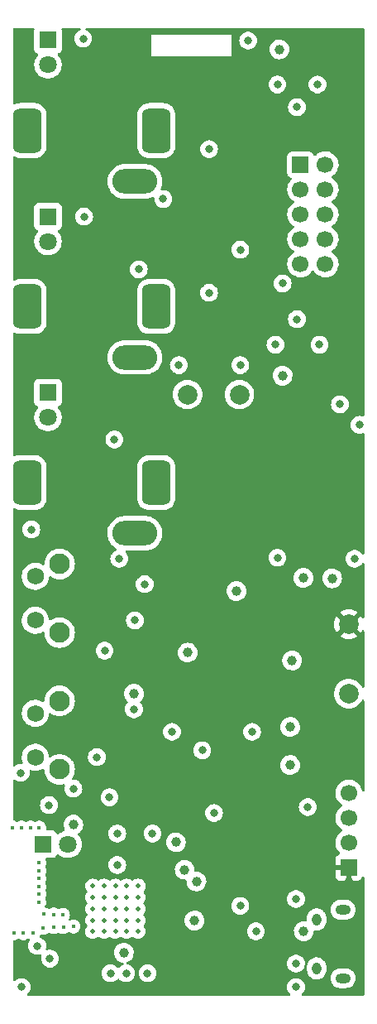
<source format=gbr>
%TF.GenerationSoftware,KiCad,Pcbnew,(6.0.1)*%
%TF.CreationDate,2022-03-12T16:38:44+00:00*%
%TF.ProjectId,Ball_Base_Components,42616c6c-5f42-4617-9365-5f436f6d706f,rev?*%
%TF.SameCoordinates,Original*%
%TF.FileFunction,Copper,L3,Inr*%
%TF.FilePolarity,Positive*%
%FSLAX46Y46*%
G04 Gerber Fmt 4.6, Leading zero omitted, Abs format (unit mm)*
G04 Created by KiCad (PCBNEW (6.0.1)) date 2022-03-12 16:38:44*
%MOMM*%
%LPD*%
G01*
G04 APERTURE LIST*
G04 Aperture macros list*
%AMRoundRect*
0 Rectangle with rounded corners*
0 $1 Rounding radius*
0 $2 $3 $4 $5 $6 $7 $8 $9 X,Y pos of 4 corners*
0 Add a 4 corners polygon primitive as box body*
4,1,4,$2,$3,$4,$5,$6,$7,$8,$9,$2,$3,0*
0 Add four circle primitives for the rounded corners*
1,1,$1+$1,$2,$3*
1,1,$1+$1,$4,$5*
1,1,$1+$1,$6,$7*
1,1,$1+$1,$8,$9*
0 Add four rect primitives between the rounded corners*
20,1,$1+$1,$2,$3,$4,$5,0*
20,1,$1+$1,$4,$5,$6,$7,0*
20,1,$1+$1,$6,$7,$8,$9,0*
20,1,$1+$1,$8,$9,$2,$3,0*%
G04 Aperture macros list end*
%TA.AperFunction,ComponentPad*%
%ADD10R,1.800000X1.800000*%
%TD*%
%TA.AperFunction,ComponentPad*%
%ADD11C,1.800000*%
%TD*%
%TA.AperFunction,ComponentPad*%
%ADD12C,2.000000*%
%TD*%
%TA.AperFunction,ComponentPad*%
%ADD13R,1.700000X1.700000*%
%TD*%
%TA.AperFunction,ComponentPad*%
%ADD14C,1.700000*%
%TD*%
%TA.AperFunction,ComponentPad*%
%ADD15O,0.950000X1.250000*%
%TD*%
%TA.AperFunction,ComponentPad*%
%ADD16O,1.550000X1.000000*%
%TD*%
%TA.AperFunction,ComponentPad*%
%ADD17RoundRect,0.725000X-0.725000X1.575000X-0.725000X-1.575000X0.725000X-1.575000X0.725000X1.575000X0*%
%TD*%
%TA.AperFunction,ComponentPad*%
%ADD18O,4.600000X2.500000*%
%TD*%
%TA.AperFunction,ComponentPad*%
%ADD19C,0.500000*%
%TD*%
%TA.AperFunction,ComponentPad*%
%ADD20C,2.100000*%
%TD*%
%TA.AperFunction,ComponentPad*%
%ADD21C,1.750000*%
%TD*%
%TA.AperFunction,ViaPad*%
%ADD22C,0.800000*%
%TD*%
%TA.AperFunction,ViaPad*%
%ADD23C,1.000000*%
%TD*%
%TA.AperFunction,ViaPad*%
%ADD24C,0.400000*%
%TD*%
G04 APERTURE END LIST*
D10*
%TO.N,Net-(D5-Pad1)*%
%TO.C,D5*%
X129700000Y-75800000D03*
D11*
%TO.N,Net-(D5-Pad2)*%
X129700000Y-78340000D03*
%TD*%
D10*
%TO.N,Net-(D3-Pad1)*%
%TO.C,D3*%
X129223750Y-140000000D03*
D11*
%TO.N,/LED_BLUE_OUT*%
X131763750Y-140000000D03*
%TD*%
D12*
%TO.N,VCC*%
%TO.C,TP3*%
X149300000Y-94000000D03*
%TD*%
D10*
%TO.N,Net-(D4-Pad1)*%
%TO.C,D4*%
X129700000Y-57725000D03*
D11*
%TO.N,Net-(D4-Pad2)*%
X129700000Y-60265000D03*
%TD*%
D10*
%TO.N,Net-(D6-Pad1)*%
%TO.C,D6*%
X129700000Y-93800000D03*
D11*
%TO.N,Net-(D6-Pad2)*%
X129700000Y-96340000D03*
%TD*%
D12*
%TO.N,+3V3*%
%TO.C,TP2*%
X160500000Y-117500000D03*
%TD*%
D13*
%TO.N,+3V3*%
%TO.C,J2*%
X160500000Y-142380000D03*
D14*
%TO.N,GND*%
X160500000Y-139840000D03*
%TO.N,/SWIO*%
X160500000Y-137300000D03*
%TO.N,/SWCLK*%
X160500000Y-134760000D03*
%TD*%
D15*
%TO.N,*%
%TO.C,J3*%
X157215000Y-152700000D03*
X157215000Y-147700000D03*
D16*
X159915000Y-146700000D03*
%TO.N,unconnected-(J3-Pad6)*%
X159915000Y-153700000D03*
%TD*%
D17*
%TO.N,GND*%
%TO.C,J5*%
X127600000Y-85000000D03*
D18*
%TO.N,unconnected-(J5-Pad2)*%
X138600000Y-90200000D03*
D17*
%TO.N,/Y_Filtered*%
X140800000Y-85000000D03*
%TD*%
D12*
%TO.N,GND*%
%TO.C,TP1*%
X160500000Y-124600000D03*
%TD*%
D17*
%TO.N,GND*%
%TO.C,J6*%
X127600000Y-103000000D03*
D18*
%TO.N,unconnected-(J6-Pad2)*%
X138600000Y-108200000D03*
D17*
%TO.N,/Z_Filtered*%
X140800000Y-103000000D03*
%TD*%
D19*
%TO.N,GND*%
%TO.C,U1*%
X138925000Y-145437500D03*
X134275000Y-145437500D03*
X134275000Y-147762500D03*
X135437500Y-145437500D03*
X138925000Y-144275000D03*
X135437500Y-147762500D03*
X136600000Y-147762500D03*
X135437500Y-146600000D03*
X137762500Y-146600000D03*
X138925000Y-146600000D03*
X137762500Y-147762500D03*
X136600000Y-145437500D03*
X135437500Y-144275000D03*
X136600000Y-148925000D03*
X134275000Y-148925000D03*
X137762500Y-148925000D03*
X134275000Y-146600000D03*
X136600000Y-146600000D03*
X138925000Y-147762500D03*
X136600000Y-144275000D03*
X135437500Y-148925000D03*
X137762500Y-145437500D03*
X137762500Y-144275000D03*
X138925000Y-148925000D03*
X134275000Y-144275000D03*
%TD*%
D20*
%TO.N,*%
%TO.C,CONNECT1*%
X130890000Y-125340000D03*
X130890000Y-132350000D03*
D21*
%TO.N,/CONNECT*%
X128400000Y-131100000D03*
%TO.N,GND*%
X128400000Y-126600000D03*
%TD*%
D13*
%TO.N,-12V*%
%TO.C,J1*%
X155562500Y-70500000D03*
D14*
X158102500Y-70500000D03*
%TO.N,GND*%
X155562500Y-73040000D03*
X158102500Y-73040000D03*
X155562500Y-75580000D03*
X158102500Y-75580000D03*
X155562500Y-78120000D03*
X158102500Y-78120000D03*
%TO.N,+12V*%
X155562500Y-80660000D03*
X158102500Y-80660000D03*
%TD*%
D20*
%TO.N,*%
%TO.C,RESET1*%
X130890000Y-118350000D03*
X130890000Y-111340000D03*
D21*
%TO.N,/RESET*%
X128400000Y-117100000D03*
%TO.N,GND*%
X128400000Y-112600000D03*
%TD*%
D12*
%TO.N,VEE*%
%TO.C,TP4*%
X144000000Y-94000000D03*
%TD*%
D17*
%TO.N,GND*%
%TO.C,J4*%
X127600000Y-67000000D03*
D18*
%TO.N,unconnected-(J4-Pad2)*%
X138600000Y-72200000D03*
D17*
%TO.N,/X_Filtered*%
X140800000Y-67000000D03*
%TD*%
D22*
%TO.N,GND*%
X149400000Y-146300000D03*
X155100000Y-145600000D03*
X136000000Y-135200000D03*
X153000000Y-88900000D03*
D23*
X143700000Y-142600000D03*
X154700000Y-121200000D03*
D22*
X134700000Y-131100000D03*
D24*
X127200000Y-149100000D03*
D22*
X159600000Y-95000000D03*
D24*
X132319174Y-148410500D03*
X128800000Y-145100000D03*
D22*
X129800000Y-136000000D03*
X139900000Y-153200000D03*
X146200000Y-83600000D03*
D24*
X128800000Y-145900000D03*
D22*
X149400000Y-79200000D03*
X146700000Y-136800000D03*
D23*
X155850000Y-112750000D03*
D22*
X136800000Y-138900000D03*
X156300000Y-136200000D03*
D24*
X128800000Y-138300000D03*
D23*
X158800000Y-112800000D03*
D22*
X136100000Y-153200000D03*
D23*
X154500000Y-131900000D03*
D22*
X136500000Y-98600000D03*
D24*
X130300000Y-147180000D03*
D22*
X161100000Y-110800000D03*
D23*
X132300000Y-138000000D03*
X154500000Y-128000000D03*
D24*
X128800000Y-143500000D03*
D22*
X151000000Y-148900000D03*
X132300000Y-134300000D03*
D24*
X130280000Y-148480000D03*
D22*
X141500000Y-74000000D03*
X149400000Y-91000000D03*
D23*
X142800000Y-139800000D03*
D22*
X138600000Y-117100000D03*
X155100000Y-152200000D03*
X143100000Y-91000000D03*
D23*
X144900000Y-143800000D03*
D22*
X133400000Y-75800000D03*
D24*
X126100000Y-138300000D03*
X131240000Y-147200000D03*
X126200000Y-149100000D03*
D22*
X137700000Y-153200000D03*
D23*
X144700000Y-147800000D03*
D24*
X128800000Y-142700000D03*
X127900000Y-138300000D03*
D22*
X153200000Y-110700000D03*
X157500000Y-88900000D03*
X133300000Y-57600000D03*
X139600000Y-113400000D03*
X161600000Y-97100000D03*
D24*
X127000000Y-138300000D03*
X131270000Y-148460000D03*
D22*
X157300000Y-62300000D03*
X155200000Y-86300000D03*
D24*
X128200000Y-149100000D03*
D23*
X137470517Y-151105441D03*
D22*
X140400000Y-138900000D03*
X135500000Y-120200000D03*
D24*
X129230000Y-148530000D03*
D22*
X155200000Y-64600000D03*
X127000000Y-154600000D03*
X146200000Y-68900000D03*
X139000000Y-81200000D03*
D23*
X138500000Y-124600000D03*
D22*
X128000000Y-107800000D03*
D23*
X155900000Y-148900000D03*
D22*
X126900000Y-132700000D03*
X129900000Y-151700000D03*
X153724500Y-82643152D03*
X150200000Y-57800000D03*
D24*
X129250000Y-147160000D03*
D22*
X153200000Y-62300000D03*
X155100000Y-154600000D03*
X137000000Y-110800000D03*
D24*
X128800000Y-141900000D03*
D22*
X128600000Y-150400000D03*
D24*
X128800000Y-144300000D03*
D23*
%TO.N,+3V3*%
X153800000Y-105400000D03*
X140018750Y-151700000D03*
X142118750Y-142600000D03*
X131760000Y-144840000D03*
X157300000Y-105400000D03*
X160800000Y-103300000D03*
X142318750Y-141400000D03*
X160500000Y-143870000D03*
X153800000Y-107400000D03*
X139000000Y-137600000D03*
X131470000Y-151460000D03*
X160800000Y-107400000D03*
X153800000Y-103300000D03*
X142900000Y-146800000D03*
X160800000Y-105400000D03*
D22*
%TO.N,/RESET*%
X136795663Y-142118089D03*
D23*
%TO.N,VCC*%
X153724500Y-92077373D03*
X149000000Y-114100000D03*
D22*
X150600000Y-128500000D03*
%TO.N,VEE*%
X142400000Y-128500000D03*
D23*
X153400000Y-58700000D03*
X144000000Y-120400000D03*
D22*
%TO.N,Net-(D5-Pad1)*%
X145500000Y-130400000D03*
X138500000Y-126200000D03*
%TD*%
%TA.AperFunction,Conductor*%
%TO.N,+3V3*%
G36*
X128262060Y-56528002D02*
G01*
X128308553Y-56581658D01*
X128318657Y-56651932D01*
X128311921Y-56678229D01*
X128301029Y-56707282D01*
X128301027Y-56707288D01*
X128298255Y-56714684D01*
X128291500Y-56776866D01*
X128291500Y-58673134D01*
X128298255Y-58735316D01*
X128349385Y-58871705D01*
X128436739Y-58988261D01*
X128553295Y-59075615D01*
X128561704Y-59078767D01*
X128561705Y-59078768D01*
X128621164Y-59101058D01*
X128677929Y-59143699D01*
X128702629Y-59210261D01*
X128687422Y-59279609D01*
X128668029Y-59306091D01*
X128601639Y-59375564D01*
X128598725Y-59379836D01*
X128598724Y-59379837D01*
X128585568Y-59399123D01*
X128471119Y-59566899D01*
X128373602Y-59776981D01*
X128311707Y-60000169D01*
X128287095Y-60230469D01*
X128287392Y-60235622D01*
X128287392Y-60235625D01*
X128293067Y-60334041D01*
X128300427Y-60461697D01*
X128301564Y-60466743D01*
X128301565Y-60466749D01*
X128333741Y-60609523D01*
X128351346Y-60687642D01*
X128353288Y-60692424D01*
X128353289Y-60692428D01*
X128436540Y-60897450D01*
X128438484Y-60902237D01*
X128559501Y-61099719D01*
X128711147Y-61274784D01*
X128889349Y-61422730D01*
X129089322Y-61539584D01*
X129305694Y-61622209D01*
X129310760Y-61623240D01*
X129310761Y-61623240D01*
X129363846Y-61634040D01*
X129532656Y-61668385D01*
X129663324Y-61673176D01*
X129758949Y-61676683D01*
X129758953Y-61676683D01*
X129764113Y-61676872D01*
X129769233Y-61676216D01*
X129769235Y-61676216D01*
X129842270Y-61666860D01*
X129993847Y-61647442D01*
X129998795Y-61645957D01*
X129998802Y-61645956D01*
X130210747Y-61582369D01*
X130215690Y-61580886D01*
X130296236Y-61541427D01*
X130419049Y-61481262D01*
X130419052Y-61481260D01*
X130423684Y-61478991D01*
X130612243Y-61344494D01*
X130776303Y-61181005D01*
X130911458Y-60992917D01*
X130958641Y-60897450D01*
X131011784Y-60789922D01*
X131011785Y-60789920D01*
X131014078Y-60785280D01*
X131081408Y-60563671D01*
X131111640Y-60334041D01*
X131113327Y-60265000D01*
X131107032Y-60188434D01*
X131094773Y-60039318D01*
X131094772Y-60039312D01*
X131094349Y-60034167D01*
X131037925Y-59809533D01*
X131035866Y-59804797D01*
X130947630Y-59601868D01*
X130947628Y-59601865D01*
X130945570Y-59597131D01*
X130819764Y-59402665D01*
X130817339Y-59400000D01*
X140300000Y-59400000D01*
X148500000Y-59400000D01*
X148500000Y-57800000D01*
X149286496Y-57800000D01*
X149287186Y-57806565D01*
X149305626Y-57982009D01*
X149306458Y-57989928D01*
X149365473Y-58171556D01*
X149460960Y-58336944D01*
X149465378Y-58341851D01*
X149465379Y-58341852D01*
X149579678Y-58468794D01*
X149588747Y-58478866D01*
X149743248Y-58591118D01*
X149749276Y-58593802D01*
X149749278Y-58593803D01*
X149911681Y-58666109D01*
X149917712Y-58668794D01*
X150011112Y-58688647D01*
X150098056Y-58707128D01*
X150098061Y-58707128D01*
X150104513Y-58708500D01*
X150295487Y-58708500D01*
X150301939Y-58707128D01*
X150301944Y-58707128D01*
X150388888Y-58688647D01*
X150402042Y-58685851D01*
X152386719Y-58685851D01*
X152403268Y-58882934D01*
X152457783Y-59073050D01*
X152548187Y-59248956D01*
X152671035Y-59403953D01*
X152821650Y-59532136D01*
X152994294Y-59628624D01*
X153182392Y-59689740D01*
X153378777Y-59713158D01*
X153384912Y-59712686D01*
X153384914Y-59712686D01*
X153569830Y-59698457D01*
X153569834Y-59698456D01*
X153575972Y-59697984D01*
X153766463Y-59644798D01*
X153771967Y-59642018D01*
X153771969Y-59642017D01*
X153937495Y-59558404D01*
X153937497Y-59558403D01*
X153942996Y-59555625D01*
X154098847Y-59433861D01*
X154228078Y-59284145D01*
X154325769Y-59112179D01*
X154388197Y-58924513D01*
X154412985Y-58728295D01*
X154413261Y-58708500D01*
X154413331Y-58703523D01*
X154413331Y-58703520D01*
X154413380Y-58700000D01*
X154394080Y-58503167D01*
X154387916Y-58482749D01*
X154338697Y-58319731D01*
X154336916Y-58313831D01*
X154244066Y-58139204D01*
X154173709Y-58052938D01*
X154122960Y-57990713D01*
X154122957Y-57990710D01*
X154119065Y-57985938D01*
X154108598Y-57977279D01*
X153971425Y-57863799D01*
X153971421Y-57863797D01*
X153966675Y-57859870D01*
X153792701Y-57765802D01*
X153603768Y-57707318D01*
X153597643Y-57706674D01*
X153597642Y-57706674D01*
X153413204Y-57687289D01*
X153413202Y-57687289D01*
X153407075Y-57686645D01*
X153324576Y-57694153D01*
X153216251Y-57704011D01*
X153216248Y-57704012D01*
X153210112Y-57704570D01*
X153204206Y-57706308D01*
X153204202Y-57706309D01*
X153099076Y-57737249D01*
X153020381Y-57760410D01*
X153014923Y-57763263D01*
X153014919Y-57763265D01*
X152957210Y-57793435D01*
X152845110Y-57852040D01*
X152690975Y-57975968D01*
X152563846Y-58127474D01*
X152560879Y-58132872D01*
X152560875Y-58132877D01*
X152483318Y-58273955D01*
X152468567Y-58300787D01*
X152466706Y-58306654D01*
X152466705Y-58306656D01*
X152413635Y-58473955D01*
X152408765Y-58489306D01*
X152386719Y-58685851D01*
X150402042Y-58685851D01*
X150482288Y-58668794D01*
X150488319Y-58666109D01*
X150650722Y-58593803D01*
X150650724Y-58593802D01*
X150656752Y-58591118D01*
X150811253Y-58478866D01*
X150820322Y-58468794D01*
X150934621Y-58341852D01*
X150934622Y-58341851D01*
X150939040Y-58336944D01*
X151034527Y-58171556D01*
X151093542Y-57989928D01*
X151094375Y-57982009D01*
X151112814Y-57806565D01*
X151113504Y-57800000D01*
X151093542Y-57610072D01*
X151034527Y-57428444D01*
X150939040Y-57263056D01*
X150886294Y-57204475D01*
X150815675Y-57126045D01*
X150815674Y-57126044D01*
X150811253Y-57121134D01*
X150656752Y-57008882D01*
X150650724Y-57006198D01*
X150650722Y-57006197D01*
X150488319Y-56933891D01*
X150488318Y-56933891D01*
X150482288Y-56931206D01*
X150388888Y-56911353D01*
X150301944Y-56892872D01*
X150301939Y-56892872D01*
X150295487Y-56891500D01*
X150104513Y-56891500D01*
X150098061Y-56892872D01*
X150098056Y-56892872D01*
X150011112Y-56911353D01*
X149917712Y-56931206D01*
X149911682Y-56933891D01*
X149911681Y-56933891D01*
X149749278Y-57006197D01*
X149749276Y-57006198D01*
X149743248Y-57008882D01*
X149588747Y-57121134D01*
X149584326Y-57126044D01*
X149584325Y-57126045D01*
X149513707Y-57204475D01*
X149460960Y-57263056D01*
X149365473Y-57428444D01*
X149306458Y-57610072D01*
X149286496Y-57800000D01*
X148500000Y-57800000D01*
X148500000Y-57200000D01*
X140300000Y-57200000D01*
X140300000Y-59400000D01*
X130817339Y-59400000D01*
X130813267Y-59395525D01*
X130729848Y-59303848D01*
X130698796Y-59240002D01*
X130707192Y-59169504D01*
X130752369Y-59114736D01*
X130778812Y-59101067D01*
X130838297Y-59078767D01*
X130846705Y-59075615D01*
X130963261Y-58988261D01*
X131050615Y-58871705D01*
X131101745Y-58735316D01*
X131108500Y-58673134D01*
X131108500Y-56776866D01*
X131101745Y-56714684D01*
X131098973Y-56707288D01*
X131098971Y-56707282D01*
X131088079Y-56678229D01*
X131082896Y-56607422D01*
X131116817Y-56545053D01*
X131179072Y-56510924D01*
X131206061Y-56508000D01*
X132926257Y-56508000D01*
X132994378Y-56528002D01*
X133040871Y-56581658D01*
X133050975Y-56651932D01*
X133021481Y-56716512D01*
X132977505Y-56749107D01*
X132849281Y-56806195D01*
X132849274Y-56806199D01*
X132843248Y-56808882D01*
X132688747Y-56921134D01*
X132684326Y-56926044D01*
X132684325Y-56926045D01*
X132677261Y-56933891D01*
X132560960Y-57063056D01*
X132527429Y-57121134D01*
X132479312Y-57204475D01*
X132465473Y-57228444D01*
X132406458Y-57410072D01*
X132405768Y-57416633D01*
X132405768Y-57416635D01*
X132404527Y-57428444D01*
X132386496Y-57600000D01*
X132387186Y-57606565D01*
X132403656Y-57763265D01*
X132406458Y-57789928D01*
X132465473Y-57971556D01*
X132560960Y-58136944D01*
X132688747Y-58278866D01*
X132843248Y-58391118D01*
X132849276Y-58393802D01*
X132849278Y-58393803D01*
X133011681Y-58466109D01*
X133017712Y-58468794D01*
X133083365Y-58482749D01*
X133198056Y-58507128D01*
X133198061Y-58507128D01*
X133204513Y-58508500D01*
X133395487Y-58508500D01*
X133401939Y-58507128D01*
X133401944Y-58507128D01*
X133516635Y-58482749D01*
X133582288Y-58468794D01*
X133588319Y-58466109D01*
X133750722Y-58393803D01*
X133750724Y-58393802D01*
X133756752Y-58391118D01*
X133911253Y-58278866D01*
X134039040Y-58136944D01*
X134134527Y-57971556D01*
X134193542Y-57789928D01*
X134196345Y-57763265D01*
X134212814Y-57606565D01*
X134213504Y-57600000D01*
X134195473Y-57428444D01*
X134194232Y-57416635D01*
X134194232Y-57416633D01*
X134193542Y-57410072D01*
X134134527Y-57228444D01*
X134120689Y-57204475D01*
X134072571Y-57121134D01*
X134039040Y-57063056D01*
X133922740Y-56933891D01*
X133915675Y-56926045D01*
X133915674Y-56926044D01*
X133911253Y-56921134D01*
X133756752Y-56808882D01*
X133750726Y-56806199D01*
X133750719Y-56806195D01*
X133622495Y-56749107D01*
X133568399Y-56703127D01*
X133547749Y-56635200D01*
X133567101Y-56566892D01*
X133620312Y-56519890D01*
X133673743Y-56508000D01*
X161966000Y-56508000D01*
X162034121Y-56528002D01*
X162080614Y-56581658D01*
X162092000Y-56634000D01*
X162092000Y-96130552D01*
X162071998Y-96198673D01*
X162018342Y-96245166D01*
X161948068Y-96255270D01*
X161914753Y-96245659D01*
X161888327Y-96233894D01*
X161888321Y-96233892D01*
X161882288Y-96231206D01*
X161788888Y-96211353D01*
X161701944Y-96192872D01*
X161701939Y-96192872D01*
X161695487Y-96191500D01*
X161504513Y-96191500D01*
X161498061Y-96192872D01*
X161498056Y-96192872D01*
X161411112Y-96211353D01*
X161317712Y-96231206D01*
X161311682Y-96233891D01*
X161311681Y-96233891D01*
X161149278Y-96306197D01*
X161149276Y-96306198D01*
X161143248Y-96308882D01*
X160988747Y-96421134D01*
X160860960Y-96563056D01*
X160765473Y-96728444D01*
X160706458Y-96910072D01*
X160686496Y-97100000D01*
X160687186Y-97106565D01*
X160702893Y-97256005D01*
X160706458Y-97289928D01*
X160765473Y-97471556D01*
X160768776Y-97477278D01*
X160768777Y-97477279D01*
X160782091Y-97500340D01*
X160860960Y-97636944D01*
X160865378Y-97641851D01*
X160865379Y-97641852D01*
X160984325Y-97773955D01*
X160988747Y-97778866D01*
X161143248Y-97891118D01*
X161149276Y-97893802D01*
X161149278Y-97893803D01*
X161311681Y-97966109D01*
X161317712Y-97968794D01*
X161411113Y-97988647D01*
X161498056Y-98007128D01*
X161498061Y-98007128D01*
X161504513Y-98008500D01*
X161695487Y-98008500D01*
X161701939Y-98007128D01*
X161701944Y-98007128D01*
X161788887Y-97988647D01*
X161882288Y-97968794D01*
X161888321Y-97966108D01*
X161888327Y-97966106D01*
X161914753Y-97954341D01*
X161985120Y-97944907D01*
X162049416Y-97975014D01*
X162087229Y-98035104D01*
X162092000Y-98069448D01*
X162092000Y-110230957D01*
X162071998Y-110299078D01*
X162018342Y-110345571D01*
X161948068Y-110355675D01*
X161883488Y-110326181D01*
X161856881Y-110293958D01*
X161842341Y-110268774D01*
X161839040Y-110263056D01*
X161816771Y-110238323D01*
X161715675Y-110126045D01*
X161715674Y-110126044D01*
X161711253Y-110121134D01*
X161580375Y-110026045D01*
X161562094Y-110012763D01*
X161562093Y-110012762D01*
X161556752Y-110008882D01*
X161550724Y-110006198D01*
X161550722Y-110006197D01*
X161388319Y-109933891D01*
X161388318Y-109933891D01*
X161382288Y-109931206D01*
X161288888Y-109911353D01*
X161201944Y-109892872D01*
X161201939Y-109892872D01*
X161195487Y-109891500D01*
X161004513Y-109891500D01*
X160998061Y-109892872D01*
X160998056Y-109892872D01*
X160911113Y-109911353D01*
X160817712Y-109931206D01*
X160811682Y-109933891D01*
X160811681Y-109933891D01*
X160649278Y-110006197D01*
X160649276Y-110006198D01*
X160643248Y-110008882D01*
X160637907Y-110012762D01*
X160637906Y-110012763D01*
X160619625Y-110026045D01*
X160488747Y-110121134D01*
X160484326Y-110126044D01*
X160484325Y-110126045D01*
X160383230Y-110238323D01*
X160360960Y-110263056D01*
X160313320Y-110345571D01*
X160271886Y-110417337D01*
X160265473Y-110428444D01*
X160206458Y-110610072D01*
X160186496Y-110800000D01*
X160187186Y-110806565D01*
X160196608Y-110896206D01*
X160206458Y-110989928D01*
X160265473Y-111171556D01*
X160360960Y-111336944D01*
X160365378Y-111341851D01*
X160365379Y-111341852D01*
X160389862Y-111369043D01*
X160488747Y-111478866D01*
X160509306Y-111493803D01*
X160634218Y-111584557D01*
X160643248Y-111591118D01*
X160649276Y-111593802D01*
X160649278Y-111593803D01*
X160811681Y-111666109D01*
X160817712Y-111668794D01*
X160911112Y-111688647D01*
X160998056Y-111707128D01*
X160998061Y-111707128D01*
X161004513Y-111708500D01*
X161195487Y-111708500D01*
X161201939Y-111707128D01*
X161201944Y-111707128D01*
X161288888Y-111688647D01*
X161382288Y-111668794D01*
X161388319Y-111666109D01*
X161550722Y-111593803D01*
X161550724Y-111593802D01*
X161556752Y-111591118D01*
X161565783Y-111584557D01*
X161690694Y-111493803D01*
X161711253Y-111478866D01*
X161810138Y-111369043D01*
X161834621Y-111341852D01*
X161834622Y-111341851D01*
X161839040Y-111336944D01*
X161856882Y-111306041D01*
X161908264Y-111257049D01*
X161977978Y-111243614D01*
X162043889Y-111270001D01*
X162085070Y-111327833D01*
X162092000Y-111369043D01*
X162092000Y-116769388D01*
X162071998Y-116837509D01*
X162018342Y-116884002D01*
X161948068Y-116894106D01*
X161883488Y-116864612D01*
X161852672Y-116821878D01*
X161851937Y-116822253D01*
X161845205Y-116809042D01*
X161742568Y-116641555D01*
X161732110Y-116632093D01*
X161723334Y-116635876D01*
X160872022Y-117487188D01*
X160864408Y-117501132D01*
X160864539Y-117502965D01*
X160868790Y-117509580D01*
X161720290Y-118361080D01*
X161732670Y-118367840D01*
X161740320Y-118362113D01*
X161845205Y-118190958D01*
X161851937Y-118177747D01*
X161852929Y-118178252D01*
X161894137Y-118127114D01*
X161961500Y-118104692D01*
X162030292Y-118122249D01*
X162078671Y-118174210D01*
X162092000Y-118230612D01*
X162092000Y-123868081D01*
X162071998Y-123936202D01*
X162018342Y-123982695D01*
X161948068Y-123992799D01*
X161883488Y-123963305D01*
X161853359Y-123921522D01*
X161852381Y-123922020D01*
X161850135Y-123917611D01*
X161848240Y-123913037D01*
X161777183Y-123797083D01*
X161726759Y-123714798D01*
X161726755Y-123714792D01*
X161724176Y-123710584D01*
X161569969Y-123530031D01*
X161389416Y-123375824D01*
X161385208Y-123373245D01*
X161385202Y-123373241D01*
X161191183Y-123254346D01*
X161186963Y-123251760D01*
X161182393Y-123249867D01*
X161182389Y-123249865D01*
X160972167Y-123162789D01*
X160972165Y-123162788D01*
X160967594Y-123160895D01*
X160887391Y-123141640D01*
X160741524Y-123106620D01*
X160741518Y-123106619D01*
X160736711Y-123105465D01*
X160500000Y-123086835D01*
X160263289Y-123105465D01*
X160258482Y-123106619D01*
X160258476Y-123106620D01*
X160112609Y-123141640D01*
X160032406Y-123160895D01*
X160027835Y-123162788D01*
X160027833Y-123162789D01*
X159817611Y-123249865D01*
X159817607Y-123249867D01*
X159813037Y-123251760D01*
X159808817Y-123254346D01*
X159614798Y-123373241D01*
X159614792Y-123373245D01*
X159610584Y-123375824D01*
X159430031Y-123530031D01*
X159275824Y-123710584D01*
X159273245Y-123714792D01*
X159273241Y-123714798D01*
X159222817Y-123797083D01*
X159151760Y-123913037D01*
X159149867Y-123917607D01*
X159149865Y-123917611D01*
X159085643Y-124072658D01*
X159060895Y-124132406D01*
X159059740Y-124137218D01*
X159037139Y-124231359D01*
X159005465Y-124363289D01*
X158986835Y-124600000D01*
X159005465Y-124836711D01*
X159006619Y-124841518D01*
X159006620Y-124841524D01*
X159011469Y-124861720D01*
X159060895Y-125067594D01*
X159062788Y-125072165D01*
X159062789Y-125072167D01*
X159148312Y-125278638D01*
X159151760Y-125286963D01*
X159154346Y-125291183D01*
X159273241Y-125485202D01*
X159273245Y-125485208D01*
X159275824Y-125489416D01*
X159430031Y-125669969D01*
X159610584Y-125824176D01*
X159614792Y-125826755D01*
X159614798Y-125826759D01*
X159757634Y-125914289D01*
X159813037Y-125948240D01*
X159817607Y-125950133D01*
X159817611Y-125950135D01*
X159978158Y-126016635D01*
X160032406Y-126039105D01*
X160076671Y-126049732D01*
X160258476Y-126093380D01*
X160258482Y-126093381D01*
X160263289Y-126094535D01*
X160500000Y-126113165D01*
X160736711Y-126094535D01*
X160741518Y-126093381D01*
X160741524Y-126093380D01*
X160923329Y-126049732D01*
X160967594Y-126039105D01*
X161021842Y-126016635D01*
X161182389Y-125950135D01*
X161182393Y-125950133D01*
X161186963Y-125948240D01*
X161242366Y-125914289D01*
X161385202Y-125826759D01*
X161385208Y-125826755D01*
X161389416Y-125824176D01*
X161569969Y-125669969D01*
X161724176Y-125489416D01*
X161726755Y-125485208D01*
X161726759Y-125485202D01*
X161845654Y-125291183D01*
X161848240Y-125286963D01*
X161850135Y-125282389D01*
X161852381Y-125277980D01*
X161853673Y-125278638D01*
X161894135Y-125228423D01*
X161961497Y-125205999D01*
X162030289Y-125223554D01*
X162078670Y-125275514D01*
X162092000Y-125331919D01*
X162092000Y-134502461D01*
X162071998Y-134570582D01*
X162018342Y-134617075D01*
X161948068Y-134627179D01*
X161883488Y-134597685D01*
X161843796Y-134533156D01*
X161791692Y-134325723D01*
X161790431Y-134320702D01*
X161701354Y-134115840D01*
X161580014Y-133928277D01*
X161429670Y-133763051D01*
X161425619Y-133759852D01*
X161425615Y-133759848D01*
X161258414Y-133627800D01*
X161258410Y-133627798D01*
X161254359Y-133624598D01*
X161230696Y-133611535D01*
X161155755Y-133570166D01*
X161058789Y-133516638D01*
X161053920Y-133514914D01*
X161053916Y-133514912D01*
X160853087Y-133443795D01*
X160853083Y-133443794D01*
X160848212Y-133442069D01*
X160843119Y-133441162D01*
X160843116Y-133441161D01*
X160633373Y-133403800D01*
X160633367Y-133403799D01*
X160628284Y-133402894D01*
X160554452Y-133401992D01*
X160410081Y-133400228D01*
X160410079Y-133400228D01*
X160404911Y-133400165D01*
X160184091Y-133433955D01*
X159971756Y-133503357D01*
X159773607Y-133606507D01*
X159769474Y-133609610D01*
X159769471Y-133609612D01*
X159745247Y-133627800D01*
X159594965Y-133740635D01*
X159440629Y-133902138D01*
X159437715Y-133906410D01*
X159437714Y-133906411D01*
X159433002Y-133913319D01*
X159314743Y-134086680D01*
X159220688Y-134289305D01*
X159160989Y-134504570D01*
X159137251Y-134726695D01*
X159150110Y-134949715D01*
X159151247Y-134954761D01*
X159151248Y-134954767D01*
X159161076Y-134998374D01*
X159199222Y-135167639D01*
X159259973Y-135317251D01*
X159263544Y-135326045D01*
X159283266Y-135374616D01*
X159334019Y-135457438D01*
X159370673Y-135517251D01*
X159399987Y-135565088D01*
X159546250Y-135733938D01*
X159718126Y-135876632D01*
X159728594Y-135882749D01*
X159791445Y-135919476D01*
X159840169Y-135971114D01*
X159853240Y-136040897D01*
X159826509Y-136106669D01*
X159786055Y-136140027D01*
X159773607Y-136146507D01*
X159769474Y-136149610D01*
X159769471Y-136149612D01*
X159618378Y-136263056D01*
X159594965Y-136280635D01*
X159440629Y-136442138D01*
X159314743Y-136626680D01*
X159299003Y-136660590D01*
X159231244Y-136806565D01*
X159220688Y-136829305D01*
X159160989Y-137044570D01*
X159137251Y-137266695D01*
X159137548Y-137271848D01*
X159137548Y-137271851D01*
X159138636Y-137290713D01*
X159150110Y-137489715D01*
X159151247Y-137494761D01*
X159151248Y-137494767D01*
X159157369Y-137521927D01*
X159199222Y-137707639D01*
X159283266Y-137914616D01*
X159285965Y-137919020D01*
X159356358Y-138033891D01*
X159399987Y-138105088D01*
X159546250Y-138273938D01*
X159718126Y-138416632D01*
X159771373Y-138447747D01*
X159791445Y-138459476D01*
X159840169Y-138511114D01*
X159853240Y-138580897D01*
X159826509Y-138646669D01*
X159786055Y-138680027D01*
X159773607Y-138686507D01*
X159769474Y-138689610D01*
X159769471Y-138689612D01*
X159599100Y-138817530D01*
X159594965Y-138820635D01*
X159569894Y-138846870D01*
X159480886Y-138940012D01*
X159440629Y-138982138D01*
X159437715Y-138986410D01*
X159437714Y-138986411D01*
X159373400Y-139080692D01*
X159314743Y-139166680D01*
X159284016Y-139232877D01*
X159235745Y-139336868D01*
X159220688Y-139369305D01*
X159160989Y-139584570D01*
X159137251Y-139806695D01*
X159150110Y-140029715D01*
X159151247Y-140034761D01*
X159151248Y-140034767D01*
X159159720Y-140072359D01*
X159199222Y-140247639D01*
X159283266Y-140454616D01*
X159399987Y-140645088D01*
X159546250Y-140813938D01*
X159550225Y-140817238D01*
X159550231Y-140817244D01*
X159555425Y-140821556D01*
X159595059Y-140880460D01*
X159596555Y-140951441D01*
X159559439Y-141011962D01*
X159519168Y-141036480D01*
X159411946Y-141076676D01*
X159396351Y-141085214D01*
X159294276Y-141161715D01*
X159281715Y-141174276D01*
X159205214Y-141276351D01*
X159196676Y-141291946D01*
X159151522Y-141412394D01*
X159147895Y-141427649D01*
X159142369Y-141478514D01*
X159142000Y-141485328D01*
X159142000Y-142107885D01*
X159146475Y-142123124D01*
X159147865Y-142124329D01*
X159155548Y-142126000D01*
X160628000Y-142126000D01*
X160696121Y-142146002D01*
X160742614Y-142199658D01*
X160754000Y-142252000D01*
X160754000Y-143719884D01*
X160758475Y-143735123D01*
X160759865Y-143736328D01*
X160767548Y-143737999D01*
X161394669Y-143737999D01*
X161401490Y-143737629D01*
X161452352Y-143732105D01*
X161467604Y-143728479D01*
X161588054Y-143683324D01*
X161603649Y-143674786D01*
X161705724Y-143598285D01*
X161718285Y-143585724D01*
X161794786Y-143483649D01*
X161803324Y-143468054D01*
X161848018Y-143348834D01*
X161890660Y-143292070D01*
X161957221Y-143267370D01*
X162026570Y-143282578D01*
X162076688Y-143332864D01*
X162092000Y-143393064D01*
X162092000Y-155366000D01*
X162071998Y-155434121D01*
X162018342Y-155480614D01*
X161966000Y-155492000D01*
X155801753Y-155492000D01*
X155733632Y-155471998D01*
X155687139Y-155418342D01*
X155677035Y-155348068D01*
X155706529Y-155283488D01*
X155710593Y-155279345D01*
X155711253Y-155278866D01*
X155772365Y-155210995D01*
X155834621Y-155141852D01*
X155834622Y-155141851D01*
X155839040Y-155136944D01*
X155934527Y-154971556D01*
X155993542Y-154789928D01*
X156013504Y-154600000D01*
X155993542Y-154410072D01*
X155934527Y-154228444D01*
X155839040Y-154063056D01*
X155776685Y-153993803D01*
X155715675Y-153926045D01*
X155715674Y-153926044D01*
X155711253Y-153921134D01*
X155612157Y-153849136D01*
X155562094Y-153812763D01*
X155562093Y-153812762D01*
X155556752Y-153808882D01*
X155550724Y-153806198D01*
X155550722Y-153806197D01*
X155388319Y-153733891D01*
X155388318Y-153733891D01*
X155382288Y-153731206D01*
X155288887Y-153711353D01*
X155201944Y-153692872D01*
X155201939Y-153692872D01*
X155195487Y-153691500D01*
X155004513Y-153691500D01*
X154998061Y-153692872D01*
X154998056Y-153692872D01*
X154911113Y-153711353D01*
X154817712Y-153731206D01*
X154811682Y-153733891D01*
X154811681Y-153733891D01*
X154649278Y-153806197D01*
X154649276Y-153806198D01*
X154643248Y-153808882D01*
X154637907Y-153812762D01*
X154637906Y-153812763D01*
X154587843Y-153849136D01*
X154488747Y-153921134D01*
X154484326Y-153926044D01*
X154484325Y-153926045D01*
X154423316Y-153993803D01*
X154360960Y-154063056D01*
X154265473Y-154228444D01*
X154206458Y-154410072D01*
X154186496Y-154600000D01*
X154206458Y-154789928D01*
X154265473Y-154971556D01*
X154360960Y-155136944D01*
X154365378Y-155141851D01*
X154365379Y-155141852D01*
X154488747Y-155278866D01*
X154487344Y-155280130D01*
X154519799Y-155332817D01*
X154518443Y-155403801D01*
X154478926Y-155462783D01*
X154413794Y-155491037D01*
X154398247Y-155492000D01*
X127701753Y-155492000D01*
X127633632Y-155471998D01*
X127587139Y-155418342D01*
X127577035Y-155348068D01*
X127606529Y-155283488D01*
X127610593Y-155279345D01*
X127611253Y-155278866D01*
X127672365Y-155210995D01*
X127734621Y-155141852D01*
X127734622Y-155141851D01*
X127739040Y-155136944D01*
X127834527Y-154971556D01*
X127893542Y-154789928D01*
X127913504Y-154600000D01*
X127893542Y-154410072D01*
X127834527Y-154228444D01*
X127739040Y-154063056D01*
X127676685Y-153993803D01*
X127615675Y-153926045D01*
X127615674Y-153926044D01*
X127611253Y-153921134D01*
X127512157Y-153849136D01*
X127462094Y-153812763D01*
X127462093Y-153812762D01*
X127456752Y-153808882D01*
X127450724Y-153806198D01*
X127450722Y-153806197D01*
X127288319Y-153733891D01*
X127288318Y-153733891D01*
X127282288Y-153731206D01*
X127188887Y-153711353D01*
X127101944Y-153692872D01*
X127101939Y-153692872D01*
X127095487Y-153691500D01*
X126904513Y-153691500D01*
X126898061Y-153692872D01*
X126898056Y-153692872D01*
X126811113Y-153711353D01*
X126717712Y-153731206D01*
X126711682Y-153733891D01*
X126711681Y-153733891D01*
X126549278Y-153806197D01*
X126549276Y-153806198D01*
X126543248Y-153808882D01*
X126537907Y-153812762D01*
X126537906Y-153812763D01*
X126487843Y-153849136D01*
X126388747Y-153921134D01*
X126384326Y-153926044D01*
X126384325Y-153926045D01*
X126327636Y-153989005D01*
X126267190Y-154026245D01*
X126196207Y-154024893D01*
X126137222Y-153985380D01*
X126108964Y-153920249D01*
X126108000Y-153904695D01*
X126108000Y-153200000D01*
X135186496Y-153200000D01*
X135206458Y-153389928D01*
X135265473Y-153571556D01*
X135268776Y-153577278D01*
X135268777Y-153577279D01*
X135300000Y-153631358D01*
X135360960Y-153736944D01*
X135365378Y-153741851D01*
X135365379Y-153741852D01*
X135441988Y-153826935D01*
X135488747Y-153878866D01*
X135643248Y-153991118D01*
X135649276Y-153993802D01*
X135649278Y-153993803D01*
X135804824Y-154063056D01*
X135817712Y-154068794D01*
X135894336Y-154085081D01*
X135998056Y-154107128D01*
X135998061Y-154107128D01*
X136004513Y-154108500D01*
X136195487Y-154108500D01*
X136201939Y-154107128D01*
X136201944Y-154107128D01*
X136305664Y-154085081D01*
X136382288Y-154068794D01*
X136395176Y-154063056D01*
X136550722Y-153993803D01*
X136550724Y-153993802D01*
X136556752Y-153991118D01*
X136711253Y-153878866D01*
X136806365Y-153773233D01*
X136866810Y-153735994D01*
X136937793Y-153737346D01*
X136993635Y-153773233D01*
X137088747Y-153878866D01*
X137243248Y-153991118D01*
X137249276Y-153993802D01*
X137249278Y-153993803D01*
X137404824Y-154063056D01*
X137417712Y-154068794D01*
X137494336Y-154085081D01*
X137598056Y-154107128D01*
X137598061Y-154107128D01*
X137604513Y-154108500D01*
X137795487Y-154108500D01*
X137801939Y-154107128D01*
X137801944Y-154107128D01*
X137905664Y-154085081D01*
X137982288Y-154068794D01*
X137995176Y-154063056D01*
X138150722Y-153993803D01*
X138150724Y-153993802D01*
X138156752Y-153991118D01*
X138311253Y-153878866D01*
X138358012Y-153826935D01*
X138434621Y-153741852D01*
X138434622Y-153741851D01*
X138439040Y-153736944D01*
X138500000Y-153631358D01*
X138531223Y-153577279D01*
X138531224Y-153577278D01*
X138534527Y-153571556D01*
X138593542Y-153389928D01*
X138613504Y-153200000D01*
X138986496Y-153200000D01*
X139006458Y-153389928D01*
X139065473Y-153571556D01*
X139068776Y-153577278D01*
X139068777Y-153577279D01*
X139100000Y-153631358D01*
X139160960Y-153736944D01*
X139165378Y-153741851D01*
X139165379Y-153741852D01*
X139241988Y-153826935D01*
X139288747Y-153878866D01*
X139443248Y-153991118D01*
X139449276Y-153993802D01*
X139449278Y-153993803D01*
X139604824Y-154063056D01*
X139617712Y-154068794D01*
X139694336Y-154085081D01*
X139798056Y-154107128D01*
X139798061Y-154107128D01*
X139804513Y-154108500D01*
X139995487Y-154108500D01*
X140001939Y-154107128D01*
X140001944Y-154107128D01*
X140105664Y-154085081D01*
X140182288Y-154068794D01*
X140195176Y-154063056D01*
X140350722Y-153993803D01*
X140350724Y-153993802D01*
X140356752Y-153991118D01*
X140511253Y-153878866D01*
X140558012Y-153826935D01*
X140634621Y-153741852D01*
X140634622Y-153741851D01*
X140639040Y-153736944D01*
X140700000Y-153631358D01*
X140731223Y-153577279D01*
X140731224Y-153577278D01*
X140734527Y-153571556D01*
X140793542Y-153389928D01*
X140813504Y-153200000D01*
X140797610Y-153048780D01*
X140794232Y-153016635D01*
X140794232Y-153016633D01*
X140793542Y-153010072D01*
X140734527Y-152828444D01*
X140639040Y-152663056D01*
X140606365Y-152626766D01*
X140515675Y-152526045D01*
X140515674Y-152526044D01*
X140511253Y-152521134D01*
X140408757Y-152446666D01*
X140362094Y-152412763D01*
X140362093Y-152412762D01*
X140356752Y-152408882D01*
X140350724Y-152406198D01*
X140350722Y-152406197D01*
X140188319Y-152333891D01*
X140188318Y-152333891D01*
X140182288Y-152331206D01*
X140088887Y-152311353D01*
X140001944Y-152292872D01*
X140001939Y-152292872D01*
X139995487Y-152291500D01*
X139804513Y-152291500D01*
X139798061Y-152292872D01*
X139798056Y-152292872D01*
X139711113Y-152311353D01*
X139617712Y-152331206D01*
X139611682Y-152333891D01*
X139611681Y-152333891D01*
X139449278Y-152406197D01*
X139449276Y-152406198D01*
X139443248Y-152408882D01*
X139437907Y-152412762D01*
X139437906Y-152412763D01*
X139391243Y-152446666D01*
X139288747Y-152521134D01*
X139284326Y-152526044D01*
X139284325Y-152526045D01*
X139193636Y-152626766D01*
X139160960Y-152663056D01*
X139065473Y-152828444D01*
X139006458Y-153010072D01*
X139005768Y-153016633D01*
X139005768Y-153016635D01*
X139002390Y-153048780D01*
X138986496Y-153200000D01*
X138613504Y-153200000D01*
X138597610Y-153048780D01*
X138594232Y-153016635D01*
X138594232Y-153016633D01*
X138593542Y-153010072D01*
X138534527Y-152828444D01*
X138439040Y-152663056D01*
X138406365Y-152626766D01*
X138315675Y-152526045D01*
X138315674Y-152526044D01*
X138311253Y-152521134D01*
X138208757Y-152446666D01*
X138162094Y-152412763D01*
X138162093Y-152412762D01*
X138156752Y-152408882D01*
X138150724Y-152406198D01*
X138150722Y-152406197D01*
X137988319Y-152333891D01*
X137988318Y-152333891D01*
X137982288Y-152331206D01*
X137830209Y-152298880D01*
X137767737Y-152265153D01*
X137733415Y-152203003D01*
X137733615Y-152200000D01*
X154186496Y-152200000D01*
X154187186Y-152206565D01*
X154203057Y-152357566D01*
X154206458Y-152389928D01*
X154265473Y-152571556D01*
X154268776Y-152577278D01*
X154268777Y-152577279D01*
X154286803Y-152608500D01*
X154360960Y-152736944D01*
X154365378Y-152741851D01*
X154365379Y-152741852D01*
X154387757Y-152766705D01*
X154488747Y-152878866D01*
X154522120Y-152903113D01*
X154635769Y-152985684D01*
X154643248Y-152991118D01*
X154649276Y-152993802D01*
X154649278Y-152993803D01*
X154786431Y-153054867D01*
X154817712Y-153068794D01*
X154911113Y-153088647D01*
X154998056Y-153107128D01*
X154998061Y-153107128D01*
X155004513Y-153108500D01*
X155195487Y-153108500D01*
X155201939Y-153107128D01*
X155201944Y-153107128D01*
X155288887Y-153088647D01*
X155382288Y-153068794D01*
X155413569Y-153054867D01*
X155550722Y-152993803D01*
X155550724Y-152993802D01*
X155556752Y-152991118D01*
X155564232Y-152985684D01*
X155677880Y-152903113D01*
X155711253Y-152878866D01*
X155812243Y-152766705D01*
X155834621Y-152741852D01*
X155834622Y-152741851D01*
X155839040Y-152736944D01*
X155913197Y-152608500D01*
X155931223Y-152577279D01*
X155931224Y-152577278D01*
X155934527Y-152571556D01*
X155984723Y-152417069D01*
X156221039Y-152417069D01*
X156230544Y-152453229D01*
X156231500Y-152453229D01*
X156231500Y-152899934D01*
X156231823Y-152903113D01*
X156242050Y-153003794D01*
X156246619Y-153048780D01*
X156306369Y-153239440D01*
X156403235Y-153414191D01*
X156533261Y-153565896D01*
X156538298Y-153569803D01*
X156538300Y-153569805D01*
X156686093Y-153684445D01*
X156686096Y-153684447D01*
X156691137Y-153688357D01*
X156696863Y-153691175D01*
X156696867Y-153691177D01*
X156863629Y-153773234D01*
X156870411Y-153776571D01*
X156959906Y-153799883D01*
X157057580Y-153825325D01*
X157057583Y-153825325D01*
X157063762Y-153826935D01*
X157157256Y-153831835D01*
X157256911Y-153837058D01*
X157256915Y-153837058D01*
X157263292Y-153837392D01*
X157460848Y-153807514D01*
X157648361Y-153738523D01*
X157721903Y-153692925D01*
X158626645Y-153692925D01*
X158627204Y-153699065D01*
X158636954Y-153806197D01*
X158644570Y-153889888D01*
X158646308Y-153895794D01*
X158646309Y-153895798D01*
X158653766Y-153921134D01*
X158700410Y-154079619D01*
X158703263Y-154085077D01*
X158703265Y-154085081D01*
X158750720Y-154175853D01*
X158792040Y-154254890D01*
X158915968Y-154409025D01*
X158920692Y-154412989D01*
X158925037Y-154416635D01*
X159067474Y-154536154D01*
X159072872Y-154539121D01*
X159072877Y-154539125D01*
X159171668Y-154593435D01*
X159240787Y-154631433D01*
X159246654Y-154633294D01*
X159246656Y-154633295D01*
X159423436Y-154689373D01*
X159429306Y-154691235D01*
X159583227Y-154708500D01*
X160239769Y-154708500D01*
X160242825Y-154708200D01*
X160242832Y-154708200D01*
X160301340Y-154702463D01*
X160386833Y-154694080D01*
X160392734Y-154692298D01*
X160392736Y-154692298D01*
X160466053Y-154670162D01*
X160576169Y-154636916D01*
X160750796Y-154544066D01*
X160837062Y-154473709D01*
X160899287Y-154422960D01*
X160899290Y-154422957D01*
X160904062Y-154419065D01*
X160916344Y-154404219D01*
X161026201Y-154271425D01*
X161026203Y-154271421D01*
X161030130Y-154266675D01*
X161124198Y-154092701D01*
X161182682Y-153903768D01*
X161185299Y-153878866D01*
X161202711Y-153713204D01*
X161202711Y-153713202D01*
X161203355Y-153707075D01*
X161191022Y-153571556D01*
X161185989Y-153516251D01*
X161185988Y-153516248D01*
X161185430Y-153510112D01*
X161158627Y-153419040D01*
X161131330Y-153326294D01*
X161129590Y-153320381D01*
X161119919Y-153301881D01*
X161040813Y-153150568D01*
X161037960Y-153145110D01*
X160914032Y-152990975D01*
X160907727Y-152985684D01*
X160861352Y-152946771D01*
X160762526Y-152863846D01*
X160757128Y-152860879D01*
X160757123Y-152860875D01*
X160594608Y-152771533D01*
X160594609Y-152771533D01*
X160589213Y-152768567D01*
X160583346Y-152766706D01*
X160583344Y-152766705D01*
X160406564Y-152710627D01*
X160406563Y-152710627D01*
X160400694Y-152708765D01*
X160246773Y-152691500D01*
X159590231Y-152691500D01*
X159587175Y-152691800D01*
X159587168Y-152691800D01*
X159528660Y-152697537D01*
X159443167Y-152705920D01*
X159437266Y-152707702D01*
X159437264Y-152707702D01*
X159363947Y-152729838D01*
X159253831Y-152763084D01*
X159079204Y-152855934D01*
X159025255Y-152899934D01*
X158930713Y-152977040D01*
X158930710Y-152977043D01*
X158925938Y-152980935D01*
X158922011Y-152985682D01*
X158922009Y-152985684D01*
X158803799Y-153128575D01*
X158803797Y-153128579D01*
X158799870Y-153133325D01*
X158705802Y-153307299D01*
X158647318Y-153496232D01*
X158646674Y-153502357D01*
X158646674Y-153502358D01*
X158632919Y-153633235D01*
X158626645Y-153692925D01*
X157721903Y-153692925D01*
X157818172Y-153633235D01*
X157963344Y-153495953D01*
X158077946Y-153332284D01*
X158157298Y-153148914D01*
X158198156Y-152953334D01*
X158198500Y-152946771D01*
X158198500Y-152500066D01*
X158190070Y-152417069D01*
X158184026Y-152357566D01*
X158184025Y-152357562D01*
X158183381Y-152351220D01*
X158123631Y-152160560D01*
X158093598Y-152106378D01*
X158062479Y-152050239D01*
X158026765Y-151985809D01*
X157988001Y-151940582D01*
X157900891Y-151838948D01*
X157900890Y-151838947D01*
X157896739Y-151834104D01*
X157891700Y-151830195D01*
X157743907Y-151715555D01*
X157743904Y-151715553D01*
X157738863Y-151711643D01*
X157733137Y-151708825D01*
X157733133Y-151708823D01*
X157565318Y-151626248D01*
X157559589Y-151623429D01*
X157440797Y-151592486D01*
X157372420Y-151574675D01*
X157372417Y-151574675D01*
X157366238Y-151573065D01*
X157272744Y-151568165D01*
X157173089Y-151562942D01*
X157173085Y-151562942D01*
X157166708Y-151562608D01*
X156969152Y-151592486D01*
X156963165Y-151594689D01*
X156963164Y-151594689D01*
X156787629Y-151659273D01*
X156781639Y-151661477D01*
X156611828Y-151766765D01*
X156466656Y-151904047D01*
X156352054Y-152067716D01*
X156272702Y-152251086D01*
X156255404Y-152333891D01*
X156248898Y-152365032D01*
X156221039Y-152417069D01*
X155984723Y-152417069D01*
X155985671Y-152414152D01*
X156010743Y-152377486D01*
X155999961Y-152349292D01*
X156000251Y-152326096D01*
X156012814Y-152206565D01*
X156013504Y-152200000D01*
X156000606Y-152077279D01*
X155994232Y-152016635D01*
X155994232Y-152016633D01*
X155993542Y-152010072D01*
X155934527Y-151828444D01*
X155923529Y-151809394D01*
X155867092Y-151711643D01*
X155839040Y-151663056D01*
X155831244Y-151654397D01*
X155715675Y-151526045D01*
X155715674Y-151526044D01*
X155711253Y-151521134D01*
X155556752Y-151408882D01*
X155550724Y-151406198D01*
X155550722Y-151406197D01*
X155388319Y-151333891D01*
X155388318Y-151333891D01*
X155382288Y-151331206D01*
X155288888Y-151311353D01*
X155201944Y-151292872D01*
X155201939Y-151292872D01*
X155195487Y-151291500D01*
X155004513Y-151291500D01*
X154998061Y-151292872D01*
X154998056Y-151292872D01*
X154911112Y-151311353D01*
X154817712Y-151331206D01*
X154811682Y-151333891D01*
X154811681Y-151333891D01*
X154649278Y-151406197D01*
X154649276Y-151406198D01*
X154643248Y-151408882D01*
X154488747Y-151521134D01*
X154484326Y-151526044D01*
X154484325Y-151526045D01*
X154368757Y-151654397D01*
X154360960Y-151663056D01*
X154332908Y-151711643D01*
X154276472Y-151809394D01*
X154265473Y-151828444D01*
X154206458Y-152010072D01*
X154205768Y-152016633D01*
X154205768Y-152016635D01*
X154199394Y-152077279D01*
X154186496Y-152200000D01*
X137733615Y-152200000D01*
X137738143Y-152132164D01*
X137780419Y-152075126D01*
X137822519Y-152054277D01*
X137831035Y-152051899D01*
X137831036Y-152051899D01*
X137836980Y-152050239D01*
X137842484Y-152047459D01*
X137842486Y-152047458D01*
X138008012Y-151963845D01*
X138008014Y-151963844D01*
X138013513Y-151961066D01*
X138169364Y-151839302D01*
X138298595Y-151689586D01*
X138396286Y-151517620D01*
X138458714Y-151329954D01*
X138483502Y-151133736D01*
X138483897Y-151105441D01*
X138464597Y-150908608D01*
X138407433Y-150719272D01*
X138314583Y-150544645D01*
X138244226Y-150458379D01*
X138193477Y-150396154D01*
X138193474Y-150396151D01*
X138189582Y-150391379D01*
X138183241Y-150386133D01*
X138041942Y-150269240D01*
X138041938Y-150269238D01*
X138037192Y-150265311D01*
X137863218Y-150171243D01*
X137674285Y-150112759D01*
X137668160Y-150112115D01*
X137668159Y-150112115D01*
X137483721Y-150092730D01*
X137483719Y-150092730D01*
X137477592Y-150092086D01*
X137395093Y-150099594D01*
X137286768Y-150109452D01*
X137286765Y-150109453D01*
X137280629Y-150110011D01*
X137274723Y-150111749D01*
X137274719Y-150111750D01*
X137169593Y-150142690D01*
X137090898Y-150165851D01*
X137085440Y-150168704D01*
X137085436Y-150168706D01*
X136994664Y-150216161D01*
X136915627Y-150257481D01*
X136761492Y-150381409D01*
X136634363Y-150532915D01*
X136631396Y-150538313D01*
X136631392Y-150538318D01*
X136558771Y-150670418D01*
X136539084Y-150706228D01*
X136537223Y-150712095D01*
X136537222Y-150712097D01*
X136498587Y-150833891D01*
X136479282Y-150894747D01*
X136457236Y-151091292D01*
X136457752Y-151097436D01*
X136472141Y-151268794D01*
X136473785Y-151288375D01*
X136479556Y-151308500D01*
X136514276Y-151429582D01*
X136528300Y-151478491D01*
X136548220Y-151517251D01*
X136602789Y-151623429D01*
X136618704Y-151654397D01*
X136741552Y-151809394D01*
X136746245Y-151813388D01*
X136746246Y-151813389D01*
X136771321Y-151834729D01*
X136892167Y-151937577D01*
X137064811Y-152034065D01*
X137252909Y-152095181D01*
X137322044Y-152103425D01*
X137346808Y-152106378D01*
X137412081Y-152134306D01*
X137451894Y-152193089D01*
X137453606Y-152264065D01*
X137416674Y-152324699D01*
X137383138Y-152346599D01*
X137249278Y-152406197D01*
X137249276Y-152406198D01*
X137243248Y-152408882D01*
X137237907Y-152412762D01*
X137237906Y-152412763D01*
X137191243Y-152446666D01*
X137088747Y-152521134D01*
X137010083Y-152608500D01*
X136993636Y-152626766D01*
X136933190Y-152664006D01*
X136862207Y-152662654D01*
X136806364Y-152626766D01*
X136789918Y-152608500D01*
X136711253Y-152521134D01*
X136608757Y-152446666D01*
X136562094Y-152412763D01*
X136562093Y-152412762D01*
X136556752Y-152408882D01*
X136550724Y-152406198D01*
X136550722Y-152406197D01*
X136388319Y-152333891D01*
X136388318Y-152333891D01*
X136382288Y-152331206D01*
X136288887Y-152311353D01*
X136201944Y-152292872D01*
X136201939Y-152292872D01*
X136195487Y-152291500D01*
X136004513Y-152291500D01*
X135998061Y-152292872D01*
X135998056Y-152292872D01*
X135911113Y-152311353D01*
X135817712Y-152331206D01*
X135811682Y-152333891D01*
X135811681Y-152333891D01*
X135649278Y-152406197D01*
X135649276Y-152406198D01*
X135643248Y-152408882D01*
X135637907Y-152412762D01*
X135637906Y-152412763D01*
X135591243Y-152446666D01*
X135488747Y-152521134D01*
X135484326Y-152526044D01*
X135484325Y-152526045D01*
X135393636Y-152626766D01*
X135360960Y-152663056D01*
X135265473Y-152828444D01*
X135206458Y-153010072D01*
X135205768Y-153016633D01*
X135205768Y-153016635D01*
X135202390Y-153048780D01*
X135186496Y-153200000D01*
X126108000Y-153200000D01*
X126108000Y-149935171D01*
X126128002Y-149867050D01*
X126181658Y-149820557D01*
X126235979Y-149809187D01*
X126250843Y-149809421D01*
X126267004Y-149809675D01*
X126267007Y-149809675D01*
X126274602Y-149809794D01*
X126282006Y-149808098D01*
X126282008Y-149808098D01*
X126344846Y-149793706D01*
X126441759Y-149771510D01*
X126594958Y-149694459D01*
X126600731Y-149689528D01*
X126600736Y-149689525D01*
X126616525Y-149676040D01*
X126681315Y-149647009D01*
X126751515Y-149657614D01*
X126774359Y-149672805D01*
X126774755Y-149672248D01*
X126780949Y-149676649D01*
X126786565Y-149681760D01*
X126937268Y-149763585D01*
X127103139Y-149807101D01*
X127190586Y-149808474D01*
X127267003Y-149809675D01*
X127267006Y-149809675D01*
X127274602Y-149809794D01*
X127282006Y-149808098D01*
X127282008Y-149808098D01*
X127344846Y-149793706D01*
X127441759Y-149771510D01*
X127594958Y-149694459D01*
X127600731Y-149689528D01*
X127600736Y-149689525D01*
X127616525Y-149676040D01*
X127681315Y-149647009D01*
X127751515Y-149657614D01*
X127774359Y-149672805D01*
X127774755Y-149672248D01*
X127780949Y-149676649D01*
X127786565Y-149681760D01*
X127809226Y-149694064D01*
X127859548Y-149744145D01*
X127874805Y-149813483D01*
X127858224Y-149867795D01*
X127765473Y-150028444D01*
X127706458Y-150210072D01*
X127686496Y-150400000D01*
X127687186Y-150406565D01*
X127701699Y-150544645D01*
X127706458Y-150589928D01*
X127765473Y-150771556D01*
X127860960Y-150936944D01*
X127988747Y-151078866D01*
X128143248Y-151191118D01*
X128149276Y-151193802D01*
X128149278Y-151193803D01*
X128311681Y-151266109D01*
X128317712Y-151268794D01*
X128409833Y-151288375D01*
X128498056Y-151307128D01*
X128498061Y-151307128D01*
X128504513Y-151308500D01*
X128695487Y-151308500D01*
X128701939Y-151307128D01*
X128701944Y-151307128D01*
X128882288Y-151268794D01*
X128882664Y-151270562D01*
X128944806Y-151268785D01*
X129005605Y-151305446D01*
X129036932Y-151369157D01*
X129032611Y-151429582D01*
X129006458Y-151510072D01*
X129005768Y-151516633D01*
X129005768Y-151516635D01*
X128990545Y-151661477D01*
X128986496Y-151700000D01*
X128987186Y-151706565D01*
X128998414Y-151813389D01*
X129006458Y-151889928D01*
X129065473Y-152071556D01*
X129068776Y-152077278D01*
X129068777Y-152077279D01*
X129092633Y-152118599D01*
X129160960Y-152236944D01*
X129288747Y-152378866D01*
X129443248Y-152491118D01*
X129449276Y-152493802D01*
X129449278Y-152493803D01*
X129609799Y-152565271D01*
X129617712Y-152568794D01*
X129711113Y-152588647D01*
X129798056Y-152607128D01*
X129798061Y-152607128D01*
X129804513Y-152608500D01*
X129995487Y-152608500D01*
X130001939Y-152607128D01*
X130001944Y-152607128D01*
X130088887Y-152588647D01*
X130182288Y-152568794D01*
X130190201Y-152565271D01*
X130350722Y-152493803D01*
X130350724Y-152493802D01*
X130356752Y-152491118D01*
X130511253Y-152378866D01*
X130639040Y-152236944D01*
X130707367Y-152118599D01*
X130731223Y-152077279D01*
X130731224Y-152077278D01*
X130734527Y-152071556D01*
X130793542Y-151889928D01*
X130801587Y-151813389D01*
X130812814Y-151706565D01*
X130813504Y-151700000D01*
X130809455Y-151661477D01*
X130794232Y-151516635D01*
X130794232Y-151516633D01*
X130793542Y-151510072D01*
X130734527Y-151328444D01*
X130713990Y-151292872D01*
X130656792Y-151193803D01*
X130639040Y-151163056D01*
X130590336Y-151108964D01*
X130515675Y-151026045D01*
X130515674Y-151026044D01*
X130511253Y-151021134D01*
X130356752Y-150908882D01*
X130350724Y-150906198D01*
X130350722Y-150906197D01*
X130188319Y-150833891D01*
X130188318Y-150833891D01*
X130182288Y-150831206D01*
X130088888Y-150811353D01*
X130001944Y-150792872D01*
X130001939Y-150792872D01*
X129995487Y-150791500D01*
X129804513Y-150791500D01*
X129798061Y-150792872D01*
X129798056Y-150792872D01*
X129617712Y-150831206D01*
X129617336Y-150829438D01*
X129555194Y-150831215D01*
X129494395Y-150794554D01*
X129463068Y-150730843D01*
X129467389Y-150670418D01*
X129491502Y-150596206D01*
X129493542Y-150589928D01*
X129498302Y-150544645D01*
X129512814Y-150406565D01*
X129513504Y-150400000D01*
X129493542Y-150210072D01*
X129434527Y-150028444D01*
X129339040Y-149863056D01*
X129322601Y-149844798D01*
X129215675Y-149726045D01*
X129215674Y-149726044D01*
X129211253Y-149721134D01*
X129109229Y-149647009D01*
X129062094Y-149612763D01*
X129062093Y-149612762D01*
X129056752Y-149608882D01*
X129050724Y-149606198D01*
X129050722Y-149606197D01*
X128915227Y-149545871D01*
X128861131Y-149499891D01*
X128840482Y-149431963D01*
X128849569Y-149383767D01*
X128888524Y-149286864D01*
X128932491Y-149231120D01*
X128999616Y-149207995D01*
X129037403Y-149211985D01*
X129133139Y-149237101D01*
X129220586Y-149238474D01*
X129297003Y-149239675D01*
X129297006Y-149239675D01*
X129304602Y-149239794D01*
X129312006Y-149238098D01*
X129312008Y-149238098D01*
X129374846Y-149223706D01*
X129471759Y-149201510D01*
X129624958Y-149124459D01*
X129630731Y-149119528D01*
X129630736Y-149119525D01*
X129700754Y-149059724D01*
X129765543Y-149030693D01*
X129835743Y-149041298D01*
X129855574Y-149052829D01*
X129860944Y-149056645D01*
X129866565Y-149061760D01*
X130017268Y-149143585D01*
X130183139Y-149187101D01*
X130270586Y-149188474D01*
X130347003Y-149189675D01*
X130347006Y-149189675D01*
X130354602Y-149189794D01*
X130362006Y-149188098D01*
X130362008Y-149188098D01*
X130424846Y-149173706D01*
X130521759Y-149151510D01*
X130674958Y-149074459D01*
X130680731Y-149069528D01*
X130680736Y-149069525D01*
X130704331Y-149049373D01*
X130769120Y-149020342D01*
X130839320Y-149030947D01*
X130854174Y-149039585D01*
X130856565Y-149041760D01*
X131007268Y-149123585D01*
X131173139Y-149167101D01*
X131260586Y-149168474D01*
X131337003Y-149169675D01*
X131337006Y-149169675D01*
X131344602Y-149169794D01*
X131352006Y-149168098D01*
X131352008Y-149168098D01*
X131450627Y-149145511D01*
X131511759Y-149131510D01*
X131664958Y-149054459D01*
X131740059Y-148990317D01*
X131804848Y-148961286D01*
X131875048Y-148971891D01*
X131894880Y-148983423D01*
X131900120Y-148987147D01*
X131905739Y-148992260D01*
X131912414Y-148995884D01*
X131912415Y-148995885D01*
X131935412Y-149008371D01*
X132056442Y-149074085D01*
X132222313Y-149117601D01*
X132309760Y-149118974D01*
X132386177Y-149120175D01*
X132386180Y-149120175D01*
X132393776Y-149120294D01*
X132401180Y-149118598D01*
X132401182Y-149118598D01*
X132464020Y-149104206D01*
X132560933Y-149082010D01*
X132714132Y-149004959D01*
X132719903Y-149000030D01*
X132719906Y-149000028D01*
X132820229Y-148914343D01*
X133511775Y-148914343D01*
X133528381Y-149083699D01*
X133530605Y-149090384D01*
X133530605Y-149090385D01*
X133544849Y-149133205D01*
X133582094Y-149245167D01*
X133585741Y-149251189D01*
X133585742Y-149251191D01*
X133607347Y-149286864D01*
X133670246Y-149390723D01*
X133788455Y-149513132D01*
X133930846Y-149606310D01*
X133937450Y-149608766D01*
X133937452Y-149608767D01*
X133973844Y-149622301D01*
X134090341Y-149665626D01*
X134259015Y-149688132D01*
X134266026Y-149687494D01*
X134266030Y-149687494D01*
X134421462Y-149673348D01*
X134428483Y-149672709D01*
X134435185Y-149670531D01*
X134435187Y-149670531D01*
X134583623Y-149622301D01*
X134583626Y-149622300D01*
X134590322Y-149620124D01*
X134736490Y-149532990D01*
X134741584Y-149528139D01*
X134741588Y-149528136D01*
X134767592Y-149503372D01*
X134830717Y-149470880D01*
X134901388Y-149477673D01*
X134940367Y-149503893D01*
X134940632Y-149503573D01*
X134943852Y-149506237D01*
X134945119Y-149507089D01*
X134950955Y-149513132D01*
X135093346Y-149606310D01*
X135099950Y-149608766D01*
X135099952Y-149608767D01*
X135136344Y-149622301D01*
X135252841Y-149665626D01*
X135421515Y-149688132D01*
X135428526Y-149687494D01*
X135428530Y-149687494D01*
X135583962Y-149673348D01*
X135590983Y-149672709D01*
X135597685Y-149670531D01*
X135597687Y-149670531D01*
X135746123Y-149622301D01*
X135746126Y-149622300D01*
X135752822Y-149620124D01*
X135898990Y-149532990D01*
X135904084Y-149528139D01*
X135904088Y-149528136D01*
X135930092Y-149503372D01*
X135993217Y-149470880D01*
X136063888Y-149477673D01*
X136102867Y-149503893D01*
X136103132Y-149503573D01*
X136106352Y-149506237D01*
X136107619Y-149507089D01*
X136113455Y-149513132D01*
X136255846Y-149606310D01*
X136262450Y-149608766D01*
X136262452Y-149608767D01*
X136298844Y-149622301D01*
X136415341Y-149665626D01*
X136584015Y-149688132D01*
X136591026Y-149687494D01*
X136591030Y-149687494D01*
X136746462Y-149673348D01*
X136753483Y-149672709D01*
X136760185Y-149670531D01*
X136760187Y-149670531D01*
X136908623Y-149622301D01*
X136908626Y-149622300D01*
X136915322Y-149620124D01*
X137061490Y-149532990D01*
X137066584Y-149528139D01*
X137066588Y-149528136D01*
X137092592Y-149503372D01*
X137155717Y-149470880D01*
X137226388Y-149477673D01*
X137265367Y-149503893D01*
X137265632Y-149503573D01*
X137268852Y-149506237D01*
X137270119Y-149507089D01*
X137275955Y-149513132D01*
X137418346Y-149606310D01*
X137424950Y-149608766D01*
X137424952Y-149608767D01*
X137461344Y-149622301D01*
X137577841Y-149665626D01*
X137746515Y-149688132D01*
X137753526Y-149687494D01*
X137753530Y-149687494D01*
X137908962Y-149673348D01*
X137915983Y-149672709D01*
X137922685Y-149670531D01*
X137922687Y-149670531D01*
X138071123Y-149622301D01*
X138071126Y-149622300D01*
X138077822Y-149620124D01*
X138223990Y-149532990D01*
X138229084Y-149528139D01*
X138229088Y-149528136D01*
X138255092Y-149503372D01*
X138318217Y-149470880D01*
X138388888Y-149477673D01*
X138427867Y-149503893D01*
X138428132Y-149503573D01*
X138431352Y-149506237D01*
X138432619Y-149507089D01*
X138438455Y-149513132D01*
X138580846Y-149606310D01*
X138587450Y-149608766D01*
X138587452Y-149608767D01*
X138623844Y-149622301D01*
X138740341Y-149665626D01*
X138909015Y-149688132D01*
X138916026Y-149687494D01*
X138916030Y-149687494D01*
X139071462Y-149673348D01*
X139078483Y-149672709D01*
X139085185Y-149670531D01*
X139085187Y-149670531D01*
X139233623Y-149622301D01*
X139233626Y-149622300D01*
X139240322Y-149620124D01*
X139386490Y-149532990D01*
X139391584Y-149528139D01*
X139391588Y-149528136D01*
X139469666Y-149453783D01*
X139509721Y-149415639D01*
X139603891Y-149273902D01*
X139664319Y-149114825D01*
X139688001Y-148946313D01*
X139688299Y-148925000D01*
X139685495Y-148900000D01*
X150086496Y-148900000D01*
X150087186Y-148906565D01*
X150105067Y-149076690D01*
X150106458Y-149089928D01*
X150165473Y-149271556D01*
X150168776Y-149277278D01*
X150168777Y-149277279D01*
X150188927Y-149312179D01*
X150260960Y-149436944D01*
X150265378Y-149441851D01*
X150265379Y-149441852D01*
X150345834Y-149531206D01*
X150388747Y-149578866D01*
X150464441Y-149633861D01*
X150514913Y-149670531D01*
X150543248Y-149691118D01*
X150549276Y-149693802D01*
X150549278Y-149693803D01*
X150697875Y-149759962D01*
X150717712Y-149768794D01*
X150811112Y-149788647D01*
X150898056Y-149807128D01*
X150898061Y-149807128D01*
X150904513Y-149808500D01*
X151095487Y-149808500D01*
X151101939Y-149807128D01*
X151101944Y-149807128D01*
X151188888Y-149788647D01*
X151282288Y-149768794D01*
X151302125Y-149759962D01*
X151450722Y-149693803D01*
X151450724Y-149693802D01*
X151456752Y-149691118D01*
X151485088Y-149670531D01*
X151535559Y-149633861D01*
X151611253Y-149578866D01*
X151654166Y-149531206D01*
X151734621Y-149441852D01*
X151734622Y-149441851D01*
X151739040Y-149436944D01*
X151811073Y-149312179D01*
X151831223Y-149277279D01*
X151831224Y-149277278D01*
X151834527Y-149271556D01*
X151893542Y-149089928D01*
X151894934Y-149076690D01*
X151912814Y-148906565D01*
X151913504Y-148900000D01*
X151912017Y-148885851D01*
X154886719Y-148885851D01*
X154889676Y-148921062D01*
X154902744Y-149076690D01*
X154903268Y-149082934D01*
X154921212Y-149145511D01*
X154949788Y-149245167D01*
X154957783Y-149273050D01*
X154974885Y-149306326D01*
X155042014Y-149436944D01*
X155048187Y-149448956D01*
X155171035Y-149603953D01*
X155175728Y-149607947D01*
X155175729Y-149607948D01*
X155308723Y-149721134D01*
X155321650Y-149732136D01*
X155494294Y-149828624D01*
X155682392Y-149889740D01*
X155878777Y-149913158D01*
X155884912Y-149912686D01*
X155884914Y-149912686D01*
X156069830Y-149898457D01*
X156069834Y-149898456D01*
X156075972Y-149897984D01*
X156266463Y-149844798D01*
X156271967Y-149842018D01*
X156271969Y-149842017D01*
X156437495Y-149758404D01*
X156437497Y-149758403D01*
X156442996Y-149755625D01*
X156598847Y-149633861D01*
X156703057Y-149513132D01*
X156724049Y-149488813D01*
X156724050Y-149488811D01*
X156728078Y-149484145D01*
X156825769Y-149312179D01*
X156888197Y-149124513D01*
X156912278Y-148933892D01*
X156940660Y-148868815D01*
X156999719Y-148829414D01*
X157056559Y-148825167D01*
X157057583Y-148825325D01*
X157063762Y-148826935D01*
X157141796Y-148831025D01*
X157256911Y-148837058D01*
X157256915Y-148837058D01*
X157263292Y-148837392D01*
X157460848Y-148807514D01*
X157485465Y-148798457D01*
X157642371Y-148740727D01*
X157642372Y-148740727D01*
X157648361Y-148738523D01*
X157818172Y-148633235D01*
X157963344Y-148495953D01*
X158070685Y-148342654D01*
X158074284Y-148337514D01*
X158074284Y-148337513D01*
X158077946Y-148332284D01*
X158157298Y-148148914D01*
X158198156Y-147953334D01*
X158198500Y-147946771D01*
X158198500Y-147500066D01*
X158190340Y-147419731D01*
X158184026Y-147357566D01*
X158184025Y-147357562D01*
X158183381Y-147351220D01*
X158130524Y-147182554D01*
X158125540Y-147166651D01*
X158125539Y-147166650D01*
X158123631Y-147160560D01*
X158080090Y-147082009D01*
X158051126Y-147029758D01*
X158026765Y-146985809D01*
X157975667Y-146926191D01*
X157900891Y-146838948D01*
X157900890Y-146838947D01*
X157896739Y-146834104D01*
X157891215Y-146829819D01*
X157743907Y-146715555D01*
X157743904Y-146715553D01*
X157738863Y-146711643D01*
X157733137Y-146708825D01*
X157733133Y-146708823D01*
X157700824Y-146692925D01*
X158626645Y-146692925D01*
X158631598Y-146747345D01*
X158643347Y-146876447D01*
X158644570Y-146889888D01*
X158646308Y-146895794D01*
X158646309Y-146895798D01*
X158671829Y-146982509D01*
X158700410Y-147079619D01*
X158703263Y-147085077D01*
X158703265Y-147085081D01*
X158742725Y-147160560D01*
X158792040Y-147254890D01*
X158915968Y-147409025D01*
X158920692Y-147412989D01*
X158925695Y-147417187D01*
X159067474Y-147536154D01*
X159072872Y-147539121D01*
X159072877Y-147539125D01*
X159165431Y-147590006D01*
X159240787Y-147631433D01*
X159246654Y-147633294D01*
X159246656Y-147633295D01*
X159423436Y-147689373D01*
X159429306Y-147691235D01*
X159583227Y-147708500D01*
X160239769Y-147708500D01*
X160242825Y-147708200D01*
X160242832Y-147708200D01*
X160310894Y-147701526D01*
X160386833Y-147694080D01*
X160392734Y-147692298D01*
X160392736Y-147692298D01*
X160466053Y-147670162D01*
X160576169Y-147636916D01*
X160750796Y-147544066D01*
X160837062Y-147473709D01*
X160899287Y-147422960D01*
X160899290Y-147422957D01*
X160904062Y-147419065D01*
X160912368Y-147409025D01*
X161026201Y-147271425D01*
X161026203Y-147271421D01*
X161030130Y-147266675D01*
X161124198Y-147092701D01*
X161182682Y-146903768D01*
X161186300Y-146869344D01*
X161202711Y-146713204D01*
X161202711Y-146713202D01*
X161203355Y-146707075D01*
X161193971Y-146603961D01*
X161185989Y-146516251D01*
X161185988Y-146516248D01*
X161185430Y-146510112D01*
X161181338Y-146496206D01*
X161131330Y-146326294D01*
X161129590Y-146320381D01*
X161122368Y-146306565D01*
X161040813Y-146150568D01*
X161037960Y-146145110D01*
X160914032Y-145990975D01*
X160907727Y-145985684D01*
X160883399Y-145965271D01*
X160762526Y-145863846D01*
X160757128Y-145860879D01*
X160757123Y-145860875D01*
X160594608Y-145771533D01*
X160594609Y-145771533D01*
X160589213Y-145768567D01*
X160583346Y-145766706D01*
X160583344Y-145766705D01*
X160406564Y-145710627D01*
X160406563Y-145710627D01*
X160400694Y-145708765D01*
X160246773Y-145691500D01*
X159590231Y-145691500D01*
X159587175Y-145691800D01*
X159587168Y-145691800D01*
X159528660Y-145697537D01*
X159443167Y-145705920D01*
X159437266Y-145707702D01*
X159437264Y-145707702D01*
X159387741Y-145722654D01*
X159253831Y-145763084D01*
X159079204Y-145855934D01*
X159015013Y-145908287D01*
X158930713Y-145977040D01*
X158930710Y-145977043D01*
X158925938Y-145980935D01*
X158922011Y-145985682D01*
X158922009Y-145985684D01*
X158803799Y-146128575D01*
X158803797Y-146128579D01*
X158799870Y-146133325D01*
X158705802Y-146307299D01*
X158647318Y-146496232D01*
X158646674Y-146502357D01*
X158646674Y-146502358D01*
X158629552Y-146665271D01*
X158626645Y-146692925D01*
X157700824Y-146692925D01*
X157565318Y-146626248D01*
X157559589Y-146623429D01*
X157438927Y-146591999D01*
X157372420Y-146574675D01*
X157372417Y-146574675D01*
X157366238Y-146573065D01*
X157272744Y-146568165D01*
X157173089Y-146562942D01*
X157173085Y-146562942D01*
X157166708Y-146562608D01*
X156969152Y-146592486D01*
X156963165Y-146594689D01*
X156963164Y-146594689D01*
X156787629Y-146659273D01*
X156781639Y-146661477D01*
X156611828Y-146766765D01*
X156466656Y-146904047D01*
X156352054Y-147067716D01*
X156272702Y-147251086D01*
X156231844Y-147446666D01*
X156231500Y-147453229D01*
X156231500Y-147780806D01*
X156211498Y-147848927D01*
X156157842Y-147895420D01*
X156092330Y-147906116D01*
X155907075Y-147886645D01*
X155826883Y-147893943D01*
X155716251Y-147904011D01*
X155716248Y-147904012D01*
X155710112Y-147904570D01*
X155704206Y-147906308D01*
X155704202Y-147906309D01*
X155630893Y-147927885D01*
X155520381Y-147960410D01*
X155514923Y-147963263D01*
X155514919Y-147963265D01*
X155458287Y-147992872D01*
X155345110Y-148052040D01*
X155190975Y-148175968D01*
X155063846Y-148327474D01*
X155060879Y-148332872D01*
X155060875Y-148332877D01*
X154985785Y-148469467D01*
X154968567Y-148500787D01*
X154966706Y-148506654D01*
X154966705Y-148506656D01*
X154939559Y-148592232D01*
X154908765Y-148689306D01*
X154886719Y-148885851D01*
X151912017Y-148885851D01*
X151903835Y-148808000D01*
X151894232Y-148716635D01*
X151894232Y-148716633D01*
X151893542Y-148710072D01*
X151834527Y-148528444D01*
X151817599Y-148499123D01*
X151788365Y-148448489D01*
X151739040Y-148363056D01*
X151733070Y-148356425D01*
X151615675Y-148226045D01*
X151615674Y-148226044D01*
X151611253Y-148221134D01*
X151456752Y-148108882D01*
X151450724Y-148106198D01*
X151450722Y-148106197D01*
X151288319Y-148033891D01*
X151288318Y-148033891D01*
X151282288Y-148031206D01*
X151188888Y-148011353D01*
X151101944Y-147992872D01*
X151101939Y-147992872D01*
X151095487Y-147991500D01*
X150904513Y-147991500D01*
X150898061Y-147992872D01*
X150898056Y-147992872D01*
X150811112Y-148011353D01*
X150717712Y-148031206D01*
X150711682Y-148033891D01*
X150711681Y-148033891D01*
X150549278Y-148106197D01*
X150549276Y-148106198D01*
X150543248Y-148108882D01*
X150388747Y-148221134D01*
X150384326Y-148226044D01*
X150384325Y-148226045D01*
X150266931Y-148356425D01*
X150260960Y-148363056D01*
X150211635Y-148448489D01*
X150182402Y-148499123D01*
X150165473Y-148528444D01*
X150106458Y-148710072D01*
X150105768Y-148716633D01*
X150105768Y-148716635D01*
X150096165Y-148808000D01*
X150086496Y-148900000D01*
X139685495Y-148900000D01*
X139669331Y-148755892D01*
X139666046Y-148746457D01*
X139615686Y-148601846D01*
X139613368Y-148595189D01*
X139608690Y-148587702D01*
X139526928Y-148456857D01*
X139526926Y-148456854D01*
X139523192Y-148450879D01*
X139506381Y-148433950D01*
X139472576Y-148371521D01*
X139477888Y-148300724D01*
X139501724Y-148264766D01*
X139500090Y-148263395D01*
X139504619Y-148257998D01*
X139509721Y-148253139D01*
X139603891Y-148111402D01*
X139664319Y-147952325D01*
X139687715Y-147785851D01*
X143686719Y-147785851D01*
X143687235Y-147791995D01*
X143701486Y-147961708D01*
X143703268Y-147982934D01*
X143716869Y-148030365D01*
X143740106Y-148111402D01*
X143757783Y-148173050D01*
X143774885Y-148206326D01*
X143842307Y-148337514D01*
X143848187Y-148348956D01*
X143971035Y-148503953D01*
X144121650Y-148632136D01*
X144294294Y-148728624D01*
X144482392Y-148789740D01*
X144678777Y-148813158D01*
X144684912Y-148812686D01*
X144684914Y-148812686D01*
X144869830Y-148798457D01*
X144869834Y-148798456D01*
X144875972Y-148797984D01*
X145066463Y-148744798D01*
X145071967Y-148742018D01*
X145071969Y-148742017D01*
X145237495Y-148658404D01*
X145237497Y-148658403D01*
X145242996Y-148655625D01*
X145398847Y-148533861D01*
X145528078Y-148384145D01*
X145625769Y-148212179D01*
X145688197Y-148024513D01*
X145712985Y-147828295D01*
X145713380Y-147800000D01*
X145694080Y-147603167D01*
X145690107Y-147590006D01*
X145655951Y-147476879D01*
X145636916Y-147413831D01*
X145544066Y-147239204D01*
X145424581Y-147092701D01*
X145422960Y-147090713D01*
X145422957Y-147090710D01*
X145419065Y-147085938D01*
X145411427Y-147079619D01*
X145271425Y-146963799D01*
X145271421Y-146963797D01*
X145266675Y-146959870D01*
X145092701Y-146865802D01*
X144903768Y-146807318D01*
X144897643Y-146806674D01*
X144897642Y-146806674D01*
X144713204Y-146787289D01*
X144713202Y-146787289D01*
X144707075Y-146786645D01*
X144624576Y-146794153D01*
X144516251Y-146804011D01*
X144516248Y-146804012D01*
X144510112Y-146804570D01*
X144504206Y-146806308D01*
X144504202Y-146806309D01*
X144400113Y-146836944D01*
X144320381Y-146860410D01*
X144314923Y-146863263D01*
X144314919Y-146863265D01*
X144226915Y-146909273D01*
X144145110Y-146952040D01*
X143990975Y-147075968D01*
X143987011Y-147080692D01*
X143976934Y-147092701D01*
X143863846Y-147227474D01*
X143860879Y-147232872D01*
X143860875Y-147232877D01*
X143792328Y-147357566D01*
X143768567Y-147400787D01*
X143766706Y-147406654D01*
X143766705Y-147406656D01*
X143760343Y-147426713D01*
X143708765Y-147589306D01*
X143686719Y-147785851D01*
X139687715Y-147785851D01*
X139688001Y-147783813D01*
X139688299Y-147762500D01*
X139669331Y-147593392D01*
X139613368Y-147432689D01*
X139609634Y-147426713D01*
X139526928Y-147294357D01*
X139526926Y-147294354D01*
X139523192Y-147288379D01*
X139506381Y-147271450D01*
X139472576Y-147209021D01*
X139477888Y-147138224D01*
X139501724Y-147102266D01*
X139500090Y-147100895D01*
X139504619Y-147095498D01*
X139509721Y-147090639D01*
X139519469Y-147075968D01*
X139581403Y-146982749D01*
X139603891Y-146948902D01*
X139664319Y-146789825D01*
X139688001Y-146621313D01*
X139688178Y-146608688D01*
X139688244Y-146603961D01*
X139688244Y-146603955D01*
X139688299Y-146600000D01*
X139669331Y-146430892D01*
X139623749Y-146300000D01*
X148486496Y-146300000D01*
X148487186Y-146306565D01*
X148505600Y-146481760D01*
X148506458Y-146489928D01*
X148565473Y-146671556D01*
X148568776Y-146677278D01*
X148568777Y-146677279D01*
X148590876Y-146715555D01*
X148660960Y-146836944D01*
X148665378Y-146841851D01*
X148665379Y-146841852D01*
X148768071Y-146955903D01*
X148788747Y-146978866D01*
X148805989Y-146991393D01*
X148930711Y-147082009D01*
X148943248Y-147091118D01*
X148949276Y-147093802D01*
X148949278Y-147093803D01*
X149049050Y-147138224D01*
X149117712Y-147168794D01*
X149211112Y-147188647D01*
X149298056Y-147207128D01*
X149298061Y-147207128D01*
X149304513Y-147208500D01*
X149495487Y-147208500D01*
X149501939Y-147207128D01*
X149501944Y-147207128D01*
X149588888Y-147188647D01*
X149682288Y-147168794D01*
X149750950Y-147138224D01*
X149850722Y-147093803D01*
X149850724Y-147093802D01*
X149856752Y-147091118D01*
X149869290Y-147082009D01*
X149994011Y-146991393D01*
X150011253Y-146978866D01*
X150031929Y-146955903D01*
X150134621Y-146841852D01*
X150134622Y-146841851D01*
X150139040Y-146836944D01*
X150209124Y-146715555D01*
X150231223Y-146677279D01*
X150231224Y-146677278D01*
X150234527Y-146671556D01*
X150293542Y-146489928D01*
X150294401Y-146481760D01*
X150312814Y-146306565D01*
X150313504Y-146300000D01*
X150309364Y-146260610D01*
X150294232Y-146116635D01*
X150294232Y-146116633D01*
X150293542Y-146110072D01*
X150234527Y-145928444D01*
X150229093Y-145919031D01*
X150155908Y-145792273D01*
X150139040Y-145763056D01*
X150128171Y-145750984D01*
X150015675Y-145626045D01*
X150015674Y-145626044D01*
X150011253Y-145621134D01*
X149982165Y-145600000D01*
X154186496Y-145600000D01*
X154187186Y-145606565D01*
X154204525Y-145771533D01*
X154206458Y-145789928D01*
X154265473Y-145971556D01*
X154268776Y-145977278D01*
X154268777Y-145977279D01*
X154277821Y-145992944D01*
X154360960Y-146136944D01*
X154488747Y-146278866D01*
X154643248Y-146391118D01*
X154649276Y-146393802D01*
X154649278Y-146393803D01*
X154779821Y-146451924D01*
X154817712Y-146468794D01*
X154911112Y-146488647D01*
X154998056Y-146507128D01*
X154998061Y-146507128D01*
X155004513Y-146508500D01*
X155195487Y-146508500D01*
X155201939Y-146507128D01*
X155201944Y-146507128D01*
X155288888Y-146488647D01*
X155382288Y-146468794D01*
X155420179Y-146451924D01*
X155550722Y-146393803D01*
X155550724Y-146393802D01*
X155556752Y-146391118D01*
X155711253Y-146278866D01*
X155839040Y-146136944D01*
X155922179Y-145992944D01*
X155931223Y-145977279D01*
X155931224Y-145977278D01*
X155934527Y-145971556D01*
X155993542Y-145789928D01*
X155995476Y-145771533D01*
X156012814Y-145606565D01*
X156013504Y-145600000D01*
X155998250Y-145454866D01*
X155994232Y-145416635D01*
X155994232Y-145416633D01*
X155993542Y-145410072D01*
X155934527Y-145228444D01*
X155839040Y-145063056D01*
X155744790Y-144958380D01*
X155715675Y-144926045D01*
X155715674Y-144926044D01*
X155711253Y-144921134D01*
X155612157Y-144849136D01*
X155562094Y-144812763D01*
X155562093Y-144812762D01*
X155556752Y-144808882D01*
X155550724Y-144806198D01*
X155550722Y-144806197D01*
X155388319Y-144733891D01*
X155388318Y-144733891D01*
X155382288Y-144731206D01*
X155288887Y-144711353D01*
X155201944Y-144692872D01*
X155201939Y-144692872D01*
X155195487Y-144691500D01*
X155004513Y-144691500D01*
X154998061Y-144692872D01*
X154998056Y-144692872D01*
X154911113Y-144711353D01*
X154817712Y-144731206D01*
X154811682Y-144733891D01*
X154811681Y-144733891D01*
X154649278Y-144806197D01*
X154649276Y-144806198D01*
X154643248Y-144808882D01*
X154637907Y-144812762D01*
X154637906Y-144812763D01*
X154587843Y-144849136D01*
X154488747Y-144921134D01*
X154484326Y-144926044D01*
X154484325Y-144926045D01*
X154455211Y-144958380D01*
X154360960Y-145063056D01*
X154265473Y-145228444D01*
X154206458Y-145410072D01*
X154205768Y-145416633D01*
X154205768Y-145416635D01*
X154201750Y-145454866D01*
X154186496Y-145600000D01*
X149982165Y-145600000D01*
X149856752Y-145508882D01*
X149850724Y-145506198D01*
X149850722Y-145506197D01*
X149688319Y-145433891D01*
X149688318Y-145433891D01*
X149682288Y-145431206D01*
X149582861Y-145410072D01*
X149501944Y-145392872D01*
X149501939Y-145392872D01*
X149495487Y-145391500D01*
X149304513Y-145391500D01*
X149298061Y-145392872D01*
X149298056Y-145392872D01*
X149217139Y-145410072D01*
X149117712Y-145431206D01*
X149111682Y-145433891D01*
X149111681Y-145433891D01*
X148949278Y-145506197D01*
X148949276Y-145506198D01*
X148943248Y-145508882D01*
X148788747Y-145621134D01*
X148784326Y-145626044D01*
X148784325Y-145626045D01*
X148671830Y-145750984D01*
X148660960Y-145763056D01*
X148644092Y-145792273D01*
X148570908Y-145919031D01*
X148565473Y-145928444D01*
X148506458Y-146110072D01*
X148505768Y-146116633D01*
X148505768Y-146116635D01*
X148490636Y-146260610D01*
X148486496Y-146300000D01*
X139623749Y-146300000D01*
X139613368Y-146270189D01*
X139609634Y-146264213D01*
X139526928Y-146131857D01*
X139526926Y-146131854D01*
X139523192Y-146125879D01*
X139506381Y-146108950D01*
X139472576Y-146046521D01*
X139477888Y-145975724D01*
X139501724Y-145939766D01*
X139500090Y-145938395D01*
X139504619Y-145932998D01*
X139509721Y-145928139D01*
X139515773Y-145919031D01*
X139599990Y-145792273D01*
X139603891Y-145786402D01*
X139664319Y-145627325D01*
X139688001Y-145458813D01*
X139688210Y-145443862D01*
X139688244Y-145441461D01*
X139688244Y-145441455D01*
X139688299Y-145437500D01*
X139669331Y-145268392D01*
X139613368Y-145107689D01*
X139609634Y-145101713D01*
X139526928Y-144969357D01*
X139526926Y-144969354D01*
X139523192Y-144963379D01*
X139506381Y-144946450D01*
X139472576Y-144884021D01*
X139477888Y-144813224D01*
X139501724Y-144777266D01*
X139500090Y-144775895D01*
X139504619Y-144770498D01*
X139509721Y-144765639D01*
X139525416Y-144742017D01*
X139585336Y-144651829D01*
X139603891Y-144623902D01*
X139664319Y-144464825D01*
X139688001Y-144296313D01*
X139688299Y-144275000D01*
X139669331Y-144105892D01*
X139613368Y-143945189D01*
X139607383Y-143935610D01*
X139550031Y-143843830D01*
X139523192Y-143800879D01*
X139505598Y-143783161D01*
X139408248Y-143685129D01*
X139403286Y-143680132D01*
X139397335Y-143676355D01*
X139291674Y-143609301D01*
X139259608Y-143588951D01*
X139099300Y-143531868D01*
X138930329Y-143511720D01*
X138923326Y-143512456D01*
X138923325Y-143512456D01*
X138768101Y-143528770D01*
X138768097Y-143528771D01*
X138761093Y-143529507D01*
X138754422Y-143531778D01*
X138606673Y-143582075D01*
X138606670Y-143582076D01*
X138600003Y-143584346D01*
X138594005Y-143588036D01*
X138594003Y-143588037D01*
X138461065Y-143669821D01*
X138461063Y-143669823D01*
X138455066Y-143673512D01*
X138450037Y-143678437D01*
X138450033Y-143678440D01*
X138445046Y-143683324D01*
X138432495Y-143695616D01*
X138369832Y-143728987D01*
X138299073Y-143723182D01*
X138254933Y-143694378D01*
X138240786Y-143680132D01*
X138097108Y-143588951D01*
X137936800Y-143531868D01*
X137767829Y-143511720D01*
X137760826Y-143512456D01*
X137760825Y-143512456D01*
X137605601Y-143528770D01*
X137605597Y-143528771D01*
X137598593Y-143529507D01*
X137591922Y-143531778D01*
X137444173Y-143582075D01*
X137444170Y-143582076D01*
X137437503Y-143584346D01*
X137431505Y-143588036D01*
X137431503Y-143588037D01*
X137298565Y-143669821D01*
X137298563Y-143669823D01*
X137292566Y-143673512D01*
X137287537Y-143678437D01*
X137287533Y-143678440D01*
X137282546Y-143683324D01*
X137269995Y-143695616D01*
X137207332Y-143728987D01*
X137136573Y-143723182D01*
X137092433Y-143694378D01*
X137078286Y-143680132D01*
X136934608Y-143588951D01*
X136774300Y-143531868D01*
X136605329Y-143511720D01*
X136598326Y-143512456D01*
X136598325Y-143512456D01*
X136443101Y-143528770D01*
X136443097Y-143528771D01*
X136436093Y-143529507D01*
X136429422Y-143531778D01*
X136281673Y-143582075D01*
X136281670Y-143582076D01*
X136275003Y-143584346D01*
X136269005Y-143588036D01*
X136269003Y-143588037D01*
X136136065Y-143669821D01*
X136136063Y-143669823D01*
X136130066Y-143673512D01*
X136125037Y-143678437D01*
X136125033Y-143678440D01*
X136120046Y-143683324D01*
X136107495Y-143695616D01*
X136044832Y-143728987D01*
X135974073Y-143723182D01*
X135929933Y-143694378D01*
X135915786Y-143680132D01*
X135772108Y-143588951D01*
X135611800Y-143531868D01*
X135442829Y-143511720D01*
X135435826Y-143512456D01*
X135435825Y-143512456D01*
X135280601Y-143528770D01*
X135280597Y-143528771D01*
X135273593Y-143529507D01*
X135266922Y-143531778D01*
X135119173Y-143582075D01*
X135119170Y-143582076D01*
X135112503Y-143584346D01*
X135106505Y-143588036D01*
X135106503Y-143588037D01*
X134973565Y-143669821D01*
X134973563Y-143669823D01*
X134967566Y-143673512D01*
X134962537Y-143678437D01*
X134962533Y-143678440D01*
X134957546Y-143683324D01*
X134944995Y-143695616D01*
X134882332Y-143728987D01*
X134811573Y-143723182D01*
X134767433Y-143694378D01*
X134753286Y-143680132D01*
X134609608Y-143588951D01*
X134449300Y-143531868D01*
X134280329Y-143511720D01*
X134273326Y-143512456D01*
X134273325Y-143512456D01*
X134118101Y-143528770D01*
X134118097Y-143528771D01*
X134111093Y-143529507D01*
X134104422Y-143531778D01*
X133956673Y-143582075D01*
X133956670Y-143582076D01*
X133950003Y-143584346D01*
X133944005Y-143588036D01*
X133944003Y-143588037D01*
X133811065Y-143669821D01*
X133811063Y-143669823D01*
X133805066Y-143673512D01*
X133683486Y-143792573D01*
X133679675Y-143798487D01*
X133679673Y-143798489D01*
X133650432Y-143843862D01*
X133591304Y-143935610D01*
X133533103Y-144095516D01*
X133511775Y-144264343D01*
X133528381Y-144433699D01*
X133582094Y-144595167D01*
X133585741Y-144601189D01*
X133585742Y-144601191D01*
X133664072Y-144730528D01*
X133670246Y-144740723D01*
X133695704Y-144767085D01*
X133696150Y-144767547D01*
X133729083Y-144830444D01*
X133722784Y-144901160D01*
X133693672Y-144945098D01*
X133683486Y-144955073D01*
X133591304Y-145098110D01*
X133533103Y-145258016D01*
X133511775Y-145426843D01*
X133528381Y-145596199D01*
X133582094Y-145757667D01*
X133585741Y-145763689D01*
X133585742Y-145763691D01*
X133641607Y-145855934D01*
X133670246Y-145903223D01*
X133695704Y-145929585D01*
X133696150Y-145930047D01*
X133729083Y-145992944D01*
X133722784Y-146063660D01*
X133693672Y-146107598D01*
X133683486Y-146117573D01*
X133679675Y-146123487D01*
X133679673Y-146123489D01*
X133668835Y-146140306D01*
X133591304Y-146260610D01*
X133533103Y-146420516D01*
X133511775Y-146589343D01*
X133528381Y-146758699D01*
X133530605Y-146765384D01*
X133530605Y-146765385D01*
X133538735Y-146789825D01*
X133582094Y-146920167D01*
X133585741Y-146926189D01*
X133585742Y-146926191D01*
X133653032Y-147037299D01*
X133670246Y-147065723D01*
X133675135Y-147070786D01*
X133675136Y-147070787D01*
X133677955Y-147073706D01*
X133695704Y-147092085D01*
X133696150Y-147092547D01*
X133729083Y-147155444D01*
X133722784Y-147226160D01*
X133693672Y-147270098D01*
X133683486Y-147280073D01*
X133679675Y-147285987D01*
X133679673Y-147285989D01*
X133597284Y-147413831D01*
X133591304Y-147423110D01*
X133582730Y-147446666D01*
X133547366Y-147543830D01*
X133533103Y-147583016D01*
X133511775Y-147751843D01*
X133528381Y-147921199D01*
X133530605Y-147927884D01*
X133530605Y-147927885D01*
X133534538Y-147939709D01*
X133582094Y-148082667D01*
X133585741Y-148088689D01*
X133585742Y-148088691D01*
X133665953Y-148221134D01*
X133670246Y-148228223D01*
X133695704Y-148254585D01*
X133696150Y-148255047D01*
X133729083Y-148317944D01*
X133722784Y-148388660D01*
X133693672Y-148432598D01*
X133683486Y-148442573D01*
X133679675Y-148448487D01*
X133679673Y-148448489D01*
X133595121Y-148579687D01*
X133591304Y-148585610D01*
X133533103Y-148745516D01*
X133511775Y-148914343D01*
X132820229Y-148914343D01*
X132838752Y-148898523D01*
X132844529Y-148893589D01*
X132944598Y-148754330D01*
X133008559Y-148595220D01*
X133018877Y-148522721D01*
X133032140Y-148429531D01*
X133032140Y-148429527D01*
X133032721Y-148425447D01*
X133032878Y-148410500D01*
X133027935Y-148369652D01*
X133013189Y-148247799D01*
X133013188Y-148247796D01*
X133012276Y-148240258D01*
X133007729Y-148228223D01*
X132954345Y-148086947D01*
X132951661Y-148079844D01*
X132876037Y-147969810D01*
X132858833Y-147944778D01*
X132858832Y-147944776D01*
X132854531Y-147938519D01*
X132848860Y-147933466D01*
X132732167Y-147829496D01*
X132732164Y-147829494D01*
X132726495Y-147824443D01*
X132718499Y-147820209D01*
X132628751Y-147772690D01*
X132574943Y-147744200D01*
X132557370Y-147739786D01*
X132415996Y-147704275D01*
X132415992Y-147704275D01*
X132408625Y-147702424D01*
X132401026Y-147702384D01*
X132401024Y-147702384D01*
X132329568Y-147702010D01*
X132237143Y-147701526D01*
X132229763Y-147703298D01*
X132229761Y-147703298D01*
X132077776Y-147739786D01*
X132077772Y-147739787D01*
X132070397Y-147741558D01*
X131985113Y-147785576D01*
X131915407Y-147799045D01*
X131849483Y-147772690D01*
X131808274Y-147714877D01*
X131804862Y-147643963D01*
X131825002Y-147600084D01*
X131860990Y-147550002D01*
X131860994Y-147549996D01*
X131865424Y-147543830D01*
X131929385Y-147384720D01*
X131930455Y-147377202D01*
X131952966Y-147219031D01*
X131952966Y-147219027D01*
X131953547Y-147214947D01*
X131953704Y-147200000D01*
X131941375Y-147098119D01*
X131934015Y-147037299D01*
X131934014Y-147037296D01*
X131933102Y-147029758D01*
X131930023Y-147021608D01*
X131875171Y-146876447D01*
X131872487Y-146869344D01*
X131804761Y-146770802D01*
X131779659Y-146734278D01*
X131779658Y-146734276D01*
X131775357Y-146728019D01*
X131742860Y-146699065D01*
X131652993Y-146618996D01*
X131652990Y-146618994D01*
X131647321Y-146613943D01*
X131639325Y-146609709D01*
X131525400Y-146549389D01*
X131495769Y-146533700D01*
X131478196Y-146529286D01*
X131336822Y-146493775D01*
X131336818Y-146493775D01*
X131329451Y-146491924D01*
X131321852Y-146491884D01*
X131321850Y-146491884D01*
X131250394Y-146491510D01*
X131157969Y-146491026D01*
X131150589Y-146492798D01*
X131150587Y-146492798D01*
X130998602Y-146529286D01*
X130998598Y-146529287D01*
X130991223Y-146531058D01*
X130984481Y-146534538D01*
X130984475Y-146534540D01*
X130842875Y-146607625D01*
X130773168Y-146621094D01*
X130713178Y-146599125D01*
X130712992Y-146598996D01*
X130707321Y-146593943D01*
X130555769Y-146513700D01*
X130517956Y-146504202D01*
X130396822Y-146473775D01*
X130396818Y-146473775D01*
X130389451Y-146471924D01*
X130381852Y-146471884D01*
X130381850Y-146471884D01*
X130310394Y-146471510D01*
X130217969Y-146471026D01*
X130210589Y-146472798D01*
X130210587Y-146472798D01*
X130058602Y-146509286D01*
X130058598Y-146509287D01*
X130051223Y-146511058D01*
X129898839Y-146589709D01*
X129893122Y-146594696D01*
X129893115Y-146594701D01*
X129869454Y-146615342D01*
X129804971Y-146645050D01*
X129734664Y-146635180D01*
X129702806Y-146614469D01*
X129662993Y-146578996D01*
X129662990Y-146578994D01*
X129657321Y-146573943D01*
X129641402Y-146565514D01*
X129582902Y-146534540D01*
X129505769Y-146493700D01*
X129465428Y-146483567D01*
X129404232Y-146447572D01*
X129372212Y-146384206D01*
X129379533Y-146313588D01*
X129393802Y-146287836D01*
X129397458Y-146282749D01*
X129413366Y-146260610D01*
X129420992Y-146249998D01*
X129420993Y-146249997D01*
X129425424Y-146243830D01*
X129489385Y-146084720D01*
X129492382Y-146063660D01*
X129512966Y-145919031D01*
X129512966Y-145919027D01*
X129513547Y-145914947D01*
X129513704Y-145900000D01*
X129501143Y-145796206D01*
X129494015Y-145737299D01*
X129494014Y-145737296D01*
X129493102Y-145729758D01*
X129485873Y-145710627D01*
X129435171Y-145576446D01*
X129435170Y-145576443D01*
X129432487Y-145569344D01*
X129428188Y-145563089D01*
X129425676Y-145558284D01*
X129411842Y-145488648D01*
X129425504Y-145443862D01*
X129425424Y-145443830D01*
X129425799Y-145442898D01*
X129425800Y-145442894D01*
X129489385Y-145284720D01*
X129492656Y-145261738D01*
X129512966Y-145119031D01*
X129512966Y-145119027D01*
X129513547Y-145114947D01*
X129513623Y-145107689D01*
X129513661Y-145104133D01*
X129513661Y-145104127D01*
X129513704Y-145100000D01*
X129497171Y-144963379D01*
X129494015Y-144937299D01*
X129494014Y-144937296D01*
X129493102Y-144929758D01*
X129490418Y-144922654D01*
X129435171Y-144776446D01*
X129435170Y-144776443D01*
X129432487Y-144769344D01*
X129428188Y-144763089D01*
X129425676Y-144758284D01*
X129411842Y-144688648D01*
X129425504Y-144643862D01*
X129425424Y-144643830D01*
X129425799Y-144642898D01*
X129425800Y-144642894D01*
X129489385Y-144484720D01*
X129491279Y-144471414D01*
X129512966Y-144319031D01*
X129512966Y-144319027D01*
X129513547Y-144314947D01*
X129513704Y-144300000D01*
X129493102Y-144129758D01*
X129484084Y-144105892D01*
X129435171Y-143976446D01*
X129435170Y-143976443D01*
X129432487Y-143969344D01*
X129428188Y-143963089D01*
X129425676Y-143958284D01*
X129411842Y-143888648D01*
X129425504Y-143843862D01*
X129425424Y-143843830D01*
X129425799Y-143842898D01*
X129425800Y-143842894D01*
X129489385Y-143684720D01*
X129499637Y-143612686D01*
X129512966Y-143519031D01*
X129512966Y-143519027D01*
X129513547Y-143514947D01*
X129513704Y-143500000D01*
X129493102Y-143329758D01*
X129484861Y-143307948D01*
X129435171Y-143176446D01*
X129435170Y-143176443D01*
X129432487Y-143169344D01*
X129428188Y-143163089D01*
X129425676Y-143158284D01*
X129411842Y-143088648D01*
X129425504Y-143043862D01*
X129425424Y-143043830D01*
X129425799Y-143042898D01*
X129425800Y-143042894D01*
X129489385Y-142884720D01*
X129500401Y-142807318D01*
X129512966Y-142719031D01*
X129512966Y-142719027D01*
X129513547Y-142714947D01*
X129513704Y-142700000D01*
X129507570Y-142649315D01*
X129494015Y-142537299D01*
X129494014Y-142537296D01*
X129493102Y-142529758D01*
X129490418Y-142522654D01*
X129435171Y-142376446D01*
X129435170Y-142376443D01*
X129432487Y-142369344D01*
X129428188Y-142363089D01*
X129425676Y-142358284D01*
X129411842Y-142288648D01*
X129425504Y-142243862D01*
X129425424Y-142243830D01*
X129425799Y-142242898D01*
X129425800Y-142242894D01*
X129475971Y-142118089D01*
X135882159Y-142118089D01*
X135902121Y-142308017D01*
X135961136Y-142489645D01*
X136056623Y-142655033D01*
X136061041Y-142659940D01*
X136061042Y-142659941D01*
X136110570Y-142714947D01*
X136184410Y-142796955D01*
X136338911Y-142909207D01*
X136344939Y-142911891D01*
X136344941Y-142911892D01*
X136461527Y-142963799D01*
X136513375Y-142986883D01*
X136606776Y-143006736D01*
X136693719Y-143025217D01*
X136693724Y-143025217D01*
X136700176Y-143026589D01*
X136891150Y-143026589D01*
X136897602Y-143025217D01*
X136897607Y-143025217D01*
X136984550Y-143006736D01*
X137077951Y-142986883D01*
X137129799Y-142963799D01*
X137246385Y-142911892D01*
X137246387Y-142911891D01*
X137252415Y-142909207D01*
X137406916Y-142796955D01*
X137480756Y-142714947D01*
X137530284Y-142659941D01*
X137530285Y-142659940D01*
X137534703Y-142655033D01*
X137574645Y-142585851D01*
X142686719Y-142585851D01*
X142687235Y-142591995D01*
X142698755Y-142729185D01*
X142703268Y-142782934D01*
X142711172Y-142810499D01*
X142754004Y-142959870D01*
X142757783Y-142973050D01*
X142848187Y-143148956D01*
X142971035Y-143303953D01*
X142975728Y-143307947D01*
X142975729Y-143307948D01*
X143100142Y-143413831D01*
X143121650Y-143432136D01*
X143294294Y-143528624D01*
X143482392Y-143589740D01*
X143678777Y-143613158D01*
X143684912Y-143612686D01*
X143684915Y-143612686D01*
X143756210Y-143607200D01*
X143825664Y-143621917D01*
X143876136Y-143671848D01*
X143891091Y-143746874D01*
X143886719Y-143785851D01*
X143887561Y-143795880D01*
X143900658Y-143951846D01*
X143903268Y-143982934D01*
X143904967Y-143988858D01*
X143947532Y-144137299D01*
X143957783Y-144173050D01*
X143960602Y-144178535D01*
X144032808Y-144319031D01*
X144048187Y-144348956D01*
X144171035Y-144503953D01*
X144175728Y-144507947D01*
X144175729Y-144507948D01*
X144285290Y-144601191D01*
X144321650Y-144632136D01*
X144494294Y-144728624D01*
X144682392Y-144789740D01*
X144878777Y-144813158D01*
X144884912Y-144812686D01*
X144884914Y-144812686D01*
X145069830Y-144798457D01*
X145069834Y-144798456D01*
X145075972Y-144797984D01*
X145266463Y-144744798D01*
X145271967Y-144742018D01*
X145271969Y-144742017D01*
X145437495Y-144658404D01*
X145437497Y-144658403D01*
X145442996Y-144655625D01*
X145598847Y-144533861D01*
X145728078Y-144384145D01*
X145825769Y-144212179D01*
X145888197Y-144024513D01*
X145912985Y-143828295D01*
X145913380Y-143800000D01*
X145894080Y-143603167D01*
X145836916Y-143413831D01*
X145762923Y-143274669D01*
X159142001Y-143274669D01*
X159142371Y-143281490D01*
X159147895Y-143332352D01*
X159151521Y-143347604D01*
X159196676Y-143468054D01*
X159205214Y-143483649D01*
X159281715Y-143585724D01*
X159294276Y-143598285D01*
X159396351Y-143674786D01*
X159411946Y-143683324D01*
X159532394Y-143728478D01*
X159547649Y-143732105D01*
X159598514Y-143737631D01*
X159605328Y-143738000D01*
X160227885Y-143738000D01*
X160243124Y-143733525D01*
X160244329Y-143732135D01*
X160246000Y-143724452D01*
X160246000Y-142652115D01*
X160241525Y-142636876D01*
X160240135Y-142635671D01*
X160232452Y-142634000D01*
X159160116Y-142634000D01*
X159144877Y-142638475D01*
X159143672Y-142639865D01*
X159142001Y-142647548D01*
X159142001Y-143274669D01*
X145762923Y-143274669D01*
X145744066Y-143239204D01*
X145665993Y-143143477D01*
X145622960Y-143090713D01*
X145622957Y-143090710D01*
X145619065Y-143085938D01*
X145568204Y-143043862D01*
X145471425Y-142963799D01*
X145471421Y-142963797D01*
X145466675Y-142959870D01*
X145292701Y-142865802D01*
X145103768Y-142807318D01*
X145097643Y-142806674D01*
X145097642Y-142806674D01*
X144913204Y-142787289D01*
X144913202Y-142787289D01*
X144907075Y-142786645D01*
X144846555Y-142792153D01*
X144776904Y-142778406D01*
X144725739Y-142729185D01*
X144709309Y-142660116D01*
X144710132Y-142650879D01*
X144712542Y-142631799D01*
X144712985Y-142628295D01*
X144713380Y-142600000D01*
X144694080Y-142403167D01*
X144686013Y-142376446D01*
X144638697Y-142219731D01*
X144636916Y-142213831D01*
X144544066Y-142039204D01*
X144458854Y-141934724D01*
X144422960Y-141890713D01*
X144422957Y-141890710D01*
X144419065Y-141885938D01*
X144412724Y-141880692D01*
X144271425Y-141763799D01*
X144271421Y-141763797D01*
X144266675Y-141759870D01*
X144092701Y-141665802D01*
X143903768Y-141607318D01*
X143897643Y-141606674D01*
X143897642Y-141606674D01*
X143713204Y-141587289D01*
X143713202Y-141587289D01*
X143707075Y-141586645D01*
X143624576Y-141594153D01*
X143516251Y-141604011D01*
X143516248Y-141604012D01*
X143510112Y-141604570D01*
X143504206Y-141606308D01*
X143504202Y-141606309D01*
X143399076Y-141637249D01*
X143320381Y-141660410D01*
X143314923Y-141663263D01*
X143314919Y-141663265D01*
X143224147Y-141710720D01*
X143145110Y-141752040D01*
X142990975Y-141875968D01*
X142863846Y-142027474D01*
X142860879Y-142032872D01*
X142860875Y-142032877D01*
X142819640Y-142107885D01*
X142768567Y-142200787D01*
X142766706Y-142206654D01*
X142766705Y-142206656D01*
X142754913Y-142243830D01*
X142708765Y-142389306D01*
X142686719Y-142585851D01*
X137574645Y-142585851D01*
X137630190Y-142489645D01*
X137689205Y-142308017D01*
X137709167Y-142118089D01*
X137689205Y-141928161D01*
X137630190Y-141746533D01*
X137616404Y-141722654D01*
X137548227Y-141604570D01*
X137534703Y-141581145D01*
X137524078Y-141569344D01*
X137411338Y-141444134D01*
X137411337Y-141444133D01*
X137406916Y-141439223D01*
X137294034Y-141357209D01*
X137257757Y-141330852D01*
X137257756Y-141330851D01*
X137252415Y-141326971D01*
X137246387Y-141324287D01*
X137246385Y-141324286D01*
X137083982Y-141251980D01*
X137083981Y-141251980D01*
X137077951Y-141249295D01*
X136984551Y-141229442D01*
X136897607Y-141210961D01*
X136897602Y-141210961D01*
X136891150Y-141209589D01*
X136700176Y-141209589D01*
X136693724Y-141210961D01*
X136693719Y-141210961D01*
X136606775Y-141229442D01*
X136513375Y-141249295D01*
X136507345Y-141251980D01*
X136507344Y-141251980D01*
X136344941Y-141324286D01*
X136344939Y-141324287D01*
X136338911Y-141326971D01*
X136333570Y-141330851D01*
X136333569Y-141330852D01*
X136297292Y-141357209D01*
X136184410Y-141439223D01*
X136179989Y-141444133D01*
X136179988Y-141444134D01*
X136067249Y-141569344D01*
X136056623Y-141581145D01*
X136043099Y-141604570D01*
X135974923Y-141722654D01*
X135961136Y-141746533D01*
X135902121Y-141928161D01*
X135882159Y-142118089D01*
X129475971Y-142118089D01*
X129489385Y-142084720D01*
X129490455Y-142077202D01*
X129512966Y-141919031D01*
X129512966Y-141919027D01*
X129513547Y-141914947D01*
X129513704Y-141900000D01*
X129496746Y-141759870D01*
X129494015Y-141737299D01*
X129494014Y-141737296D01*
X129493102Y-141729758D01*
X129470043Y-141668732D01*
X129436150Y-141579038D01*
X129430782Y-141508244D01*
X129464540Y-141445787D01*
X129526706Y-141411495D01*
X129554016Y-141408500D01*
X130171884Y-141408500D01*
X130234066Y-141401745D01*
X130370455Y-141350615D01*
X130487011Y-141263261D01*
X130574365Y-141146705D01*
X130598930Y-141081178D01*
X130641572Y-141024414D01*
X130708133Y-140999714D01*
X130777482Y-141014921D01*
X130797397Y-141028464D01*
X130862474Y-141082492D01*
X130953099Y-141157730D01*
X131153072Y-141274584D01*
X131369444Y-141357209D01*
X131374510Y-141358240D01*
X131374511Y-141358240D01*
X131417254Y-141366936D01*
X131596406Y-141403385D01*
X131725839Y-141408131D01*
X131822699Y-141411683D01*
X131822703Y-141411683D01*
X131827863Y-141411872D01*
X131832983Y-141411216D01*
X131832985Y-141411216D01*
X131906916Y-141401745D01*
X132057597Y-141382442D01*
X132062545Y-141380957D01*
X132062552Y-141380956D01*
X132274497Y-141317369D01*
X132279440Y-141315886D01*
X132359986Y-141276427D01*
X132482799Y-141216262D01*
X132482802Y-141216260D01*
X132487434Y-141213991D01*
X132675993Y-141079494D01*
X132840053Y-140916005D01*
X132975208Y-140727917D01*
X133009564Y-140658404D01*
X133075534Y-140524922D01*
X133075535Y-140524920D01*
X133077828Y-140520280D01*
X133145158Y-140298671D01*
X133175390Y-140069041D01*
X133175636Y-140058960D01*
X133176995Y-140003365D01*
X133176995Y-140003361D01*
X133177077Y-140000000D01*
X133163923Y-139840000D01*
X133158523Y-139774318D01*
X133158522Y-139774312D01*
X133158099Y-139769167D01*
X133110299Y-139578866D01*
X133102934Y-139549544D01*
X133102933Y-139549540D01*
X133101675Y-139544533D01*
X133044844Y-139413831D01*
X133011380Y-139336868D01*
X133011378Y-139336865D01*
X133009320Y-139332131D01*
X132883514Y-139137665D01*
X132858854Y-139110564D01*
X132806450Y-139052972D01*
X132775398Y-138989126D01*
X132783794Y-138918628D01*
X132799160Y-138900000D01*
X135886496Y-138900000D01*
X135887186Y-138906565D01*
X135905626Y-139082009D01*
X135906458Y-139089928D01*
X135965473Y-139271556D01*
X135968776Y-139277278D01*
X135968777Y-139277279D01*
X136000446Y-139332131D01*
X136060960Y-139436944D01*
X136188747Y-139578866D01*
X136343248Y-139691118D01*
X136349276Y-139693802D01*
X136349278Y-139693803D01*
X136511681Y-139766109D01*
X136517712Y-139768794D01*
X136611113Y-139788647D01*
X136698056Y-139807128D01*
X136698061Y-139807128D01*
X136704513Y-139808500D01*
X136895487Y-139808500D01*
X136901939Y-139807128D01*
X136901944Y-139807128D01*
X136988887Y-139788647D01*
X137082288Y-139768794D01*
X137088319Y-139766109D01*
X137250722Y-139693803D01*
X137250724Y-139693802D01*
X137256752Y-139691118D01*
X137411253Y-139578866D01*
X137539040Y-139436944D01*
X137599554Y-139332131D01*
X137631223Y-139277279D01*
X137631224Y-139277278D01*
X137634527Y-139271556D01*
X137693542Y-139089928D01*
X137694375Y-139082009D01*
X137712814Y-138906565D01*
X137713504Y-138900000D01*
X139486496Y-138900000D01*
X139487186Y-138906565D01*
X139505626Y-139082009D01*
X139506458Y-139089928D01*
X139565473Y-139271556D01*
X139568776Y-139277278D01*
X139568777Y-139277279D01*
X139600446Y-139332131D01*
X139660960Y-139436944D01*
X139788747Y-139578866D01*
X139943248Y-139691118D01*
X139949276Y-139693802D01*
X139949278Y-139693803D01*
X140111681Y-139766109D01*
X140117712Y-139768794D01*
X140211113Y-139788647D01*
X140298056Y-139807128D01*
X140298061Y-139807128D01*
X140304513Y-139808500D01*
X140495487Y-139808500D01*
X140501939Y-139807128D01*
X140501944Y-139807128D01*
X140588887Y-139788647D01*
X140602041Y-139785851D01*
X141786719Y-139785851D01*
X141787235Y-139791995D01*
X141801167Y-139957909D01*
X141803268Y-139982934D01*
X141857783Y-140173050D01*
X141948187Y-140348956D01*
X142071035Y-140503953D01*
X142075728Y-140507947D01*
X142075729Y-140507948D01*
X142095674Y-140524922D01*
X142221650Y-140632136D01*
X142394294Y-140728624D01*
X142582392Y-140789740D01*
X142778777Y-140813158D01*
X142784912Y-140812686D01*
X142784914Y-140812686D01*
X142969830Y-140798457D01*
X142969834Y-140798456D01*
X142975972Y-140797984D01*
X143166463Y-140744798D01*
X143171967Y-140742018D01*
X143171969Y-140742017D01*
X143337495Y-140658404D01*
X143337497Y-140658403D01*
X143342996Y-140655625D01*
X143498847Y-140533861D01*
X143628078Y-140384145D01*
X143725769Y-140212179D01*
X143788197Y-140024513D01*
X143812985Y-139828295D01*
X143813261Y-139808500D01*
X143813331Y-139803523D01*
X143813331Y-139803520D01*
X143813380Y-139800000D01*
X143794080Y-139603167D01*
X143787916Y-139582749D01*
X143738697Y-139419731D01*
X143736916Y-139413831D01*
X143644066Y-139239204D01*
X143561253Y-139137665D01*
X143522960Y-139090713D01*
X143522957Y-139090710D01*
X143519065Y-139085938D01*
X143512724Y-139080692D01*
X143371425Y-138963799D01*
X143371421Y-138963797D01*
X143366675Y-138959870D01*
X143192701Y-138865802D01*
X143003768Y-138807318D01*
X142997643Y-138806674D01*
X142997642Y-138806674D01*
X142813204Y-138787289D01*
X142813202Y-138787289D01*
X142807075Y-138786645D01*
X142724576Y-138794153D01*
X142616251Y-138804011D01*
X142616248Y-138804012D01*
X142610112Y-138804570D01*
X142604206Y-138806308D01*
X142604202Y-138806309D01*
X142542826Y-138824373D01*
X142420381Y-138860410D01*
X142414923Y-138863263D01*
X142414919Y-138863265D01*
X142357210Y-138893435D01*
X142245110Y-138952040D01*
X142090975Y-139075968D01*
X141963846Y-139227474D01*
X141960879Y-139232872D01*
X141960875Y-139232877D01*
X141888455Y-139364610D01*
X141868567Y-139400787D01*
X141866706Y-139406654D01*
X141866705Y-139406656D01*
X141858911Y-139431226D01*
X141808765Y-139589306D01*
X141786719Y-139785851D01*
X140602041Y-139785851D01*
X140682288Y-139768794D01*
X140688319Y-139766109D01*
X140850722Y-139693803D01*
X140850724Y-139693802D01*
X140856752Y-139691118D01*
X141011253Y-139578866D01*
X141139040Y-139436944D01*
X141199554Y-139332131D01*
X141231223Y-139277279D01*
X141231224Y-139277278D01*
X141234527Y-139271556D01*
X141293542Y-139089928D01*
X141294375Y-139082009D01*
X141312814Y-138906565D01*
X141313504Y-138900000D01*
X141309718Y-138863980D01*
X141294232Y-138716635D01*
X141294232Y-138716633D01*
X141293542Y-138710072D01*
X141234527Y-138528444D01*
X141224522Y-138511114D01*
X141171479Y-138419242D01*
X141139040Y-138363056D01*
X141119337Y-138341173D01*
X141015675Y-138226045D01*
X141015674Y-138226044D01*
X141011253Y-138221134D01*
X140912157Y-138149136D01*
X140862094Y-138112763D01*
X140862093Y-138112762D01*
X140856752Y-138108882D01*
X140850724Y-138106198D01*
X140850722Y-138106197D01*
X140688319Y-138033891D01*
X140688318Y-138033891D01*
X140682288Y-138031206D01*
X140588888Y-138011353D01*
X140501944Y-137992872D01*
X140501939Y-137992872D01*
X140495487Y-137991500D01*
X140304513Y-137991500D01*
X140298061Y-137992872D01*
X140298056Y-137992872D01*
X140211112Y-138011353D01*
X140117712Y-138031206D01*
X140111682Y-138033891D01*
X140111681Y-138033891D01*
X139949278Y-138106197D01*
X139949276Y-138106198D01*
X139943248Y-138108882D01*
X139937907Y-138112762D01*
X139937906Y-138112763D01*
X139887843Y-138149136D01*
X139788747Y-138221134D01*
X139784326Y-138226044D01*
X139784325Y-138226045D01*
X139680664Y-138341173D01*
X139660960Y-138363056D01*
X139628521Y-138419242D01*
X139575479Y-138511114D01*
X139565473Y-138528444D01*
X139506458Y-138710072D01*
X139505768Y-138716633D01*
X139505768Y-138716635D01*
X139490282Y-138863980D01*
X139486496Y-138900000D01*
X137713504Y-138900000D01*
X137709718Y-138863980D01*
X137694232Y-138716635D01*
X137694232Y-138716633D01*
X137693542Y-138710072D01*
X137634527Y-138528444D01*
X137624522Y-138511114D01*
X137571479Y-138419242D01*
X137539040Y-138363056D01*
X137519337Y-138341173D01*
X137415675Y-138226045D01*
X137415674Y-138226044D01*
X137411253Y-138221134D01*
X137312157Y-138149136D01*
X137262094Y-138112763D01*
X137262093Y-138112762D01*
X137256752Y-138108882D01*
X137250724Y-138106198D01*
X137250722Y-138106197D01*
X137088319Y-138033891D01*
X137088318Y-138033891D01*
X137082288Y-138031206D01*
X136988888Y-138011353D01*
X136901944Y-137992872D01*
X136901939Y-137992872D01*
X136895487Y-137991500D01*
X136704513Y-137991500D01*
X136698061Y-137992872D01*
X136698056Y-137992872D01*
X136611112Y-138011353D01*
X136517712Y-138031206D01*
X136511682Y-138033891D01*
X136511681Y-138033891D01*
X136349278Y-138106197D01*
X136349276Y-138106198D01*
X136343248Y-138108882D01*
X136337907Y-138112762D01*
X136337906Y-138112763D01*
X136287843Y-138149136D01*
X136188747Y-138221134D01*
X136184326Y-138226044D01*
X136184325Y-138226045D01*
X136080664Y-138341173D01*
X136060960Y-138363056D01*
X136028521Y-138419242D01*
X135975479Y-138511114D01*
X135965473Y-138528444D01*
X135906458Y-138710072D01*
X135905768Y-138716633D01*
X135905768Y-138716635D01*
X135890282Y-138863980D01*
X135886496Y-138900000D01*
X132799160Y-138900000D01*
X132828971Y-138863859D01*
X132832383Y-138861856D01*
X132832289Y-138861708D01*
X132837497Y-138858403D01*
X132842996Y-138855625D01*
X132891756Y-138817530D01*
X132993991Y-138737655D01*
X132998847Y-138733861D01*
X133116635Y-138597402D01*
X133124049Y-138588813D01*
X133124050Y-138588811D01*
X133128078Y-138584145D01*
X133225769Y-138412179D01*
X133288197Y-138224513D01*
X133312985Y-138028295D01*
X133313188Y-138013753D01*
X133313331Y-138003523D01*
X133313331Y-138003520D01*
X133313380Y-138000000D01*
X133294080Y-137803167D01*
X133236916Y-137613831D01*
X133144066Y-137439204D01*
X133073709Y-137352938D01*
X133022960Y-137290713D01*
X133022957Y-137290710D01*
X133019065Y-137285938D01*
X133012724Y-137280692D01*
X132871425Y-137163799D01*
X132871421Y-137163797D01*
X132866675Y-137159870D01*
X132692701Y-137065802D01*
X132503768Y-137007318D01*
X132497643Y-137006674D01*
X132497642Y-137006674D01*
X132313204Y-136987289D01*
X132313202Y-136987289D01*
X132307075Y-136986645D01*
X132228422Y-136993803D01*
X132116251Y-137004011D01*
X132116248Y-137004012D01*
X132110112Y-137004570D01*
X132104206Y-137006308D01*
X132104202Y-137006309D01*
X131999076Y-137037249D01*
X131920381Y-137060410D01*
X131914923Y-137063263D01*
X131914919Y-137063265D01*
X131831018Y-137107128D01*
X131745110Y-137152040D01*
X131590975Y-137275968D01*
X131463846Y-137427474D01*
X131460879Y-137432872D01*
X131460875Y-137432877D01*
X131391315Y-137559409D01*
X131368567Y-137600787D01*
X131366706Y-137606654D01*
X131366705Y-137606656D01*
X131334671Y-137707639D01*
X131308765Y-137789306D01*
X131286719Y-137985851D01*
X131303268Y-138182934D01*
X131304967Y-138188858D01*
X131353510Y-138358148D01*
X131357783Y-138373050D01*
X131408070Y-138470896D01*
X131412438Y-138479396D01*
X131425786Y-138549127D01*
X131399316Y-138615004D01*
X131339519Y-138656755D01*
X131216064Y-138697106D01*
X131211476Y-138699494D01*
X131211472Y-138699496D01*
X131015211Y-138801663D01*
X131010622Y-138804052D01*
X131006489Y-138807155D01*
X131006486Y-138807157D01*
X130829540Y-138940012D01*
X130825405Y-138943117D01*
X130813186Y-138955903D01*
X130807920Y-138961414D01*
X130746396Y-138996844D01*
X130675483Y-138993387D01*
X130617697Y-138952141D01*
X130598844Y-138918592D01*
X130577518Y-138861705D01*
X130577517Y-138861704D01*
X130574365Y-138853295D01*
X130487011Y-138736739D01*
X130370455Y-138649385D01*
X130234066Y-138598255D01*
X130171884Y-138591500D01*
X129619390Y-138591500D01*
X129551269Y-138571498D01*
X129504776Y-138517842D01*
X129494647Y-138447747D01*
X129512966Y-138319031D01*
X129512966Y-138319027D01*
X129513547Y-138314947D01*
X129513704Y-138300000D01*
X129499754Y-138184727D01*
X129494015Y-138137299D01*
X129494014Y-138137296D01*
X129493102Y-138129758D01*
X129486681Y-138112763D01*
X129435171Y-137976447D01*
X129432487Y-137969344D01*
X129397900Y-137919020D01*
X129339659Y-137834278D01*
X129339658Y-137834276D01*
X129335357Y-137828019D01*
X129329686Y-137822966D01*
X129212993Y-137718996D01*
X129212990Y-137718994D01*
X129207321Y-137713943D01*
X129199325Y-137709709D01*
X129062481Y-137637254D01*
X129062482Y-137637254D01*
X129055769Y-137633700D01*
X129038196Y-137629286D01*
X128896822Y-137593775D01*
X128896818Y-137593775D01*
X128889451Y-137591924D01*
X128881852Y-137591884D01*
X128881850Y-137591884D01*
X128810394Y-137591510D01*
X128717969Y-137591026D01*
X128710589Y-137592798D01*
X128710587Y-137592798D01*
X128558602Y-137629286D01*
X128558598Y-137629287D01*
X128551223Y-137631058D01*
X128406980Y-137705507D01*
X128337274Y-137718976D01*
X128290232Y-137704895D01*
X128222050Y-137668794D01*
X128155769Y-137633700D01*
X128138196Y-137629286D01*
X127996822Y-137593775D01*
X127996818Y-137593775D01*
X127989451Y-137591924D01*
X127981852Y-137591884D01*
X127981850Y-137591884D01*
X127910394Y-137591510D01*
X127817969Y-137591026D01*
X127810589Y-137592798D01*
X127810587Y-137592798D01*
X127658602Y-137629286D01*
X127658598Y-137629287D01*
X127651223Y-137631058D01*
X127506980Y-137705507D01*
X127437274Y-137718976D01*
X127390232Y-137704895D01*
X127322050Y-137668794D01*
X127255769Y-137633700D01*
X127238196Y-137629286D01*
X127096822Y-137593775D01*
X127096818Y-137593775D01*
X127089451Y-137591924D01*
X127081852Y-137591884D01*
X127081850Y-137591884D01*
X127010394Y-137591510D01*
X126917969Y-137591026D01*
X126910589Y-137592798D01*
X126910587Y-137592798D01*
X126758602Y-137629286D01*
X126758598Y-137629287D01*
X126751223Y-137631058D01*
X126606980Y-137705507D01*
X126537274Y-137718976D01*
X126490232Y-137704895D01*
X126422050Y-137668794D01*
X126355769Y-137633700D01*
X126203305Y-137595404D01*
X126142109Y-137559409D01*
X126110088Y-137496044D01*
X126108000Y-137473200D01*
X126108000Y-136000000D01*
X128886496Y-136000000D01*
X128887186Y-136006565D01*
X128903534Y-136162104D01*
X128906458Y-136189928D01*
X128965473Y-136371556D01*
X129060960Y-136536944D01*
X129065378Y-136541851D01*
X129065379Y-136541852D01*
X129145986Y-136631375D01*
X129188747Y-136678866D01*
X129343248Y-136791118D01*
X129349276Y-136793802D01*
X129349278Y-136793803D01*
X129499537Y-136860702D01*
X129517712Y-136868794D01*
X129583365Y-136882749D01*
X129698056Y-136907128D01*
X129698061Y-136907128D01*
X129704513Y-136908500D01*
X129895487Y-136908500D01*
X129901939Y-136907128D01*
X129901944Y-136907128D01*
X130016635Y-136882749D01*
X130082288Y-136868794D01*
X130100463Y-136860702D01*
X130236803Y-136800000D01*
X145786496Y-136800000D01*
X145806458Y-136989928D01*
X145865473Y-137171556D01*
X145960960Y-137336944D01*
X146088747Y-137478866D01*
X146187843Y-137550864D01*
X146231991Y-137582939D01*
X146243248Y-137591118D01*
X146249276Y-137593802D01*
X146249278Y-137593803D01*
X146411681Y-137666109D01*
X146417712Y-137668794D01*
X146511113Y-137688647D01*
X146598056Y-137707128D01*
X146598061Y-137707128D01*
X146604513Y-137708500D01*
X146795487Y-137708500D01*
X146801939Y-137707128D01*
X146801944Y-137707128D01*
X146888887Y-137688647D01*
X146982288Y-137668794D01*
X146988319Y-137666109D01*
X147150722Y-137593803D01*
X147150724Y-137593802D01*
X147156752Y-137591118D01*
X147168010Y-137582939D01*
X147212157Y-137550864D01*
X147311253Y-137478866D01*
X147439040Y-137336944D01*
X147534527Y-137171556D01*
X147593542Y-136989928D01*
X147613504Y-136800000D01*
X147612163Y-136787237D01*
X147594232Y-136616635D01*
X147594232Y-136616633D01*
X147593542Y-136610072D01*
X147534527Y-136428444D01*
X147439040Y-136263056D01*
X147382264Y-136200000D01*
X155386496Y-136200000D01*
X155387186Y-136206565D01*
X155405129Y-136377279D01*
X155406458Y-136389928D01*
X155465473Y-136571556D01*
X155560960Y-136736944D01*
X155565378Y-136741851D01*
X155565379Y-136741852D01*
X155679678Y-136868794D01*
X155688747Y-136878866D01*
X155843248Y-136991118D01*
X155849276Y-136993802D01*
X155849278Y-136993803D01*
X156011681Y-137066109D01*
X156017712Y-137068794D01*
X156111113Y-137088647D01*
X156198056Y-137107128D01*
X156198061Y-137107128D01*
X156204513Y-137108500D01*
X156395487Y-137108500D01*
X156401939Y-137107128D01*
X156401944Y-137107128D01*
X156488887Y-137088647D01*
X156582288Y-137068794D01*
X156588319Y-137066109D01*
X156750722Y-136993803D01*
X156750724Y-136993802D01*
X156756752Y-136991118D01*
X156911253Y-136878866D01*
X156920322Y-136868794D01*
X157034621Y-136741852D01*
X157034622Y-136741851D01*
X157039040Y-136736944D01*
X157134527Y-136571556D01*
X157193542Y-136389928D01*
X157194872Y-136377279D01*
X157212814Y-136206565D01*
X157213504Y-136200000D01*
X157198436Y-136056638D01*
X157194232Y-136016635D01*
X157194232Y-136016633D01*
X157193542Y-136010072D01*
X157134527Y-135828444D01*
X157039040Y-135663056D01*
X157024707Y-135647137D01*
X156915675Y-135526045D01*
X156915674Y-135526044D01*
X156911253Y-135521134D01*
X156756752Y-135408882D01*
X156750724Y-135406198D01*
X156750722Y-135406197D01*
X156588319Y-135333891D01*
X156588318Y-135333891D01*
X156582288Y-135331206D01*
X156488888Y-135311353D01*
X156401944Y-135292872D01*
X156401939Y-135292872D01*
X156395487Y-135291500D01*
X156204513Y-135291500D01*
X156198061Y-135292872D01*
X156198056Y-135292872D01*
X156111112Y-135311353D01*
X156017712Y-135331206D01*
X156011682Y-135333891D01*
X156011681Y-135333891D01*
X155849278Y-135406197D01*
X155849276Y-135406198D01*
X155843248Y-135408882D01*
X155688747Y-135521134D01*
X155684326Y-135526044D01*
X155684325Y-135526045D01*
X155575294Y-135647137D01*
X155560960Y-135663056D01*
X155465473Y-135828444D01*
X155406458Y-136010072D01*
X155405768Y-136016633D01*
X155405768Y-136016635D01*
X155401564Y-136056638D01*
X155386496Y-136200000D01*
X147382264Y-136200000D01*
X147311253Y-136121134D01*
X147188292Y-136031797D01*
X147162094Y-136012763D01*
X147162093Y-136012762D01*
X147156752Y-136008882D01*
X147150724Y-136006198D01*
X147150722Y-136006197D01*
X146988319Y-135933891D01*
X146988318Y-135933891D01*
X146982288Y-135931206D01*
X146888888Y-135911353D01*
X146801944Y-135892872D01*
X146801939Y-135892872D01*
X146795487Y-135891500D01*
X146604513Y-135891500D01*
X146598061Y-135892872D01*
X146598056Y-135892872D01*
X146511112Y-135911353D01*
X146417712Y-135931206D01*
X146411682Y-135933891D01*
X146411681Y-135933891D01*
X146249278Y-136006197D01*
X146249276Y-136006198D01*
X146243248Y-136008882D01*
X146237907Y-136012762D01*
X146237906Y-136012763D01*
X146211708Y-136031797D01*
X146088747Y-136121134D01*
X145960960Y-136263056D01*
X145865473Y-136428444D01*
X145806458Y-136610072D01*
X145805768Y-136616633D01*
X145805768Y-136616635D01*
X145787837Y-136787237D01*
X145786496Y-136800000D01*
X130236803Y-136800000D01*
X130250722Y-136793803D01*
X130250724Y-136793802D01*
X130256752Y-136791118D01*
X130411253Y-136678866D01*
X130454014Y-136631375D01*
X130534621Y-136541852D01*
X130534622Y-136541851D01*
X130539040Y-136536944D01*
X130634527Y-136371556D01*
X130693542Y-136189928D01*
X130696467Y-136162104D01*
X130712814Y-136006565D01*
X130713504Y-136000000D01*
X130700812Y-135879242D01*
X130694232Y-135816635D01*
X130694232Y-135816633D01*
X130693542Y-135810072D01*
X130634527Y-135628444D01*
X130539040Y-135463056D01*
X130422740Y-135333891D01*
X130415675Y-135326045D01*
X130415674Y-135326044D01*
X130411253Y-135321134D01*
X130256752Y-135208882D01*
X130250724Y-135206198D01*
X130250722Y-135206197D01*
X130088319Y-135133891D01*
X130088318Y-135133891D01*
X130082288Y-135131206D01*
X129988888Y-135111353D01*
X129901944Y-135092872D01*
X129901939Y-135092872D01*
X129895487Y-135091500D01*
X129704513Y-135091500D01*
X129698061Y-135092872D01*
X129698056Y-135092872D01*
X129611112Y-135111353D01*
X129517712Y-135131206D01*
X129511682Y-135133891D01*
X129511681Y-135133891D01*
X129349278Y-135206197D01*
X129349276Y-135206198D01*
X129343248Y-135208882D01*
X129188747Y-135321134D01*
X129184326Y-135326044D01*
X129184325Y-135326045D01*
X129177261Y-135333891D01*
X129060960Y-135463056D01*
X128965473Y-135628444D01*
X128906458Y-135810072D01*
X128905768Y-135816633D01*
X128905768Y-135816635D01*
X128899188Y-135879242D01*
X128886496Y-136000000D01*
X126108000Y-136000000D01*
X126108000Y-133494834D01*
X126128002Y-133426713D01*
X126181658Y-133380220D01*
X126251932Y-133370116D01*
X126308059Y-133392897D01*
X126443248Y-133491118D01*
X126449276Y-133493802D01*
X126449278Y-133493803D01*
X126611681Y-133566109D01*
X126617712Y-133568794D01*
X126711112Y-133588647D01*
X126798056Y-133607128D01*
X126798061Y-133607128D01*
X126804513Y-133608500D01*
X126995487Y-133608500D01*
X127001939Y-133607128D01*
X127001944Y-133607128D01*
X127088888Y-133588647D01*
X127182288Y-133568794D01*
X127188319Y-133566109D01*
X127350722Y-133493803D01*
X127350724Y-133493802D01*
X127356752Y-133491118D01*
X127511253Y-133378866D01*
X127610270Y-133268896D01*
X127634621Y-133241852D01*
X127634622Y-133241851D01*
X127639040Y-133236944D01*
X127734527Y-133071556D01*
X127793542Y-132889928D01*
X127800022Y-132828280D01*
X127812814Y-132706565D01*
X127813504Y-132700000D01*
X127806553Y-132633861D01*
X127797403Y-132546804D01*
X127810175Y-132476966D01*
X127858677Y-132425119D01*
X127927510Y-132407725D01*
X127967664Y-132415925D01*
X128012693Y-132433120D01*
X128017759Y-132434151D01*
X128017760Y-132434151D01*
X128090530Y-132448956D01*
X128235627Y-132478476D01*
X128363437Y-132483163D01*
X128457811Y-132486624D01*
X128457815Y-132486624D01*
X128462975Y-132486813D01*
X128468095Y-132486157D01*
X128468097Y-132486157D01*
X128683504Y-132458563D01*
X128683505Y-132458563D01*
X128688632Y-132457906D01*
X128797916Y-132425119D01*
X128901591Y-132394015D01*
X128901592Y-132394014D01*
X128906537Y-132392531D01*
X129110839Y-132292444D01*
X129129612Y-132279053D01*
X129196683Y-132255780D01*
X129265692Y-132272462D01*
X129314727Y-132323805D01*
X129328392Y-132371746D01*
X129337448Y-132486813D01*
X129345928Y-132594557D01*
X129347082Y-132599364D01*
X129347083Y-132599370D01*
X129372819Y-132706565D01*
X129403195Y-132833092D01*
X129405088Y-132837663D01*
X129405089Y-132837665D01*
X129426737Y-132889928D01*
X129497073Y-133059732D01*
X129504319Y-133071556D01*
X129608676Y-133241852D01*
X129625248Y-133268896D01*
X129628463Y-133272660D01*
X129628465Y-133272663D01*
X129737363Y-133400165D01*
X129784567Y-133455433D01*
X129788323Y-133458641D01*
X129965086Y-133609612D01*
X129971104Y-133614752D01*
X129975327Y-133617340D01*
X129975330Y-133617342D01*
X130044515Y-133659738D01*
X130180268Y-133742927D01*
X130242668Y-133768774D01*
X130402335Y-133834911D01*
X130402337Y-133834912D01*
X130406908Y-133836805D01*
X130489563Y-133856649D01*
X130640630Y-133892917D01*
X130640636Y-133892918D01*
X130645443Y-133894072D01*
X130890000Y-133913319D01*
X131134557Y-133894072D01*
X131139364Y-133892918D01*
X131139370Y-133892917D01*
X131272037Y-133861066D01*
X131286812Y-133857519D01*
X131357719Y-133861066D01*
X131415453Y-133902386D01*
X131441683Y-133968359D01*
X131436058Y-134018972D01*
X131406458Y-134110072D01*
X131405768Y-134116633D01*
X131405768Y-134116635D01*
X131388114Y-134284610D01*
X131386496Y-134300000D01*
X131406458Y-134489928D01*
X131465473Y-134671556D01*
X131560960Y-134836944D01*
X131688747Y-134978866D01*
X131843248Y-135091118D01*
X131849276Y-135093802D01*
X131849278Y-135093803D01*
X131939318Y-135133891D01*
X132017712Y-135168794D01*
X132111112Y-135188647D01*
X132198056Y-135207128D01*
X132198061Y-135207128D01*
X132204513Y-135208500D01*
X132395487Y-135208500D01*
X132401939Y-135207128D01*
X132401944Y-135207128D01*
X132435478Y-135200000D01*
X135086496Y-135200000D01*
X135087186Y-135206565D01*
X135105312Y-135379020D01*
X135106458Y-135389928D01*
X135165473Y-135571556D01*
X135260960Y-135736944D01*
X135388747Y-135878866D01*
X135543248Y-135991118D01*
X135549276Y-135993802D01*
X135549278Y-135993803D01*
X135655054Y-136040897D01*
X135717712Y-136068794D01*
X135811113Y-136088647D01*
X135898056Y-136107128D01*
X135898061Y-136107128D01*
X135904513Y-136108500D01*
X136095487Y-136108500D01*
X136101939Y-136107128D01*
X136101944Y-136107128D01*
X136188887Y-136088647D01*
X136282288Y-136068794D01*
X136344946Y-136040897D01*
X136450722Y-135993803D01*
X136450724Y-135993802D01*
X136456752Y-135991118D01*
X136611253Y-135878866D01*
X136739040Y-135736944D01*
X136834527Y-135571556D01*
X136893542Y-135389928D01*
X136894689Y-135379020D01*
X136912814Y-135206565D01*
X136913504Y-135200000D01*
X136897536Y-135048069D01*
X136894232Y-135016635D01*
X136894232Y-135016633D01*
X136893542Y-135010072D01*
X136834527Y-134828444D01*
X136739040Y-134663056D01*
X136611253Y-134521134D01*
X136456752Y-134408882D01*
X136450724Y-134406198D01*
X136450722Y-134406197D01*
X136288319Y-134333891D01*
X136288318Y-134333891D01*
X136282288Y-134331206D01*
X136166362Y-134306565D01*
X136101944Y-134292872D01*
X136101939Y-134292872D01*
X136095487Y-134291500D01*
X135904513Y-134291500D01*
X135898061Y-134292872D01*
X135898056Y-134292872D01*
X135833638Y-134306565D01*
X135717712Y-134331206D01*
X135711682Y-134333891D01*
X135711681Y-134333891D01*
X135549278Y-134406197D01*
X135549276Y-134406198D01*
X135543248Y-134408882D01*
X135388747Y-134521134D01*
X135260960Y-134663056D01*
X135165473Y-134828444D01*
X135106458Y-135010072D01*
X135105768Y-135016633D01*
X135105768Y-135016635D01*
X135102464Y-135048069D01*
X135086496Y-135200000D01*
X132435478Y-135200000D01*
X132488888Y-135188647D01*
X132582288Y-135168794D01*
X132660682Y-135133891D01*
X132750722Y-135093803D01*
X132750724Y-135093802D01*
X132756752Y-135091118D01*
X132911253Y-134978866D01*
X133039040Y-134836944D01*
X133134527Y-134671556D01*
X133193542Y-134489928D01*
X133213504Y-134300000D01*
X133211886Y-134284610D01*
X133194232Y-134116635D01*
X133194232Y-134116633D01*
X133193542Y-134110072D01*
X133134527Y-133928444D01*
X133114016Y-133892917D01*
X133081619Y-133836805D01*
X133039040Y-133763056D01*
X133018588Y-133740341D01*
X132915675Y-133626045D01*
X132915674Y-133626044D01*
X132911253Y-133621134D01*
X132756752Y-133508882D01*
X132750724Y-133506198D01*
X132750722Y-133506197D01*
X132588319Y-133433891D01*
X132588318Y-133433891D01*
X132582288Y-133431206D01*
X132488888Y-133411353D01*
X132401944Y-133392872D01*
X132401939Y-133392872D01*
X132395487Y-133391500D01*
X132304609Y-133391500D01*
X132236488Y-133371498D01*
X132189995Y-133317842D01*
X132179891Y-133247568D01*
X132197176Y-133199666D01*
X132275681Y-133071556D01*
X132282927Y-133059732D01*
X132353263Y-132889928D01*
X132374911Y-132837665D01*
X132374912Y-132837663D01*
X132376805Y-132833092D01*
X132407181Y-132706565D01*
X132432917Y-132599370D01*
X132432918Y-132599364D01*
X132434072Y-132594557D01*
X132453319Y-132350000D01*
X132434072Y-132105443D01*
X132430091Y-132088858D01*
X132385595Y-131903523D01*
X132376805Y-131866908D01*
X132282927Y-131640268D01*
X132197454Y-131500787D01*
X132157342Y-131435330D01*
X132157340Y-131435327D01*
X132154752Y-131431104D01*
X132080909Y-131344645D01*
X131998641Y-131248323D01*
X131995433Y-131244567D01*
X131991677Y-131241359D01*
X131826169Y-131100000D01*
X133786496Y-131100000D01*
X133787186Y-131106565D01*
X133803955Y-131266109D01*
X133806458Y-131289928D01*
X133865473Y-131471556D01*
X133868776Y-131477278D01*
X133868777Y-131477279D01*
X133890637Y-131515141D01*
X133960960Y-131636944D01*
X133965378Y-131641851D01*
X133965379Y-131641852D01*
X134065037Y-131752533D01*
X134088747Y-131778866D01*
X134108025Y-131792872D01*
X134235999Y-131885851D01*
X134243248Y-131891118D01*
X134249276Y-131893802D01*
X134249278Y-131893803D01*
X134318834Y-131924771D01*
X134417712Y-131968794D01*
X134511113Y-131988647D01*
X134598056Y-132007128D01*
X134598061Y-132007128D01*
X134604513Y-132008500D01*
X134795487Y-132008500D01*
X134801939Y-132007128D01*
X134801944Y-132007128D01*
X134888887Y-131988647D01*
X134982288Y-131968794D01*
X135081166Y-131924771D01*
X135150722Y-131893803D01*
X135150724Y-131893802D01*
X135156752Y-131891118D01*
X135164002Y-131885851D01*
X153486719Y-131885851D01*
X153488653Y-131908882D01*
X153498079Y-132021134D01*
X153503268Y-132082934D01*
X153513436Y-132118393D01*
X153552831Y-132255780D01*
X153557783Y-132273050D01*
X153560602Y-132278535D01*
X153598339Y-132351962D01*
X153648187Y-132448956D01*
X153771035Y-132603953D01*
X153921650Y-132732136D01*
X154094294Y-132828624D01*
X154282392Y-132889740D01*
X154478777Y-132913158D01*
X154484912Y-132912686D01*
X154484914Y-132912686D01*
X154669830Y-132898457D01*
X154669834Y-132898456D01*
X154675972Y-132897984D01*
X154866463Y-132844798D01*
X154871967Y-132842018D01*
X154871969Y-132842017D01*
X155037495Y-132758404D01*
X155037497Y-132758403D01*
X155042996Y-132755625D01*
X155198847Y-132633861D01*
X155292489Y-132525376D01*
X155324049Y-132488813D01*
X155324050Y-132488811D01*
X155328078Y-132484145D01*
X155425769Y-132312179D01*
X155488197Y-132124513D01*
X155512985Y-131928295D01*
X155513256Y-131908882D01*
X155513331Y-131903523D01*
X155513331Y-131903520D01*
X155513380Y-131900000D01*
X155494080Y-131703167D01*
X155436916Y-131513831D01*
X155344066Y-131339204D01*
X155223290Y-131191118D01*
X155222960Y-131190713D01*
X155222957Y-131190710D01*
X155219065Y-131185938D01*
X155212724Y-131180692D01*
X155071425Y-131063799D01*
X155071421Y-131063797D01*
X155066675Y-131059870D01*
X154892701Y-130965802D01*
X154703768Y-130907318D01*
X154697643Y-130906674D01*
X154697642Y-130906674D01*
X154513204Y-130887289D01*
X154513202Y-130887289D01*
X154507075Y-130886645D01*
X154424576Y-130894153D01*
X154316251Y-130904011D01*
X154316248Y-130904012D01*
X154310112Y-130904570D01*
X154304206Y-130906308D01*
X154304202Y-130906309D01*
X154219541Y-130931226D01*
X154120381Y-130960410D01*
X154114923Y-130963263D01*
X154114919Y-130963265D01*
X154066489Y-130988584D01*
X153945110Y-131052040D01*
X153790975Y-131175968D01*
X153663846Y-131327474D01*
X153660879Y-131332872D01*
X153660875Y-131332877D01*
X153657397Y-131339204D01*
X153568567Y-131500787D01*
X153566706Y-131506654D01*
X153566705Y-131506656D01*
X153562493Y-131519935D01*
X153508765Y-131689306D01*
X153486719Y-131885851D01*
X135164002Y-131885851D01*
X135291975Y-131792872D01*
X135311253Y-131778866D01*
X135334963Y-131752533D01*
X135434621Y-131641852D01*
X135434622Y-131641851D01*
X135439040Y-131636944D01*
X135509363Y-131515141D01*
X135531223Y-131477279D01*
X135531224Y-131477278D01*
X135534527Y-131471556D01*
X135593542Y-131289928D01*
X135596046Y-131266109D01*
X135612814Y-131106565D01*
X135613504Y-131100000D01*
X135599707Y-130968732D01*
X135594232Y-130916635D01*
X135594232Y-130916633D01*
X135593542Y-130910072D01*
X135534527Y-130728444D01*
X135439040Y-130563056D01*
X135311253Y-130421134D01*
X135282165Y-130400000D01*
X144586496Y-130400000D01*
X144587186Y-130406565D01*
X144604235Y-130568774D01*
X144606458Y-130589928D01*
X144665473Y-130771556D01*
X144668776Y-130777278D01*
X144668777Y-130777279D01*
X144702036Y-130834885D01*
X144760960Y-130936944D01*
X144765378Y-130941851D01*
X144765379Y-130941852D01*
X144862024Y-131049187D01*
X144888747Y-131078866D01*
X144987843Y-131150864D01*
X145030711Y-131182009D01*
X145043248Y-131191118D01*
X145049276Y-131193802D01*
X145049278Y-131193803D01*
X145163297Y-131244567D01*
X145217712Y-131268794D01*
X145286263Y-131283365D01*
X145398056Y-131307128D01*
X145398061Y-131307128D01*
X145404513Y-131308500D01*
X145595487Y-131308500D01*
X145601939Y-131307128D01*
X145601944Y-131307128D01*
X145713737Y-131283365D01*
X145782288Y-131268794D01*
X145836703Y-131244567D01*
X145950722Y-131193803D01*
X145950724Y-131193802D01*
X145956752Y-131191118D01*
X145969290Y-131182009D01*
X146012157Y-131150864D01*
X146111253Y-131078866D01*
X146137976Y-131049187D01*
X146234621Y-130941852D01*
X146234622Y-130941851D01*
X146239040Y-130936944D01*
X146297964Y-130834885D01*
X146331223Y-130777279D01*
X146331224Y-130777278D01*
X146334527Y-130771556D01*
X146393542Y-130589928D01*
X146395766Y-130568774D01*
X146412814Y-130406565D01*
X146413504Y-130400000D01*
X146397649Y-130249151D01*
X146394232Y-130216635D01*
X146394232Y-130216633D01*
X146393542Y-130210072D01*
X146334527Y-130028444D01*
X146239040Y-129863056D01*
X146111253Y-129721134D01*
X145956752Y-129608882D01*
X145950724Y-129606198D01*
X145950722Y-129606197D01*
X145788319Y-129533891D01*
X145788318Y-129533891D01*
X145782288Y-129531206D01*
X145688887Y-129511353D01*
X145601944Y-129492872D01*
X145601939Y-129492872D01*
X145595487Y-129491500D01*
X145404513Y-129491500D01*
X145398061Y-129492872D01*
X145398056Y-129492872D01*
X145311113Y-129511353D01*
X145217712Y-129531206D01*
X145211682Y-129533891D01*
X145211681Y-129533891D01*
X145049278Y-129606197D01*
X145049276Y-129606198D01*
X145043248Y-129608882D01*
X144888747Y-129721134D01*
X144760960Y-129863056D01*
X144665473Y-130028444D01*
X144606458Y-130210072D01*
X144605768Y-130216633D01*
X144605768Y-130216635D01*
X144602351Y-130249151D01*
X144586496Y-130400000D01*
X135282165Y-130400000D01*
X135156752Y-130308882D01*
X135150724Y-130306198D01*
X135150722Y-130306197D01*
X134988319Y-130233891D01*
X134988318Y-130233891D01*
X134982288Y-130231206D01*
X134882861Y-130210072D01*
X134801944Y-130192872D01*
X134801939Y-130192872D01*
X134795487Y-130191500D01*
X134604513Y-130191500D01*
X134598061Y-130192872D01*
X134598056Y-130192872D01*
X134517139Y-130210072D01*
X134417712Y-130231206D01*
X134411682Y-130233891D01*
X134411681Y-130233891D01*
X134249278Y-130306197D01*
X134249276Y-130306198D01*
X134243248Y-130308882D01*
X134088747Y-130421134D01*
X133960960Y-130563056D01*
X133865473Y-130728444D01*
X133806458Y-130910072D01*
X133805768Y-130916633D01*
X133805768Y-130916635D01*
X133800293Y-130968732D01*
X133786496Y-131100000D01*
X131826169Y-131100000D01*
X131812663Y-131088465D01*
X131812660Y-131088463D01*
X131808896Y-131085248D01*
X131804673Y-131082660D01*
X131804670Y-131082658D01*
X131730328Y-131037102D01*
X131599732Y-130957073D01*
X131431260Y-130887289D01*
X131377665Y-130865089D01*
X131377663Y-130865088D01*
X131373092Y-130863195D01*
X131255172Y-130834885D01*
X131139370Y-130807083D01*
X131139364Y-130807082D01*
X131134557Y-130805928D01*
X130890000Y-130786681D01*
X130645443Y-130805928D01*
X130640636Y-130807082D01*
X130640630Y-130807083D01*
X130524828Y-130834885D01*
X130406908Y-130863195D01*
X130402337Y-130865088D01*
X130402335Y-130865089D01*
X130348740Y-130887289D01*
X130180268Y-130957073D01*
X129971104Y-131085248D01*
X129969925Y-131083324D01*
X129911899Y-131104052D01*
X129842741Y-131087998D01*
X129793242Y-131037102D01*
X129779082Y-130988584D01*
X129772627Y-130910072D01*
X129769601Y-130873264D01*
X129714178Y-130652617D01*
X129623462Y-130443985D01*
X129499890Y-130252971D01*
X129346779Y-130084704D01*
X129168241Y-129943704D01*
X129130537Y-129922890D01*
X129013256Y-129858148D01*
X128969072Y-129833757D01*
X128964203Y-129832033D01*
X128964199Y-129832031D01*
X128759496Y-129759541D01*
X128759492Y-129759540D01*
X128754621Y-129757815D01*
X128749528Y-129756908D01*
X128749525Y-129756907D01*
X128535734Y-129718825D01*
X128535728Y-129718824D01*
X128530645Y-129717919D01*
X128457196Y-129717022D01*
X128308331Y-129715203D01*
X128308329Y-129715203D01*
X128303161Y-129715140D01*
X128078278Y-129749552D01*
X127862035Y-129820231D01*
X127857447Y-129822619D01*
X127857443Y-129822621D01*
X127768784Y-129868774D01*
X127660239Y-129925279D01*
X127656106Y-129928382D01*
X127656103Y-129928384D01*
X127514465Y-130034729D01*
X127478310Y-130061875D01*
X127474738Y-130065613D01*
X127336690Y-130210072D01*
X127321133Y-130226351D01*
X127192931Y-130414289D01*
X127190758Y-130418971D01*
X127190756Y-130418974D01*
X127114449Y-130583365D01*
X127097145Y-130620643D01*
X127036348Y-130839869D01*
X127035799Y-130845006D01*
X127012836Y-131059870D01*
X127012172Y-131066082D01*
X127012469Y-131071234D01*
X127012469Y-131071238D01*
X127019536Y-131193803D01*
X127025268Y-131293206D01*
X127026405Y-131298252D01*
X127026406Y-131298258D01*
X127035634Y-131339204D01*
X127075283Y-131515141D01*
X127077230Y-131519935D01*
X127117305Y-131618628D01*
X127124402Y-131689270D01*
X127092180Y-131752533D01*
X127030871Y-131788334D01*
X126995487Y-131790784D01*
X126995487Y-131791500D01*
X126804513Y-131791500D01*
X126798061Y-131792872D01*
X126798056Y-131792872D01*
X126711112Y-131811353D01*
X126617712Y-131831206D01*
X126611682Y-131833891D01*
X126611681Y-131833891D01*
X126449278Y-131906197D01*
X126449276Y-131906198D01*
X126443248Y-131908882D01*
X126437907Y-131912762D01*
X126437906Y-131912763D01*
X126399986Y-131940314D01*
X126308060Y-132007102D01*
X126241194Y-132030960D01*
X126172042Y-132014880D01*
X126122562Y-131963967D01*
X126108000Y-131905166D01*
X126108000Y-128500000D01*
X141486496Y-128500000D01*
X141487186Y-128506565D01*
X141495831Y-128588813D01*
X141506458Y-128689928D01*
X141565473Y-128871556D01*
X141660960Y-129036944D01*
X141788747Y-129178866D01*
X141943248Y-129291118D01*
X141949276Y-129293802D01*
X141949278Y-129293803D01*
X142111681Y-129366109D01*
X142117712Y-129368794D01*
X142211113Y-129388647D01*
X142298056Y-129407128D01*
X142298061Y-129407128D01*
X142304513Y-129408500D01*
X142495487Y-129408500D01*
X142501939Y-129407128D01*
X142501944Y-129407128D01*
X142588887Y-129388647D01*
X142682288Y-129368794D01*
X142688319Y-129366109D01*
X142850722Y-129293803D01*
X142850724Y-129293802D01*
X142856752Y-129291118D01*
X143011253Y-129178866D01*
X143139040Y-129036944D01*
X143234527Y-128871556D01*
X143293542Y-128689928D01*
X143304170Y-128588813D01*
X143312814Y-128506565D01*
X143313504Y-128500000D01*
X149686496Y-128500000D01*
X149687186Y-128506565D01*
X149695831Y-128588813D01*
X149706458Y-128689928D01*
X149765473Y-128871556D01*
X149860960Y-129036944D01*
X149988747Y-129178866D01*
X150143248Y-129291118D01*
X150149276Y-129293802D01*
X150149278Y-129293803D01*
X150311681Y-129366109D01*
X150317712Y-129368794D01*
X150411113Y-129388647D01*
X150498056Y-129407128D01*
X150498061Y-129407128D01*
X150504513Y-129408500D01*
X150695487Y-129408500D01*
X150701939Y-129407128D01*
X150701944Y-129407128D01*
X150788887Y-129388647D01*
X150882288Y-129368794D01*
X150888319Y-129366109D01*
X151050722Y-129293803D01*
X151050724Y-129293802D01*
X151056752Y-129291118D01*
X151211253Y-129178866D01*
X151339040Y-129036944D01*
X151434527Y-128871556D01*
X151493542Y-128689928D01*
X151504170Y-128588813D01*
X151512814Y-128506565D01*
X151513504Y-128500000D01*
X151512814Y-128493435D01*
X151494232Y-128316635D01*
X151494232Y-128316633D01*
X151493542Y-128310072D01*
X151434527Y-128128444D01*
X151352201Y-127985851D01*
X153486719Y-127985851D01*
X153503268Y-128182934D01*
X153557783Y-128373050D01*
X153648187Y-128548956D01*
X153771035Y-128703953D01*
X153921650Y-128832136D01*
X154094294Y-128928624D01*
X154282392Y-128989740D01*
X154478777Y-129013158D01*
X154484912Y-129012686D01*
X154484914Y-129012686D01*
X154669830Y-128998457D01*
X154669834Y-128998456D01*
X154675972Y-128997984D01*
X154866463Y-128944798D01*
X154871967Y-128942018D01*
X154871969Y-128942017D01*
X155037495Y-128858404D01*
X155037497Y-128858403D01*
X155042996Y-128855625D01*
X155198847Y-128733861D01*
X155328078Y-128584145D01*
X155425769Y-128412179D01*
X155488197Y-128224513D01*
X155512985Y-128028295D01*
X155513380Y-128000000D01*
X155494080Y-127803167D01*
X155489937Y-127789443D01*
X155464803Y-127706197D01*
X155436916Y-127613831D01*
X155344066Y-127439204D01*
X155273709Y-127352938D01*
X155222960Y-127290713D01*
X155222957Y-127290710D01*
X155219065Y-127285938D01*
X155212724Y-127280692D01*
X155071425Y-127163799D01*
X155071421Y-127163797D01*
X155066675Y-127159870D01*
X154892701Y-127065802D01*
X154703768Y-127007318D01*
X154697643Y-127006674D01*
X154697642Y-127006674D01*
X154513204Y-126987289D01*
X154513202Y-126987289D01*
X154507075Y-126986645D01*
X154428422Y-126993803D01*
X154316251Y-127004011D01*
X154316248Y-127004012D01*
X154310112Y-127004570D01*
X154304206Y-127006308D01*
X154304202Y-127006309D01*
X154257905Y-127019935D01*
X154120381Y-127060410D01*
X154114923Y-127063263D01*
X154114919Y-127063265D01*
X154032994Y-127106095D01*
X153945110Y-127152040D01*
X153790975Y-127275968D01*
X153663846Y-127427474D01*
X153660879Y-127432872D01*
X153660875Y-127432877D01*
X153622109Y-127503394D01*
X153568567Y-127600787D01*
X153566706Y-127606654D01*
X153566705Y-127606656D01*
X153558917Y-127631206D01*
X153508765Y-127789306D01*
X153486719Y-127985851D01*
X151352201Y-127985851D01*
X151339040Y-127963056D01*
X151211253Y-127821134D01*
X151056752Y-127708882D01*
X151050724Y-127706198D01*
X151050722Y-127706197D01*
X150888319Y-127633891D01*
X150888318Y-127633891D01*
X150882288Y-127631206D01*
X150788888Y-127611353D01*
X150701944Y-127592872D01*
X150701939Y-127592872D01*
X150695487Y-127591500D01*
X150504513Y-127591500D01*
X150498061Y-127592872D01*
X150498056Y-127592872D01*
X150411112Y-127611353D01*
X150317712Y-127631206D01*
X150311682Y-127633891D01*
X150311681Y-127633891D01*
X150149278Y-127706197D01*
X150149276Y-127706198D01*
X150143248Y-127708882D01*
X149988747Y-127821134D01*
X149860960Y-127963056D01*
X149765473Y-128128444D01*
X149706458Y-128310072D01*
X149705768Y-128316633D01*
X149705768Y-128316635D01*
X149687186Y-128493435D01*
X149686496Y-128500000D01*
X143313504Y-128500000D01*
X143312814Y-128493435D01*
X143294232Y-128316635D01*
X143294232Y-128316633D01*
X143293542Y-128310072D01*
X143234527Y-128128444D01*
X143139040Y-127963056D01*
X143011253Y-127821134D01*
X142856752Y-127708882D01*
X142850724Y-127706198D01*
X142850722Y-127706197D01*
X142688319Y-127633891D01*
X142688318Y-127633891D01*
X142682288Y-127631206D01*
X142588888Y-127611353D01*
X142501944Y-127592872D01*
X142501939Y-127592872D01*
X142495487Y-127591500D01*
X142304513Y-127591500D01*
X142298061Y-127592872D01*
X142298056Y-127592872D01*
X142211112Y-127611353D01*
X142117712Y-127631206D01*
X142111682Y-127633891D01*
X142111681Y-127633891D01*
X141949278Y-127706197D01*
X141949276Y-127706198D01*
X141943248Y-127708882D01*
X141788747Y-127821134D01*
X141660960Y-127963056D01*
X141565473Y-128128444D01*
X141506458Y-128310072D01*
X141505768Y-128316633D01*
X141505768Y-128316635D01*
X141487186Y-128493435D01*
X141486496Y-128500000D01*
X126108000Y-128500000D01*
X126108000Y-126566082D01*
X127012172Y-126566082D01*
X127012469Y-126571234D01*
X127012469Y-126571238D01*
X127014485Y-126606204D01*
X127025268Y-126793206D01*
X127026405Y-126798252D01*
X127026406Y-126798258D01*
X127033100Y-126827960D01*
X127075283Y-127015141D01*
X127160875Y-127225927D01*
X127279744Y-127419904D01*
X127283128Y-127423810D01*
X127283129Y-127423812D01*
X127292325Y-127434428D01*
X127428698Y-127591861D01*
X127603737Y-127737181D01*
X127608189Y-127739783D01*
X127608194Y-127739786D01*
X127795702Y-127849357D01*
X127800160Y-127851962D01*
X128012693Y-127933120D01*
X128017759Y-127934151D01*
X128017760Y-127934151D01*
X128116861Y-127954313D01*
X128235627Y-127978476D01*
X128363437Y-127983163D01*
X128457811Y-127986624D01*
X128457815Y-127986624D01*
X128462975Y-127986813D01*
X128468095Y-127986157D01*
X128468097Y-127986157D01*
X128683504Y-127958563D01*
X128683505Y-127958563D01*
X128688632Y-127957906D01*
X128771248Y-127933120D01*
X128901591Y-127894015D01*
X128901592Y-127894014D01*
X128906537Y-127892531D01*
X129110839Y-127792444D01*
X129115043Y-127789446D01*
X129115047Y-127789443D01*
X129291847Y-127663333D01*
X129291849Y-127663331D01*
X129296051Y-127660334D01*
X129457199Y-127499747D01*
X129511764Y-127423812D01*
X129586938Y-127319198D01*
X129586942Y-127319192D01*
X129589956Y-127314997D01*
X129668585Y-127155903D01*
X129688461Y-127115688D01*
X129688462Y-127115686D01*
X129690755Y-127111046D01*
X129756890Y-126893370D01*
X129758266Y-126882917D01*
X129782718Y-126697190D01*
X129811441Y-126632263D01*
X129870706Y-126593172D01*
X129941697Y-126592327D01*
X129973470Y-126606202D01*
X130180268Y-126732927D01*
X130313314Y-126788037D01*
X130402335Y-126824911D01*
X130402337Y-126824912D01*
X130406908Y-126826805D01*
X130489563Y-126846649D01*
X130640630Y-126882917D01*
X130640636Y-126882918D01*
X130645443Y-126884072D01*
X130890000Y-126903319D01*
X131134557Y-126884072D01*
X131139364Y-126882918D01*
X131139370Y-126882917D01*
X131290437Y-126846649D01*
X131373092Y-126826805D01*
X131377663Y-126824912D01*
X131377665Y-126824911D01*
X131466686Y-126788037D01*
X131599732Y-126732927D01*
X131764002Y-126632263D01*
X131804670Y-126607342D01*
X131804673Y-126607340D01*
X131808896Y-126604752D01*
X131822455Y-126593172D01*
X131991677Y-126448641D01*
X131995433Y-126445433D01*
X132048445Y-126383365D01*
X132151535Y-126262663D01*
X132151537Y-126262660D01*
X132154752Y-126258896D01*
X132282927Y-126049732D01*
X132376805Y-125823092D01*
X132396649Y-125740437D01*
X132432917Y-125589370D01*
X132432918Y-125589364D01*
X132434072Y-125584557D01*
X132453319Y-125340000D01*
X132434072Y-125095443D01*
X132376805Y-124856908D01*
X132365811Y-124830365D01*
X132284820Y-124634839D01*
X132282927Y-124630268D01*
X132255708Y-124585851D01*
X137486719Y-124585851D01*
X137487235Y-124591995D01*
X137490833Y-124634839D01*
X137503268Y-124782934D01*
X137557783Y-124973050D01*
X137560602Y-124978535D01*
X137608723Y-125072167D01*
X137648187Y-125148956D01*
X137771035Y-125303953D01*
X137846507Y-125368184D01*
X137849719Y-125370918D01*
X137888632Y-125430301D01*
X137889263Y-125501294D01*
X137861694Y-125551180D01*
X137760960Y-125663056D01*
X137665473Y-125828444D01*
X137606458Y-126010072D01*
X137605768Y-126016633D01*
X137605768Y-126016635D01*
X137601846Y-126053951D01*
X137586496Y-126200000D01*
X137587186Y-126206565D01*
X137601737Y-126345006D01*
X137606458Y-126389928D01*
X137665473Y-126571556D01*
X137760960Y-126736944D01*
X137888747Y-126878866D01*
X138043248Y-126991118D01*
X138049276Y-126993802D01*
X138049278Y-126993803D01*
X138211681Y-127066109D01*
X138217712Y-127068794D01*
X138311112Y-127088647D01*
X138398056Y-127107128D01*
X138398061Y-127107128D01*
X138404513Y-127108500D01*
X138595487Y-127108500D01*
X138601939Y-127107128D01*
X138601944Y-127107128D01*
X138688888Y-127088647D01*
X138782288Y-127068794D01*
X138788319Y-127066109D01*
X138950722Y-126993803D01*
X138950724Y-126993802D01*
X138956752Y-126991118D01*
X139111253Y-126878866D01*
X139239040Y-126736944D01*
X139334527Y-126571556D01*
X139393542Y-126389928D01*
X139398264Y-126345006D01*
X139412814Y-126206565D01*
X139413504Y-126200000D01*
X139398154Y-126053951D01*
X139394232Y-126016635D01*
X139394232Y-126016633D01*
X139393542Y-126010072D01*
X139334527Y-125828444D01*
X139239040Y-125663056D01*
X139138850Y-125551783D01*
X139108133Y-125487776D01*
X139116898Y-125417323D01*
X139154912Y-125368187D01*
X139198847Y-125333861D01*
X139328078Y-125184145D01*
X139425769Y-125012179D01*
X139488197Y-124824513D01*
X139512985Y-124628295D01*
X139513380Y-124600000D01*
X139494080Y-124403167D01*
X139436916Y-124213831D01*
X139344066Y-124039204D01*
X139267382Y-123945180D01*
X139222960Y-123890713D01*
X139222957Y-123890710D01*
X139219065Y-123885938D01*
X139212724Y-123880692D01*
X139071425Y-123763799D01*
X139071421Y-123763797D01*
X139066675Y-123759870D01*
X138892701Y-123665802D01*
X138703768Y-123607318D01*
X138697643Y-123606674D01*
X138697642Y-123606674D01*
X138513204Y-123587289D01*
X138513202Y-123587289D01*
X138507075Y-123586645D01*
X138424576Y-123594153D01*
X138316251Y-123604011D01*
X138316248Y-123604012D01*
X138310112Y-123604570D01*
X138304206Y-123606308D01*
X138304202Y-123606309D01*
X138199076Y-123637249D01*
X138120381Y-123660410D01*
X138114923Y-123663263D01*
X138114919Y-123663265D01*
X138031598Y-123706825D01*
X137945110Y-123752040D01*
X137790975Y-123875968D01*
X137663846Y-124027474D01*
X137660879Y-124032872D01*
X137660875Y-124032877D01*
X137603514Y-124137218D01*
X137568567Y-124200787D01*
X137566706Y-124206654D01*
X137566705Y-124206656D01*
X137558869Y-124231359D01*
X137508765Y-124389306D01*
X137486719Y-124585851D01*
X132255708Y-124585851D01*
X132154752Y-124421104D01*
X132144672Y-124409301D01*
X131998641Y-124238323D01*
X131995433Y-124234567D01*
X131991677Y-124231359D01*
X131812663Y-124078465D01*
X131812660Y-124078463D01*
X131808896Y-124075248D01*
X131804673Y-124072660D01*
X131804670Y-124072658D01*
X131730935Y-124027474D01*
X131599732Y-123947073D01*
X131409030Y-123868081D01*
X131377665Y-123855089D01*
X131377663Y-123855088D01*
X131373092Y-123853195D01*
X131290437Y-123833351D01*
X131139370Y-123797083D01*
X131139364Y-123797082D01*
X131134557Y-123795928D01*
X130890000Y-123776681D01*
X130645443Y-123795928D01*
X130640636Y-123797082D01*
X130640630Y-123797083D01*
X130489563Y-123833351D01*
X130406908Y-123853195D01*
X130402337Y-123855088D01*
X130402335Y-123855089D01*
X130370970Y-123868081D01*
X130180268Y-123947073D01*
X130049065Y-124027474D01*
X129975330Y-124072658D01*
X129975327Y-124072660D01*
X129971104Y-124075248D01*
X129967340Y-124078463D01*
X129967337Y-124078465D01*
X129788323Y-124231359D01*
X129784567Y-124234567D01*
X129781359Y-124238323D01*
X129635329Y-124409301D01*
X129625248Y-124421104D01*
X129497073Y-124630268D01*
X129495180Y-124634839D01*
X129414190Y-124830365D01*
X129403195Y-124856908D01*
X129345928Y-125095443D01*
X129335462Y-125228423D01*
X129327602Y-125328297D01*
X129302316Y-125394638D01*
X129245178Y-125436778D01*
X129174328Y-125441337D01*
X129141101Y-125428722D01*
X128969072Y-125333757D01*
X128964203Y-125332033D01*
X128964199Y-125332031D01*
X128759496Y-125259541D01*
X128759492Y-125259540D01*
X128754621Y-125257815D01*
X128749528Y-125256908D01*
X128749525Y-125256907D01*
X128535734Y-125218825D01*
X128535728Y-125218824D01*
X128530645Y-125217919D01*
X128457196Y-125217022D01*
X128308331Y-125215203D01*
X128308329Y-125215203D01*
X128303161Y-125215140D01*
X128078278Y-125249552D01*
X127862035Y-125320231D01*
X127857447Y-125322619D01*
X127857443Y-125322621D01*
X127719100Y-125394638D01*
X127660239Y-125425279D01*
X127656106Y-125428382D01*
X127656103Y-125428384D01*
X127482445Y-125558770D01*
X127478310Y-125561875D01*
X127321133Y-125726351D01*
X127192931Y-125914289D01*
X127190758Y-125918971D01*
X127190756Y-125918974D01*
X127109084Y-126094923D01*
X127097145Y-126120643D01*
X127036348Y-126339869D01*
X127035799Y-126345006D01*
X127025468Y-126441677D01*
X127012172Y-126566082D01*
X126108000Y-126566082D01*
X126108000Y-120200000D01*
X134586496Y-120200000D01*
X134606458Y-120389928D01*
X134665473Y-120571556D01*
X134760960Y-120736944D01*
X134888747Y-120878866D01*
X134977676Y-120943477D01*
X135033651Y-120984145D01*
X135043248Y-120991118D01*
X135049276Y-120993802D01*
X135049278Y-120993803D01*
X135211681Y-121066109D01*
X135217712Y-121068794D01*
X135311113Y-121088647D01*
X135398056Y-121107128D01*
X135398061Y-121107128D01*
X135404513Y-121108500D01*
X135595487Y-121108500D01*
X135601939Y-121107128D01*
X135601944Y-121107128D01*
X135688887Y-121088647D01*
X135782288Y-121068794D01*
X135788319Y-121066109D01*
X135950722Y-120993803D01*
X135950724Y-120993802D01*
X135956752Y-120991118D01*
X135966350Y-120984145D01*
X136022324Y-120943477D01*
X136111253Y-120878866D01*
X136239040Y-120736944D01*
X136334527Y-120571556D01*
X136393542Y-120389928D01*
X136393971Y-120385851D01*
X142986719Y-120385851D01*
X142987235Y-120391995D01*
X143002313Y-120571556D01*
X143003268Y-120582934D01*
X143004967Y-120588858D01*
X143047430Y-120736944D01*
X143057783Y-120773050D01*
X143148187Y-120948956D01*
X143271035Y-121103953D01*
X143421650Y-121232136D01*
X143594294Y-121328624D01*
X143782392Y-121389740D01*
X143978777Y-121413158D01*
X143984912Y-121412686D01*
X143984914Y-121412686D01*
X144169830Y-121398457D01*
X144169834Y-121398456D01*
X144175972Y-121397984D01*
X144366463Y-121344798D01*
X144371967Y-121342018D01*
X144371969Y-121342017D01*
X144537495Y-121258404D01*
X144537497Y-121258403D01*
X144542996Y-121255625D01*
X144632303Y-121185851D01*
X153686719Y-121185851D01*
X153687235Y-121191995D01*
X153700066Y-121344798D01*
X153703268Y-121382934D01*
X153757783Y-121573050D01*
X153848187Y-121748956D01*
X153971035Y-121903953D01*
X154121650Y-122032136D01*
X154294294Y-122128624D01*
X154482392Y-122189740D01*
X154678777Y-122213158D01*
X154684912Y-122212686D01*
X154684914Y-122212686D01*
X154869830Y-122198457D01*
X154869834Y-122198456D01*
X154875972Y-122197984D01*
X155066463Y-122144798D01*
X155071967Y-122142018D01*
X155071969Y-122142017D01*
X155237495Y-122058404D01*
X155237497Y-122058403D01*
X155242996Y-122055625D01*
X155398847Y-121933861D01*
X155528078Y-121784145D01*
X155625769Y-121612179D01*
X155688197Y-121424513D01*
X155712985Y-121228295D01*
X155713380Y-121200000D01*
X155694080Y-121003167D01*
X155689271Y-120987237D01*
X155670162Y-120923947D01*
X155636916Y-120813831D01*
X155544066Y-120639204D01*
X155473709Y-120552938D01*
X155422960Y-120490713D01*
X155422957Y-120490710D01*
X155419065Y-120485938D01*
X155412724Y-120480692D01*
X155271425Y-120363799D01*
X155271421Y-120363797D01*
X155266675Y-120359870D01*
X155092701Y-120265802D01*
X154903768Y-120207318D01*
X154897643Y-120206674D01*
X154897642Y-120206674D01*
X154713204Y-120187289D01*
X154713202Y-120187289D01*
X154707075Y-120186645D01*
X154624576Y-120194153D01*
X154516251Y-120204011D01*
X154516248Y-120204012D01*
X154510112Y-120204570D01*
X154504206Y-120206308D01*
X154504202Y-120206309D01*
X154399076Y-120237249D01*
X154320381Y-120260410D01*
X154314923Y-120263263D01*
X154314919Y-120263265D01*
X154224147Y-120310720D01*
X154145110Y-120352040D01*
X153990975Y-120475968D01*
X153863846Y-120627474D01*
X153860879Y-120632872D01*
X153860875Y-120632877D01*
X153787074Y-120767123D01*
X153768567Y-120800787D01*
X153766706Y-120806654D01*
X153766705Y-120806656D01*
X153712103Y-120978784D01*
X153708765Y-120989306D01*
X153686719Y-121185851D01*
X144632303Y-121185851D01*
X144698847Y-121133861D01*
X144816754Y-120997264D01*
X144824049Y-120988813D01*
X144824050Y-120988811D01*
X144828078Y-120984145D01*
X144925769Y-120812179D01*
X144988197Y-120624513D01*
X145012985Y-120428295D01*
X145013380Y-120400000D01*
X144994080Y-120203167D01*
X144989261Y-120187204D01*
X144938697Y-120019731D01*
X144936916Y-120013831D01*
X144844066Y-119839204D01*
X144763435Y-119740341D01*
X144722960Y-119690713D01*
X144722957Y-119690710D01*
X144719065Y-119685938D01*
X144712724Y-119680692D01*
X144571425Y-119563799D01*
X144571421Y-119563797D01*
X144566675Y-119559870D01*
X144392701Y-119465802D01*
X144203768Y-119407318D01*
X144197643Y-119406674D01*
X144197642Y-119406674D01*
X144013204Y-119387289D01*
X144013202Y-119387289D01*
X144007075Y-119386645D01*
X143924576Y-119394153D01*
X143816251Y-119404011D01*
X143816248Y-119404012D01*
X143810112Y-119404570D01*
X143804206Y-119406308D01*
X143804202Y-119406309D01*
X143699076Y-119437249D01*
X143620381Y-119460410D01*
X143614923Y-119463263D01*
X143614919Y-119463265D01*
X143524147Y-119510720D01*
X143445110Y-119552040D01*
X143290975Y-119675968D01*
X143163846Y-119827474D01*
X143160879Y-119832872D01*
X143160875Y-119832877D01*
X143082095Y-119976180D01*
X143068567Y-120000787D01*
X143066706Y-120006654D01*
X143066705Y-120006656D01*
X143010627Y-120183436D01*
X143008765Y-120189306D01*
X142986719Y-120385851D01*
X136393971Y-120385851D01*
X136413504Y-120200000D01*
X136393542Y-120010072D01*
X136334527Y-119828444D01*
X136239040Y-119663056D01*
X136111253Y-119521134D01*
X135956752Y-119408882D01*
X135950724Y-119406198D01*
X135950722Y-119406197D01*
X135788319Y-119333891D01*
X135788318Y-119333891D01*
X135782288Y-119331206D01*
X135688888Y-119311353D01*
X135601944Y-119292872D01*
X135601939Y-119292872D01*
X135595487Y-119291500D01*
X135404513Y-119291500D01*
X135398061Y-119292872D01*
X135398056Y-119292872D01*
X135311112Y-119311353D01*
X135217712Y-119331206D01*
X135211682Y-119333891D01*
X135211681Y-119333891D01*
X135049278Y-119406197D01*
X135049276Y-119406198D01*
X135043248Y-119408882D01*
X134888747Y-119521134D01*
X134760960Y-119663056D01*
X134665473Y-119828444D01*
X134606458Y-120010072D01*
X134586496Y-120200000D01*
X126108000Y-120200000D01*
X126108000Y-117066082D01*
X127012172Y-117066082D01*
X127012469Y-117071234D01*
X127012469Y-117071238D01*
X127014361Y-117104052D01*
X127025268Y-117293206D01*
X127026405Y-117298252D01*
X127026406Y-117298258D01*
X127053645Y-117419127D01*
X127075283Y-117515141D01*
X127160875Y-117725927D01*
X127279744Y-117919904D01*
X127428698Y-118091861D01*
X127548061Y-118190958D01*
X127595825Y-118230612D01*
X127603737Y-118237181D01*
X127608189Y-118239783D01*
X127608194Y-118239786D01*
X127702199Y-118294718D01*
X127800160Y-118351962D01*
X128012693Y-118433120D01*
X128017759Y-118434151D01*
X128017760Y-118434151D01*
X128116861Y-118454313D01*
X128235627Y-118478476D01*
X128363437Y-118483163D01*
X128457811Y-118486624D01*
X128457815Y-118486624D01*
X128462975Y-118486813D01*
X128468095Y-118486157D01*
X128468097Y-118486157D01*
X128683504Y-118458563D01*
X128683505Y-118458563D01*
X128688632Y-118457906D01*
X128771248Y-118433120D01*
X128901591Y-118394015D01*
X128901592Y-118394014D01*
X128906537Y-118392531D01*
X129110839Y-118292444D01*
X129129612Y-118279053D01*
X129196683Y-118255780D01*
X129265692Y-118272462D01*
X129314727Y-118323805D01*
X129328392Y-118371746D01*
X129337448Y-118486813D01*
X129345928Y-118594557D01*
X129347082Y-118599364D01*
X129347083Y-118599370D01*
X129378951Y-118732110D01*
X129403195Y-118833092D01*
X129497073Y-119059732D01*
X129625248Y-119268896D01*
X129628463Y-119272660D01*
X129628465Y-119272663D01*
X129744808Y-119408882D01*
X129784567Y-119455433D01*
X129971104Y-119614752D01*
X129975327Y-119617340D01*
X129975330Y-119617342D01*
X130041920Y-119658148D01*
X130180268Y-119742927D01*
X130324967Y-119802864D01*
X130402335Y-119834911D01*
X130402337Y-119834912D01*
X130406908Y-119836805D01*
X130489563Y-119856649D01*
X130640630Y-119892917D01*
X130640636Y-119892918D01*
X130645443Y-119894072D01*
X130890000Y-119913319D01*
X131134557Y-119894072D01*
X131139364Y-119892918D01*
X131139370Y-119892917D01*
X131290437Y-119856649D01*
X131373092Y-119836805D01*
X131377663Y-119834912D01*
X131377665Y-119834911D01*
X131455033Y-119802864D01*
X131599732Y-119742927D01*
X131738080Y-119658148D01*
X131804670Y-119617342D01*
X131804673Y-119617340D01*
X131808896Y-119614752D01*
X131995433Y-119455433D01*
X132035192Y-119408882D01*
X132151535Y-119272663D01*
X132151537Y-119272660D01*
X132154752Y-119268896D01*
X132282927Y-119059732D01*
X132376805Y-118833092D01*
X132400915Y-118732670D01*
X159632160Y-118732670D01*
X159637887Y-118740320D01*
X159809042Y-118845205D01*
X159817837Y-118849687D01*
X160027988Y-118936734D01*
X160037373Y-118939783D01*
X160258554Y-118992885D01*
X160268301Y-118994428D01*
X160495070Y-119012275D01*
X160504930Y-119012275D01*
X160731699Y-118994428D01*
X160741446Y-118992885D01*
X160962627Y-118939783D01*
X160972012Y-118936734D01*
X161182163Y-118849687D01*
X161190958Y-118845205D01*
X161358445Y-118742568D01*
X161367907Y-118732110D01*
X161364124Y-118723334D01*
X160512812Y-117872022D01*
X160498868Y-117864408D01*
X160497035Y-117864539D01*
X160490420Y-117868790D01*
X159638920Y-118720290D01*
X159632160Y-118732670D01*
X132400915Y-118732670D01*
X132401049Y-118732110D01*
X132432917Y-118599370D01*
X132432918Y-118599364D01*
X132434072Y-118594557D01*
X132453319Y-118350000D01*
X132434072Y-118105443D01*
X132431605Y-118095164D01*
X132382617Y-117891118D01*
X132376805Y-117866908D01*
X132282927Y-117640268D01*
X132179541Y-117471556D01*
X132157342Y-117435330D01*
X132157340Y-117435327D01*
X132154752Y-117431104D01*
X131995433Y-117244567D01*
X131867841Y-117135592D01*
X131826169Y-117100000D01*
X137686496Y-117100000D01*
X137687186Y-117106565D01*
X137693624Y-117167815D01*
X137706458Y-117289928D01*
X137765473Y-117471556D01*
X137768776Y-117477278D01*
X137768777Y-117477279D01*
X137787426Y-117509580D01*
X137860960Y-117636944D01*
X137865378Y-117641851D01*
X137865379Y-117641852D01*
X137945043Y-117730328D01*
X137988747Y-117778866D01*
X138143248Y-117891118D01*
X138149276Y-117893802D01*
X138149278Y-117893803D01*
X138311681Y-117966109D01*
X138317712Y-117968794D01*
X138411113Y-117988647D01*
X138498056Y-118007128D01*
X138498061Y-118007128D01*
X138504513Y-118008500D01*
X138695487Y-118008500D01*
X138701939Y-118007128D01*
X138701944Y-118007128D01*
X138788887Y-117988647D01*
X138882288Y-117968794D01*
X138888319Y-117966109D01*
X139050722Y-117893803D01*
X139050724Y-117893802D01*
X139056752Y-117891118D01*
X139211253Y-117778866D01*
X139254957Y-117730328D01*
X139334621Y-117641852D01*
X139334622Y-117641851D01*
X139339040Y-117636944D01*
X139412574Y-117509580D01*
X139415259Y-117504930D01*
X158987725Y-117504930D01*
X159005572Y-117731699D01*
X159007115Y-117741446D01*
X159060217Y-117962627D01*
X159063266Y-117972012D01*
X159150313Y-118182163D01*
X159154795Y-118190958D01*
X159257432Y-118358445D01*
X159267890Y-118367907D01*
X159276666Y-118364124D01*
X160127978Y-117512812D01*
X160135592Y-117498868D01*
X160135461Y-117497035D01*
X160131210Y-117490420D01*
X159279710Y-116638920D01*
X159267330Y-116632160D01*
X159259680Y-116637887D01*
X159154795Y-116809042D01*
X159150313Y-116817837D01*
X159063266Y-117027988D01*
X159060217Y-117037373D01*
X159007115Y-117258554D01*
X159005572Y-117268301D01*
X158987725Y-117495070D01*
X158987725Y-117504930D01*
X139415259Y-117504930D01*
X139431223Y-117477279D01*
X139431224Y-117477278D01*
X139434527Y-117471556D01*
X139493542Y-117289928D01*
X139506377Y-117167815D01*
X139512814Y-117106565D01*
X139513504Y-117100000D01*
X139493542Y-116910072D01*
X139434527Y-116728444D01*
X139339040Y-116563056D01*
X139211253Y-116421134D01*
X139056752Y-116308882D01*
X139050724Y-116306198D01*
X139050722Y-116306197D01*
X138964683Y-116267890D01*
X159632093Y-116267890D01*
X159635876Y-116276666D01*
X160487188Y-117127978D01*
X160501132Y-117135592D01*
X160502965Y-117135461D01*
X160509580Y-117131210D01*
X161361080Y-116279710D01*
X161367840Y-116267330D01*
X161362113Y-116259680D01*
X161190958Y-116154795D01*
X161182163Y-116150313D01*
X160972012Y-116063266D01*
X160962627Y-116060217D01*
X160741446Y-116007115D01*
X160731699Y-116005572D01*
X160504930Y-115987725D01*
X160495070Y-115987725D01*
X160268301Y-116005572D01*
X160258554Y-116007115D01*
X160037373Y-116060217D01*
X160027988Y-116063266D01*
X159817837Y-116150313D01*
X159809042Y-116154795D01*
X159641555Y-116257432D01*
X159632093Y-116267890D01*
X138964683Y-116267890D01*
X138888319Y-116233891D01*
X138888318Y-116233891D01*
X138882288Y-116231206D01*
X138788888Y-116211353D01*
X138701944Y-116192872D01*
X138701939Y-116192872D01*
X138695487Y-116191500D01*
X138504513Y-116191500D01*
X138498061Y-116192872D01*
X138498056Y-116192872D01*
X138411112Y-116211353D01*
X138317712Y-116231206D01*
X138311682Y-116233891D01*
X138311681Y-116233891D01*
X138149278Y-116306197D01*
X138149276Y-116306198D01*
X138143248Y-116308882D01*
X137988747Y-116421134D01*
X137860960Y-116563056D01*
X137765473Y-116728444D01*
X137706458Y-116910072D01*
X137686496Y-117100000D01*
X131826169Y-117100000D01*
X131812663Y-117088465D01*
X131812660Y-117088463D01*
X131808896Y-117085248D01*
X131804673Y-117082660D01*
X131804670Y-117082658D01*
X131730328Y-117037102D01*
X131599732Y-116957073D01*
X131423324Y-116884002D01*
X131377665Y-116865089D01*
X131377663Y-116865088D01*
X131373092Y-116863195D01*
X131255172Y-116834885D01*
X131139370Y-116807083D01*
X131139364Y-116807082D01*
X131134557Y-116805928D01*
X130890000Y-116786681D01*
X130645443Y-116805928D01*
X130640636Y-116807082D01*
X130640630Y-116807083D01*
X130524828Y-116834885D01*
X130406908Y-116863195D01*
X130402337Y-116865088D01*
X130402335Y-116865089D01*
X130356676Y-116884002D01*
X130180268Y-116957073D01*
X129971104Y-117085248D01*
X129969925Y-117083324D01*
X129911899Y-117104052D01*
X129842741Y-117087998D01*
X129793242Y-117037102D01*
X129779082Y-116988584D01*
X129772111Y-116903794D01*
X129769601Y-116873264D01*
X129714178Y-116652617D01*
X129623462Y-116443985D01*
X129515219Y-116276666D01*
X129502698Y-116257311D01*
X129502696Y-116257308D01*
X129499890Y-116252971D01*
X129346779Y-116084704D01*
X129168241Y-115943704D01*
X129130537Y-115922890D01*
X129115869Y-115914793D01*
X128969072Y-115833757D01*
X128964203Y-115832033D01*
X128964199Y-115832031D01*
X128759496Y-115759541D01*
X128759492Y-115759540D01*
X128754621Y-115757815D01*
X128749528Y-115756908D01*
X128749525Y-115756907D01*
X128535734Y-115718825D01*
X128535728Y-115718824D01*
X128530645Y-115717919D01*
X128457196Y-115717022D01*
X128308331Y-115715203D01*
X128308329Y-115715203D01*
X128303161Y-115715140D01*
X128078278Y-115749552D01*
X127862035Y-115820231D01*
X127857447Y-115822619D01*
X127857443Y-115822621D01*
X127664828Y-115922890D01*
X127660239Y-115925279D01*
X127656106Y-115928382D01*
X127656103Y-115928384D01*
X127482445Y-116058770D01*
X127478310Y-116061875D01*
X127474738Y-116065613D01*
X127389514Y-116154795D01*
X127321133Y-116226351D01*
X127192931Y-116414289D01*
X127190758Y-116418971D01*
X127190756Y-116418974D01*
X127121222Y-116568774D01*
X127097145Y-116620643D01*
X127036348Y-116839869D01*
X127035799Y-116845006D01*
X127023546Y-116959659D01*
X127012172Y-117066082D01*
X126108000Y-117066082D01*
X126108000Y-112566082D01*
X127012172Y-112566082D01*
X127012469Y-112571234D01*
X127012469Y-112571238D01*
X127015988Y-112632263D01*
X127025268Y-112793206D01*
X127026405Y-112798252D01*
X127026406Y-112798258D01*
X127033965Y-112831799D01*
X127075283Y-113015141D01*
X127160875Y-113225927D01*
X127279744Y-113419904D01*
X127428698Y-113591861D01*
X127603737Y-113737181D01*
X127608189Y-113739783D01*
X127608194Y-113739786D01*
X127733755Y-113813158D01*
X127800160Y-113851962D01*
X128012693Y-113933120D01*
X128017759Y-113934151D01*
X128017760Y-113934151D01*
X128116861Y-113954313D01*
X128235627Y-113978476D01*
X128363437Y-113983163D01*
X128457811Y-113986624D01*
X128457815Y-113986624D01*
X128462975Y-113986813D01*
X128468095Y-113986157D01*
X128468097Y-113986157D01*
X128683504Y-113958563D01*
X128683505Y-113958563D01*
X128688632Y-113957906D01*
X128693582Y-113956421D01*
X128901591Y-113894015D01*
X128901592Y-113894014D01*
X128906537Y-113892531D01*
X129110839Y-113792444D01*
X129115043Y-113789446D01*
X129115047Y-113789443D01*
X129291847Y-113663333D01*
X129291849Y-113663331D01*
X129296051Y-113660334D01*
X129457199Y-113499747D01*
X129487235Y-113457948D01*
X129528875Y-113400000D01*
X138686496Y-113400000D01*
X138687186Y-113406565D01*
X138701699Y-113544645D01*
X138706458Y-113589928D01*
X138765473Y-113771556D01*
X138768776Y-113777278D01*
X138768777Y-113777279D01*
X138779774Y-113796326D01*
X138860960Y-113936944D01*
X138865378Y-113941851D01*
X138865379Y-113941852D01*
X138905692Y-113986624D01*
X138988747Y-114078866D01*
X139143248Y-114191118D01*
X139149276Y-114193802D01*
X139149278Y-114193803D01*
X139311681Y-114266109D01*
X139317712Y-114268794D01*
X139411113Y-114288647D01*
X139498056Y-114307128D01*
X139498061Y-114307128D01*
X139504513Y-114308500D01*
X139695487Y-114308500D01*
X139701939Y-114307128D01*
X139701944Y-114307128D01*
X139788887Y-114288647D01*
X139882288Y-114268794D01*
X139888319Y-114266109D01*
X140050722Y-114193803D01*
X140050724Y-114193802D01*
X140056752Y-114191118D01*
X140201639Y-114085851D01*
X147986719Y-114085851D01*
X147987235Y-114091995D01*
X148002081Y-114268794D01*
X148003268Y-114282934D01*
X148057783Y-114473050D01*
X148148187Y-114648956D01*
X148271035Y-114803953D01*
X148421650Y-114932136D01*
X148594294Y-115028624D01*
X148782392Y-115089740D01*
X148978777Y-115113158D01*
X148984912Y-115112686D01*
X148984914Y-115112686D01*
X149169830Y-115098457D01*
X149169834Y-115098456D01*
X149175972Y-115097984D01*
X149366463Y-115044798D01*
X149371967Y-115042018D01*
X149371969Y-115042017D01*
X149537495Y-114958404D01*
X149537497Y-114958403D01*
X149542996Y-114955625D01*
X149698847Y-114833861D01*
X149828078Y-114684145D01*
X149925769Y-114512179D01*
X149988197Y-114324513D01*
X150012985Y-114128295D01*
X150013380Y-114100000D01*
X149994080Y-113903167D01*
X149936916Y-113713831D01*
X149844066Y-113539204D01*
X149770598Y-113449123D01*
X149722960Y-113390713D01*
X149722957Y-113390710D01*
X149719065Y-113385938D01*
X149712724Y-113380692D01*
X149571425Y-113263799D01*
X149571421Y-113263797D01*
X149566675Y-113259870D01*
X149392701Y-113165802D01*
X149203768Y-113107318D01*
X149197643Y-113106674D01*
X149197642Y-113106674D01*
X149013204Y-113087289D01*
X149013202Y-113087289D01*
X149007075Y-113086645D01*
X148924576Y-113094153D01*
X148816251Y-113104011D01*
X148816248Y-113104012D01*
X148810112Y-113104570D01*
X148804206Y-113106308D01*
X148804202Y-113106309D01*
X148699076Y-113137249D01*
X148620381Y-113160410D01*
X148614923Y-113163263D01*
X148614919Y-113163265D01*
X148532552Y-113206326D01*
X148445110Y-113252040D01*
X148290975Y-113375968D01*
X148163846Y-113527474D01*
X148160879Y-113532872D01*
X148160875Y-113532877D01*
X148108503Y-113628143D01*
X148068567Y-113700787D01*
X148066706Y-113706654D01*
X148066705Y-113706656D01*
X148038770Y-113794718D01*
X148008765Y-113889306D01*
X147986719Y-114085851D01*
X140201639Y-114085851D01*
X140211253Y-114078866D01*
X140294308Y-113986624D01*
X140334621Y-113941852D01*
X140334622Y-113941851D01*
X140339040Y-113936944D01*
X140420226Y-113796326D01*
X140431223Y-113777279D01*
X140431224Y-113777278D01*
X140434527Y-113771556D01*
X140493542Y-113589928D01*
X140498302Y-113544645D01*
X140512814Y-113406565D01*
X140513504Y-113400000D01*
X140510572Y-113372104D01*
X140494232Y-113216635D01*
X140494232Y-113216633D01*
X140493542Y-113210072D01*
X140434527Y-113028444D01*
X140426847Y-113015141D01*
X140353583Y-112888245D01*
X140339040Y-112863056D01*
X140307440Y-112827960D01*
X140224504Y-112735851D01*
X154836719Y-112735851D01*
X154837235Y-112741995D01*
X154850749Y-112902931D01*
X154853268Y-112932934D01*
X154866869Y-112980365D01*
X154904341Y-113111046D01*
X154907783Y-113123050D01*
X154910602Y-113128535D01*
X154952507Y-113210072D01*
X154998187Y-113298956D01*
X155121035Y-113453953D01*
X155125728Y-113457947D01*
X155125729Y-113457948D01*
X155213771Y-113532877D01*
X155271650Y-113582136D01*
X155444294Y-113678624D01*
X155632392Y-113739740D01*
X155828777Y-113763158D01*
X155834912Y-113762686D01*
X155834914Y-113762686D01*
X156019830Y-113748457D01*
X156019834Y-113748456D01*
X156025972Y-113747984D01*
X156216463Y-113694798D01*
X156221967Y-113692018D01*
X156221969Y-113692017D01*
X156387495Y-113608404D01*
X156387497Y-113608403D01*
X156392996Y-113605625D01*
X156548847Y-113483861D01*
X156678078Y-113334145D01*
X156775769Y-113162179D01*
X156838197Y-112974513D01*
X156862030Y-112785851D01*
X157786719Y-112785851D01*
X157787235Y-112791995D01*
X157799070Y-112932934D01*
X157803268Y-112982934D01*
X157804967Y-112988858D01*
X157855705Y-113165802D01*
X157857783Y-113173050D01*
X157948187Y-113348956D01*
X158071035Y-113503953D01*
X158075728Y-113507947D01*
X158075729Y-113507948D01*
X158190500Y-113605625D01*
X158221650Y-113632136D01*
X158394294Y-113728624D01*
X158582392Y-113789740D01*
X158778777Y-113813158D01*
X158784912Y-113812686D01*
X158784914Y-113812686D01*
X158969830Y-113798457D01*
X158969834Y-113798456D01*
X158975972Y-113797984D01*
X159166463Y-113744798D01*
X159171967Y-113742018D01*
X159171969Y-113742017D01*
X159337495Y-113658404D01*
X159337497Y-113658403D01*
X159342996Y-113655625D01*
X159498847Y-113533861D01*
X159608726Y-113406565D01*
X159624049Y-113388813D01*
X159624050Y-113388811D01*
X159628078Y-113384145D01*
X159725769Y-113212179D01*
X159788197Y-113024513D01*
X159812985Y-112828295D01*
X159813380Y-112800000D01*
X159794080Y-112603167D01*
X159791063Y-112593172D01*
X159738697Y-112419731D01*
X159736916Y-112413831D01*
X159644066Y-112239204D01*
X159543541Y-112115948D01*
X159522960Y-112090713D01*
X159522957Y-112090710D01*
X159519065Y-112085938D01*
X159512724Y-112080692D01*
X159371425Y-111963799D01*
X159371421Y-111963797D01*
X159366675Y-111959870D01*
X159192701Y-111865802D01*
X159003768Y-111807318D01*
X158997643Y-111806674D01*
X158997642Y-111806674D01*
X158813204Y-111787289D01*
X158813202Y-111787289D01*
X158807075Y-111786645D01*
X158724576Y-111794153D01*
X158616251Y-111804011D01*
X158616248Y-111804012D01*
X158610112Y-111804570D01*
X158604206Y-111806308D01*
X158604202Y-111806309D01*
X158499076Y-111837249D01*
X158420381Y-111860410D01*
X158414923Y-111863263D01*
X158414919Y-111863265D01*
X158333361Y-111905903D01*
X158245110Y-111952040D01*
X158090975Y-112075968D01*
X157963846Y-112227474D01*
X157960879Y-112232872D01*
X157960875Y-112232877D01*
X157892828Y-112356656D01*
X157868567Y-112400787D01*
X157866706Y-112406654D01*
X157866705Y-112406656D01*
X157810627Y-112583436D01*
X157808765Y-112589306D01*
X157786719Y-112785851D01*
X156862030Y-112785851D01*
X156862985Y-112778295D01*
X156863380Y-112750000D01*
X156844080Y-112553167D01*
X156837036Y-112529834D01*
X156800370Y-112408392D01*
X156786916Y-112363831D01*
X156694066Y-112189204D01*
X156601713Y-112075968D01*
X156572960Y-112040713D01*
X156572957Y-112040710D01*
X156569065Y-112035938D01*
X156562724Y-112030692D01*
X156421425Y-111913799D01*
X156421421Y-111913797D01*
X156416675Y-111909870D01*
X156242701Y-111815802D01*
X156053768Y-111757318D01*
X156047643Y-111756674D01*
X156047642Y-111756674D01*
X155863204Y-111737289D01*
X155863202Y-111737289D01*
X155857075Y-111736645D01*
X155774576Y-111744153D01*
X155666251Y-111754011D01*
X155666248Y-111754012D01*
X155660112Y-111754570D01*
X155654206Y-111756308D01*
X155654202Y-111756309D01*
X155551129Y-111786645D01*
X155470381Y-111810410D01*
X155464923Y-111813263D01*
X155464919Y-111813265D01*
X155437375Y-111827665D01*
X155295110Y-111902040D01*
X155140975Y-112025968D01*
X155013846Y-112177474D01*
X155010879Y-112182872D01*
X155010875Y-112182877D01*
X154971407Y-112254670D01*
X154918567Y-112350787D01*
X154916706Y-112356654D01*
X154916705Y-112356656D01*
X154889735Y-112441677D01*
X154858765Y-112539306D01*
X154836719Y-112735851D01*
X140224504Y-112735851D01*
X140215675Y-112726045D01*
X140215674Y-112726044D01*
X140211253Y-112721134D01*
X140056752Y-112608882D01*
X140050724Y-112606198D01*
X140050722Y-112606197D01*
X139888319Y-112533891D01*
X139888318Y-112533891D01*
X139882288Y-112531206D01*
X139788887Y-112511353D01*
X139701944Y-112492872D01*
X139701939Y-112492872D01*
X139695487Y-112491500D01*
X139504513Y-112491500D01*
X139498061Y-112492872D01*
X139498056Y-112492872D01*
X139411113Y-112511353D01*
X139317712Y-112531206D01*
X139311682Y-112533891D01*
X139311681Y-112533891D01*
X139149278Y-112606197D01*
X139149276Y-112606198D01*
X139143248Y-112608882D01*
X138988747Y-112721134D01*
X138984326Y-112726044D01*
X138984325Y-112726045D01*
X138892561Y-112827960D01*
X138860960Y-112863056D01*
X138846417Y-112888245D01*
X138773154Y-113015141D01*
X138765473Y-113028444D01*
X138706458Y-113210072D01*
X138705768Y-113216633D01*
X138705768Y-113216635D01*
X138689428Y-113372104D01*
X138686496Y-113400000D01*
X129528875Y-113400000D01*
X129586938Y-113319198D01*
X129586942Y-113319192D01*
X129589956Y-113314997D01*
X129664947Y-113163265D01*
X129688461Y-113115688D01*
X129688462Y-113115686D01*
X129690755Y-113111046D01*
X129756890Y-112893370D01*
X129764996Y-112831799D01*
X129782718Y-112697190D01*
X129811441Y-112632263D01*
X129870706Y-112593172D01*
X129941697Y-112592327D01*
X129973470Y-112606202D01*
X130180268Y-112732927D01*
X130293250Y-112779726D01*
X130402335Y-112824911D01*
X130402337Y-112824912D01*
X130406908Y-112826805D01*
X130427710Y-112831799D01*
X130640630Y-112882917D01*
X130640636Y-112882918D01*
X130645443Y-112884072D01*
X130890000Y-112903319D01*
X131134557Y-112884072D01*
X131139364Y-112882918D01*
X131139370Y-112882917D01*
X131352290Y-112831799D01*
X131373092Y-112826805D01*
X131377663Y-112824912D01*
X131377665Y-112824911D01*
X131486750Y-112779726D01*
X131599732Y-112732927D01*
X131764002Y-112632263D01*
X131804670Y-112607342D01*
X131804673Y-112607340D01*
X131808896Y-112604752D01*
X131817664Y-112597264D01*
X131991677Y-112448641D01*
X131995433Y-112445433D01*
X132033565Y-112400787D01*
X132151535Y-112262663D01*
X132151537Y-112262660D01*
X132154752Y-112258896D01*
X132170697Y-112232877D01*
X132260740Y-112085938D01*
X132282927Y-112049732D01*
X132376805Y-111823092D01*
X132397559Y-111736645D01*
X132432917Y-111589370D01*
X132432918Y-111589364D01*
X132434072Y-111584557D01*
X132453319Y-111340000D01*
X132434072Y-111095443D01*
X132429712Y-111077279D01*
X132396649Y-110939563D01*
X132376805Y-110856908D01*
X132282927Y-110630268D01*
X132199738Y-110494515D01*
X132157342Y-110425330D01*
X132157340Y-110425327D01*
X132154752Y-110421104D01*
X132073680Y-110326181D01*
X131998641Y-110238323D01*
X131995433Y-110234567D01*
X131858075Y-110117251D01*
X131812663Y-110078465D01*
X131812660Y-110078463D01*
X131808896Y-110075248D01*
X131804673Y-110072660D01*
X131804670Y-110072658D01*
X131653167Y-109979818D01*
X131599732Y-109947073D01*
X131449113Y-109884684D01*
X131377665Y-109855089D01*
X131377663Y-109855088D01*
X131373092Y-109853195D01*
X131275786Y-109829834D01*
X131139370Y-109797083D01*
X131139364Y-109797082D01*
X131134557Y-109795928D01*
X130890000Y-109776681D01*
X130645443Y-109795928D01*
X130640636Y-109797082D01*
X130640630Y-109797083D01*
X130504214Y-109829834D01*
X130406908Y-109853195D01*
X130402337Y-109855088D01*
X130402335Y-109855089D01*
X130330887Y-109884684D01*
X130180268Y-109947073D01*
X130126833Y-109979818D01*
X129975330Y-110072658D01*
X129975327Y-110072660D01*
X129971104Y-110075248D01*
X129967340Y-110078463D01*
X129967337Y-110078465D01*
X129921925Y-110117251D01*
X129784567Y-110234567D01*
X129781359Y-110238323D01*
X129706321Y-110326181D01*
X129625248Y-110421104D01*
X129622660Y-110425327D01*
X129622658Y-110425330D01*
X129580262Y-110494515D01*
X129497073Y-110630268D01*
X129403195Y-110856908D01*
X129383351Y-110939563D01*
X129350289Y-111077279D01*
X129345928Y-111095443D01*
X129336508Y-111215140D01*
X129327602Y-111328297D01*
X129302316Y-111394638D01*
X129245178Y-111436778D01*
X129174328Y-111441337D01*
X129141101Y-111428722D01*
X128969072Y-111333757D01*
X128964203Y-111332033D01*
X128964199Y-111332031D01*
X128759496Y-111259541D01*
X128759492Y-111259540D01*
X128754621Y-111257815D01*
X128749528Y-111256908D01*
X128749525Y-111256907D01*
X128535734Y-111218825D01*
X128535728Y-111218824D01*
X128530645Y-111217919D01*
X128457196Y-111217022D01*
X128308331Y-111215203D01*
X128308329Y-111215203D01*
X128303161Y-111215140D01*
X128078278Y-111249552D01*
X127862035Y-111320231D01*
X127857447Y-111322619D01*
X127857443Y-111322621D01*
X127719100Y-111394638D01*
X127660239Y-111425279D01*
X127656106Y-111428382D01*
X127656103Y-111428384D01*
X127568973Y-111493803D01*
X127478310Y-111561875D01*
X127321133Y-111726351D01*
X127318221Y-111730620D01*
X127198652Y-111905903D01*
X127192931Y-111914289D01*
X127190758Y-111918971D01*
X127190756Y-111918974D01*
X127115690Y-112080692D01*
X127097145Y-112120643D01*
X127036348Y-112339869D01*
X127035799Y-112345006D01*
X127012897Y-112559301D01*
X127012172Y-112566082D01*
X126108000Y-112566082D01*
X126108000Y-107800000D01*
X127086496Y-107800000D01*
X127106458Y-107989928D01*
X127165473Y-108171556D01*
X127260960Y-108336944D01*
X127388747Y-108478866D01*
X127543248Y-108591118D01*
X127549276Y-108593802D01*
X127549278Y-108593803D01*
X127599410Y-108616123D01*
X127717712Y-108668794D01*
X127811112Y-108688647D01*
X127898056Y-108707128D01*
X127898061Y-108707128D01*
X127904513Y-108708500D01*
X128095487Y-108708500D01*
X128101939Y-108707128D01*
X128101944Y-108707128D01*
X128188887Y-108688647D01*
X128282288Y-108668794D01*
X128400590Y-108616123D01*
X128450722Y-108593803D01*
X128450724Y-108593802D01*
X128456752Y-108591118D01*
X128611253Y-108478866D01*
X128739040Y-108336944D01*
X128755950Y-108307655D01*
X135789858Y-108307655D01*
X135825104Y-108566638D01*
X135826412Y-108571124D01*
X135826412Y-108571126D01*
X135846098Y-108638664D01*
X135898243Y-108817567D01*
X136007668Y-109054928D01*
X136010231Y-109058837D01*
X136148410Y-109269596D01*
X136148414Y-109269601D01*
X136150976Y-109273509D01*
X136325018Y-109468506D01*
X136525970Y-109635637D01*
X136529973Y-109638066D01*
X136682234Y-109730460D01*
X136730095Y-109782899D01*
X136742007Y-109852889D01*
X136714189Y-109918209D01*
X136668118Y-109953286D01*
X136549278Y-110006197D01*
X136549276Y-110006198D01*
X136543248Y-110008882D01*
X136537907Y-110012762D01*
X136537906Y-110012763D01*
X136519625Y-110026045D01*
X136388747Y-110121134D01*
X136384326Y-110126044D01*
X136384325Y-110126045D01*
X136283230Y-110238323D01*
X136260960Y-110263056D01*
X136213320Y-110345571D01*
X136171886Y-110417337D01*
X136165473Y-110428444D01*
X136106458Y-110610072D01*
X136086496Y-110800000D01*
X136087186Y-110806565D01*
X136096608Y-110896206D01*
X136106458Y-110989928D01*
X136165473Y-111171556D01*
X136260960Y-111336944D01*
X136265378Y-111341851D01*
X136265379Y-111341852D01*
X136289862Y-111369043D01*
X136388747Y-111478866D01*
X136409306Y-111493803D01*
X136534218Y-111584557D01*
X136543248Y-111591118D01*
X136549276Y-111593802D01*
X136549278Y-111593803D01*
X136711681Y-111666109D01*
X136717712Y-111668794D01*
X136811112Y-111688647D01*
X136898056Y-111707128D01*
X136898061Y-111707128D01*
X136904513Y-111708500D01*
X137095487Y-111708500D01*
X137101939Y-111707128D01*
X137101944Y-111707128D01*
X137188888Y-111688647D01*
X137282288Y-111668794D01*
X137288319Y-111666109D01*
X137450722Y-111593803D01*
X137450724Y-111593802D01*
X137456752Y-111591118D01*
X137465783Y-111584557D01*
X137590694Y-111493803D01*
X137611253Y-111478866D01*
X137710138Y-111369043D01*
X137734621Y-111341852D01*
X137734622Y-111341851D01*
X137739040Y-111336944D01*
X137834527Y-111171556D01*
X137893542Y-110989928D01*
X137903393Y-110896206D01*
X137912814Y-110806565D01*
X137913504Y-110800000D01*
X137902994Y-110700000D01*
X152286496Y-110700000D01*
X152306458Y-110889928D01*
X152365473Y-111071556D01*
X152460960Y-111236944D01*
X152465378Y-111241851D01*
X152465379Y-111241852D01*
X152548131Y-111333757D01*
X152588747Y-111378866D01*
X152687843Y-111450864D01*
X152726385Y-111478866D01*
X152743248Y-111491118D01*
X152749276Y-111493802D01*
X152749278Y-111493803D01*
X152910567Y-111565613D01*
X152917712Y-111568794D01*
X152991871Y-111584557D01*
X153098056Y-111607128D01*
X153098061Y-111607128D01*
X153104513Y-111608500D01*
X153295487Y-111608500D01*
X153301939Y-111607128D01*
X153301944Y-111607128D01*
X153408129Y-111584557D01*
X153482288Y-111568794D01*
X153489433Y-111565613D01*
X153650722Y-111493803D01*
X153650724Y-111493802D01*
X153656752Y-111491118D01*
X153673616Y-111478866D01*
X153712157Y-111450864D01*
X153811253Y-111378866D01*
X153851869Y-111333757D01*
X153934621Y-111241852D01*
X153934622Y-111241851D01*
X153939040Y-111236944D01*
X154034527Y-111071556D01*
X154093542Y-110889928D01*
X154113504Y-110700000D01*
X154104052Y-110610072D01*
X154094232Y-110516635D01*
X154094232Y-110516633D01*
X154093542Y-110510072D01*
X154034527Y-110328444D01*
X154017573Y-110299078D01*
X153996775Y-110263056D01*
X153939040Y-110163056D01*
X153859978Y-110075248D01*
X153815675Y-110026045D01*
X153815674Y-110026044D01*
X153811253Y-110021134D01*
X153685590Y-109929834D01*
X153662094Y-109912763D01*
X153662093Y-109912762D01*
X153656752Y-109908882D01*
X153650724Y-109906198D01*
X153650722Y-109906197D01*
X153488319Y-109833891D01*
X153488318Y-109833891D01*
X153482288Y-109831206D01*
X153388887Y-109811353D01*
X153301944Y-109792872D01*
X153301939Y-109792872D01*
X153295487Y-109791500D01*
X153104513Y-109791500D01*
X153098061Y-109792872D01*
X153098056Y-109792872D01*
X153011112Y-109811353D01*
X152917712Y-109831206D01*
X152911682Y-109833891D01*
X152911681Y-109833891D01*
X152749278Y-109906197D01*
X152749276Y-109906198D01*
X152743248Y-109908882D01*
X152737907Y-109912762D01*
X152737906Y-109912763D01*
X152714410Y-109929834D01*
X152588747Y-110021134D01*
X152584326Y-110026044D01*
X152584325Y-110026045D01*
X152540023Y-110075248D01*
X152460960Y-110163056D01*
X152403225Y-110263056D01*
X152382428Y-110299078D01*
X152365473Y-110328444D01*
X152306458Y-110510072D01*
X152305768Y-110516633D01*
X152305768Y-110516635D01*
X152295948Y-110610072D01*
X152286496Y-110700000D01*
X137902994Y-110700000D01*
X137893542Y-110610072D01*
X137834527Y-110428444D01*
X137828115Y-110417337D01*
X137786680Y-110345571D01*
X137739040Y-110263056D01*
X137734621Y-110258148D01*
X137654181Y-110168810D01*
X137623463Y-110104803D01*
X137632228Y-110034349D01*
X137677691Y-109979818D01*
X137747817Y-109958500D01*
X139716354Y-109958500D01*
X139718679Y-109958327D01*
X139718685Y-109958327D01*
X139906000Y-109944407D01*
X139906004Y-109944406D01*
X139910652Y-109944061D01*
X139915200Y-109943032D01*
X139915206Y-109943031D01*
X140136873Y-109892872D01*
X140165577Y-109886377D01*
X140246035Y-109855089D01*
X140404824Y-109793340D01*
X140404827Y-109793339D01*
X140409177Y-109791647D01*
X140636098Y-109661951D01*
X140841357Y-109500138D01*
X141020443Y-109309763D01*
X141169424Y-109095009D01*
X141285025Y-108860593D01*
X141364707Y-108611665D01*
X141406721Y-108353693D01*
X141409105Y-108171556D01*
X141410081Y-108097022D01*
X141410081Y-108097019D01*
X141410142Y-108092345D01*
X141374896Y-107833362D01*
X141360473Y-107783877D01*
X141303068Y-107586932D01*
X141301757Y-107582433D01*
X141192332Y-107345072D01*
X141135342Y-107258148D01*
X141051590Y-107130404D01*
X141051586Y-107130399D01*
X141049024Y-107126491D01*
X140874982Y-106931494D01*
X140674030Y-106764363D01*
X140626844Y-106735730D01*
X140454578Y-106631196D01*
X140454574Y-106631194D01*
X140450581Y-106628771D01*
X140209545Y-106527697D01*
X139956217Y-106463359D01*
X139951566Y-106462891D01*
X139951562Y-106462890D01*
X139742271Y-106441816D01*
X139739133Y-106441500D01*
X137483646Y-106441500D01*
X137481321Y-106441673D01*
X137481315Y-106441673D01*
X137294000Y-106455593D01*
X137293996Y-106455594D01*
X137289348Y-106455939D01*
X137284800Y-106456968D01*
X137284794Y-106456969D01*
X137098399Y-106499147D01*
X137034423Y-106513623D01*
X137030071Y-106515315D01*
X137030069Y-106515316D01*
X136795176Y-106606660D01*
X136795173Y-106606661D01*
X136790823Y-106608353D01*
X136563902Y-106738049D01*
X136358643Y-106899862D01*
X136179557Y-107090237D01*
X136073884Y-107242563D01*
X136059668Y-107263056D01*
X136030576Y-107304991D01*
X135914975Y-107539407D01*
X135835293Y-107788335D01*
X135793279Y-108046307D01*
X135793218Y-108050980D01*
X135791640Y-108171556D01*
X135789858Y-108307655D01*
X128755950Y-108307655D01*
X128834527Y-108171556D01*
X128893542Y-107989928D01*
X128913504Y-107800000D01*
X128893542Y-107610072D01*
X128834527Y-107428444D01*
X128739040Y-107263056D01*
X128616077Y-107126491D01*
X128615675Y-107126045D01*
X128615674Y-107126044D01*
X128611253Y-107121134D01*
X128456752Y-107008882D01*
X128450724Y-107006198D01*
X128450722Y-107006197D01*
X128288319Y-106933891D01*
X128288318Y-106933891D01*
X128282288Y-106931206D01*
X128188887Y-106911353D01*
X128101944Y-106892872D01*
X128101939Y-106892872D01*
X128095487Y-106891500D01*
X127904513Y-106891500D01*
X127898061Y-106892872D01*
X127898056Y-106892872D01*
X127811112Y-106911353D01*
X127717712Y-106931206D01*
X127711682Y-106933891D01*
X127711681Y-106933891D01*
X127549278Y-107006197D01*
X127549276Y-107006198D01*
X127543248Y-107008882D01*
X127388747Y-107121134D01*
X127384326Y-107126044D01*
X127384325Y-107126045D01*
X127383924Y-107126491D01*
X127260960Y-107263056D01*
X127165473Y-107428444D01*
X127106458Y-107610072D01*
X127086496Y-107800000D01*
X126108000Y-107800000D01*
X126108000Y-105776830D01*
X126128002Y-105708709D01*
X126181658Y-105662216D01*
X126251932Y-105652112D01*
X126286451Y-105662266D01*
X126456480Y-105740111D01*
X126456482Y-105740112D01*
X126461585Y-105742448D01*
X126467026Y-105743845D01*
X126669652Y-105795871D01*
X126669654Y-105795871D01*
X126674856Y-105797207D01*
X126750679Y-105803374D01*
X126811149Y-105808293D01*
X126811159Y-105808293D01*
X126813699Y-105808500D01*
X127600000Y-105808500D01*
X128386300Y-105808499D01*
X128388839Y-105808292D01*
X128388851Y-105808292D01*
X128463642Y-105802209D01*
X128525144Y-105797207D01*
X128738415Y-105742448D01*
X128743518Y-105740112D01*
X128743520Y-105740111D01*
X128813627Y-105708014D01*
X128938619Y-105650788D01*
X129119426Y-105525123D01*
X129275123Y-105369426D01*
X129400788Y-105188619D01*
X129492448Y-104988415D01*
X129547207Y-104775144D01*
X129558500Y-104636301D01*
X129558499Y-101363700D01*
X129558499Y-101363699D01*
X138841500Y-101363699D01*
X138841501Y-104636300D01*
X138852793Y-104775144D01*
X138907552Y-104988415D01*
X138999212Y-105188619D01*
X139124877Y-105369426D01*
X139280574Y-105525123D01*
X139461381Y-105650788D01*
X139586373Y-105708014D01*
X139656480Y-105740111D01*
X139656482Y-105740112D01*
X139661585Y-105742448D01*
X139667026Y-105743845D01*
X139869652Y-105795871D01*
X139869654Y-105795871D01*
X139874856Y-105797207D01*
X139950679Y-105803374D01*
X140011149Y-105808293D01*
X140011159Y-105808293D01*
X140013699Y-105808500D01*
X140800000Y-105808500D01*
X141586300Y-105808499D01*
X141588839Y-105808292D01*
X141588851Y-105808292D01*
X141663642Y-105802209D01*
X141725144Y-105797207D01*
X141938415Y-105742448D01*
X141943518Y-105740112D01*
X141943520Y-105740111D01*
X142013627Y-105708014D01*
X142138619Y-105650788D01*
X142319426Y-105525123D01*
X142475123Y-105369426D01*
X142600788Y-105188619D01*
X142692448Y-104988415D01*
X142747207Y-104775144D01*
X142758500Y-104636301D01*
X142758499Y-101363700D01*
X142747207Y-101224856D01*
X142692448Y-101011585D01*
X142600788Y-100811381D01*
X142475123Y-100630574D01*
X142319426Y-100474877D01*
X142138619Y-100349212D01*
X142013627Y-100291986D01*
X141943520Y-100259889D01*
X141943518Y-100259888D01*
X141938415Y-100257552D01*
X141804507Y-100223170D01*
X141730348Y-100204129D01*
X141730346Y-100204129D01*
X141725144Y-100202793D01*
X141649321Y-100196626D01*
X141588851Y-100191707D01*
X141588841Y-100191707D01*
X141586301Y-100191500D01*
X141583746Y-100191500D01*
X140800001Y-100191501D01*
X140013700Y-100191501D01*
X140011161Y-100191708D01*
X140011149Y-100191708D01*
X139936358Y-100197791D01*
X139874856Y-100202793D01*
X139661585Y-100257552D01*
X139656482Y-100259888D01*
X139656480Y-100259889D01*
X139586373Y-100291986D01*
X139461381Y-100349212D01*
X139280574Y-100474877D01*
X139124877Y-100630574D01*
X138999212Y-100811381D01*
X138907552Y-101011585D01*
X138852793Y-101224856D01*
X138841500Y-101363699D01*
X129558499Y-101363699D01*
X129547207Y-101224856D01*
X129492448Y-101011585D01*
X129400788Y-100811381D01*
X129275123Y-100630574D01*
X129119426Y-100474877D01*
X128938619Y-100349212D01*
X128813627Y-100291986D01*
X128743520Y-100259889D01*
X128743518Y-100259888D01*
X128738415Y-100257552D01*
X128604507Y-100223170D01*
X128530348Y-100204129D01*
X128530346Y-100204129D01*
X128525144Y-100202793D01*
X128449321Y-100196626D01*
X128388851Y-100191707D01*
X128388841Y-100191707D01*
X128386301Y-100191500D01*
X128383746Y-100191500D01*
X127600001Y-100191501D01*
X126813700Y-100191501D01*
X126811161Y-100191708D01*
X126811149Y-100191708D01*
X126736358Y-100197791D01*
X126674856Y-100202793D01*
X126461585Y-100257552D01*
X126456482Y-100259888D01*
X126456480Y-100259889D01*
X126286451Y-100337734D01*
X126216187Y-100347904D01*
X126151578Y-100318473D01*
X126113138Y-100258783D01*
X126108000Y-100223170D01*
X126108000Y-98600000D01*
X135586496Y-98600000D01*
X135606458Y-98789928D01*
X135665473Y-98971556D01*
X135760960Y-99136944D01*
X135888747Y-99278866D01*
X136043248Y-99391118D01*
X136049276Y-99393802D01*
X136049278Y-99393803D01*
X136211681Y-99466109D01*
X136217712Y-99468794D01*
X136311112Y-99488647D01*
X136398056Y-99507128D01*
X136398061Y-99507128D01*
X136404513Y-99508500D01*
X136595487Y-99508500D01*
X136601939Y-99507128D01*
X136601944Y-99507128D01*
X136688888Y-99488647D01*
X136782288Y-99468794D01*
X136788319Y-99466109D01*
X136950722Y-99393803D01*
X136950724Y-99393802D01*
X136956752Y-99391118D01*
X137111253Y-99278866D01*
X137239040Y-99136944D01*
X137334527Y-98971556D01*
X137393542Y-98789928D01*
X137413504Y-98600000D01*
X137393542Y-98410072D01*
X137334527Y-98228444D01*
X137239040Y-98063056D01*
X137111253Y-97921134D01*
X136956752Y-97808882D01*
X136950724Y-97806198D01*
X136950722Y-97806197D01*
X136788319Y-97733891D01*
X136788318Y-97733891D01*
X136782288Y-97731206D01*
X136688887Y-97711353D01*
X136601944Y-97692872D01*
X136601939Y-97692872D01*
X136595487Y-97691500D01*
X136404513Y-97691500D01*
X136398061Y-97692872D01*
X136398056Y-97692872D01*
X136311113Y-97711353D01*
X136217712Y-97731206D01*
X136211682Y-97733891D01*
X136211681Y-97733891D01*
X136049278Y-97806197D01*
X136049276Y-97806198D01*
X136043248Y-97808882D01*
X135888747Y-97921134D01*
X135760960Y-98063056D01*
X135665473Y-98228444D01*
X135606458Y-98410072D01*
X135586496Y-98600000D01*
X126108000Y-98600000D01*
X126108000Y-96305469D01*
X128287095Y-96305469D01*
X128287392Y-96310622D01*
X128287392Y-96310625D01*
X128293067Y-96409041D01*
X128300427Y-96536697D01*
X128301564Y-96541743D01*
X128301565Y-96541749D01*
X128333741Y-96684523D01*
X128351346Y-96762642D01*
X128353288Y-96767424D01*
X128353289Y-96767428D01*
X128408662Y-96903794D01*
X128438484Y-96977237D01*
X128559501Y-97174719D01*
X128711147Y-97349784D01*
X128889349Y-97497730D01*
X129089322Y-97614584D01*
X129305694Y-97697209D01*
X129310760Y-97698240D01*
X129310761Y-97698240D01*
X129363846Y-97709040D01*
X129532656Y-97743385D01*
X129663324Y-97748176D01*
X129758949Y-97751683D01*
X129758953Y-97751683D01*
X129764113Y-97751872D01*
X129769233Y-97751216D01*
X129769235Y-97751216D01*
X129842270Y-97741860D01*
X129993847Y-97722442D01*
X129998795Y-97720957D01*
X129998802Y-97720956D01*
X130210747Y-97657369D01*
X130215690Y-97655886D01*
X130254356Y-97636944D01*
X130419049Y-97556262D01*
X130419052Y-97556260D01*
X130423684Y-97553991D01*
X130612243Y-97419494D01*
X130776303Y-97256005D01*
X130911458Y-97067917D01*
X130958641Y-96972450D01*
X131011784Y-96864922D01*
X131011785Y-96864920D01*
X131014078Y-96860280D01*
X131081408Y-96638671D01*
X131111640Y-96409041D01*
X131113327Y-96340000D01*
X131105530Y-96245166D01*
X131094773Y-96114318D01*
X131094772Y-96114312D01*
X131094349Y-96109167D01*
X131043945Y-95908500D01*
X131039184Y-95889544D01*
X131039183Y-95889540D01*
X131037925Y-95884533D01*
X131031678Y-95870166D01*
X130947630Y-95676868D01*
X130947628Y-95676865D01*
X130945570Y-95672131D01*
X130819764Y-95477665D01*
X130729848Y-95378848D01*
X130698796Y-95315002D01*
X130707192Y-95244504D01*
X130752369Y-95189736D01*
X130778812Y-95176067D01*
X130838297Y-95153767D01*
X130846705Y-95150615D01*
X130963261Y-95063261D01*
X131050615Y-94946705D01*
X131101745Y-94810316D01*
X131108500Y-94748134D01*
X131108500Y-94000000D01*
X142486835Y-94000000D01*
X142505465Y-94236711D01*
X142560895Y-94467594D01*
X142562788Y-94472165D01*
X142562789Y-94472167D01*
X142627521Y-94628444D01*
X142651760Y-94686963D01*
X142654346Y-94691183D01*
X142773241Y-94885202D01*
X142773245Y-94885208D01*
X142775824Y-94889416D01*
X142830891Y-94953891D01*
X142918170Y-95056081D01*
X142930031Y-95069969D01*
X143110584Y-95224176D01*
X143114792Y-95226755D01*
X143114798Y-95226759D01*
X143308817Y-95345654D01*
X143313037Y-95348240D01*
X143317607Y-95350133D01*
X143317611Y-95350135D01*
X143527833Y-95437211D01*
X143532406Y-95439105D01*
X143597935Y-95454837D01*
X143758476Y-95493380D01*
X143758482Y-95493381D01*
X143763289Y-95494535D01*
X144000000Y-95513165D01*
X144236711Y-95494535D01*
X144241518Y-95493381D01*
X144241524Y-95493380D01*
X144402065Y-95454837D01*
X144467594Y-95439105D01*
X144472167Y-95437211D01*
X144682389Y-95350135D01*
X144682393Y-95350133D01*
X144686963Y-95348240D01*
X144691183Y-95345654D01*
X144885202Y-95226759D01*
X144885208Y-95226755D01*
X144889416Y-95224176D01*
X145069969Y-95069969D01*
X145081831Y-95056081D01*
X145169109Y-94953891D01*
X145224176Y-94889416D01*
X145226755Y-94885208D01*
X145226759Y-94885202D01*
X145345654Y-94691183D01*
X145348240Y-94686963D01*
X145372480Y-94628444D01*
X145437211Y-94472167D01*
X145437212Y-94472165D01*
X145439105Y-94467594D01*
X145494535Y-94236711D01*
X145513165Y-94000000D01*
X147786835Y-94000000D01*
X147805465Y-94236711D01*
X147860895Y-94467594D01*
X147862788Y-94472165D01*
X147862789Y-94472167D01*
X147927521Y-94628444D01*
X147951760Y-94686963D01*
X147954346Y-94691183D01*
X148073241Y-94885202D01*
X148073245Y-94885208D01*
X148075824Y-94889416D01*
X148130891Y-94953891D01*
X148218170Y-95056081D01*
X148230031Y-95069969D01*
X148410584Y-95224176D01*
X148414792Y-95226755D01*
X148414798Y-95226759D01*
X148608817Y-95345654D01*
X148613037Y-95348240D01*
X148617607Y-95350133D01*
X148617611Y-95350135D01*
X148827833Y-95437211D01*
X148832406Y-95439105D01*
X148897935Y-95454837D01*
X149058476Y-95493380D01*
X149058482Y-95493381D01*
X149063289Y-95494535D01*
X149300000Y-95513165D01*
X149536711Y-95494535D01*
X149541518Y-95493381D01*
X149541524Y-95493380D01*
X149702065Y-95454837D01*
X149767594Y-95439105D01*
X149772167Y-95437211D01*
X149982389Y-95350135D01*
X149982393Y-95350133D01*
X149986963Y-95348240D01*
X149991183Y-95345654D01*
X150185202Y-95226759D01*
X150185208Y-95226755D01*
X150189416Y-95224176D01*
X150369969Y-95069969D01*
X150381831Y-95056081D01*
X150429728Y-95000000D01*
X158686496Y-95000000D01*
X158706458Y-95189928D01*
X158765473Y-95371556D01*
X158860960Y-95536944D01*
X158988747Y-95678866D01*
X159143248Y-95791118D01*
X159149276Y-95793802D01*
X159149278Y-95793803D01*
X159311681Y-95866109D01*
X159317712Y-95868794D01*
X159391758Y-95884533D01*
X159498056Y-95907128D01*
X159498061Y-95907128D01*
X159504513Y-95908500D01*
X159695487Y-95908500D01*
X159701939Y-95907128D01*
X159701944Y-95907128D01*
X159808242Y-95884533D01*
X159882288Y-95868794D01*
X159888319Y-95866109D01*
X160050722Y-95793803D01*
X160050724Y-95793802D01*
X160056752Y-95791118D01*
X160211253Y-95678866D01*
X160339040Y-95536944D01*
X160434527Y-95371556D01*
X160493542Y-95189928D01*
X160513504Y-95000000D01*
X160501881Y-94889416D01*
X160494232Y-94816635D01*
X160494232Y-94816633D01*
X160493542Y-94810072D01*
X160434527Y-94628444D01*
X160339040Y-94463056D01*
X160211253Y-94321134D01*
X160056752Y-94208882D01*
X160050724Y-94206198D01*
X160050722Y-94206197D01*
X159888319Y-94133891D01*
X159888318Y-94133891D01*
X159882288Y-94131206D01*
X159788887Y-94111353D01*
X159701944Y-94092872D01*
X159701939Y-94092872D01*
X159695487Y-94091500D01*
X159504513Y-94091500D01*
X159498061Y-94092872D01*
X159498056Y-94092872D01*
X159411112Y-94111353D01*
X159317712Y-94131206D01*
X159311682Y-94133891D01*
X159311681Y-94133891D01*
X159149278Y-94206197D01*
X159149276Y-94206198D01*
X159143248Y-94208882D01*
X158988747Y-94321134D01*
X158860960Y-94463056D01*
X158765473Y-94628444D01*
X158706458Y-94810072D01*
X158705768Y-94816633D01*
X158705768Y-94816635D01*
X158698119Y-94889416D01*
X158686496Y-95000000D01*
X150429728Y-95000000D01*
X150469109Y-94953891D01*
X150524176Y-94889416D01*
X150526755Y-94885208D01*
X150526759Y-94885202D01*
X150645654Y-94691183D01*
X150648240Y-94686963D01*
X150672480Y-94628444D01*
X150737211Y-94472167D01*
X150737212Y-94472165D01*
X150739105Y-94467594D01*
X150794535Y-94236711D01*
X150813165Y-94000000D01*
X150794535Y-93763289D01*
X150739105Y-93532406D01*
X150648240Y-93313037D01*
X150645654Y-93308817D01*
X150526759Y-93114798D01*
X150526755Y-93114792D01*
X150524176Y-93110584D01*
X150369969Y-92930031D01*
X150189416Y-92775824D01*
X150185208Y-92773245D01*
X150185202Y-92773241D01*
X149991183Y-92654346D01*
X149986963Y-92651760D01*
X149982393Y-92649867D01*
X149982389Y-92649865D01*
X149772167Y-92562789D01*
X149772165Y-92562788D01*
X149767594Y-92560895D01*
X149666977Y-92536739D01*
X149541524Y-92506620D01*
X149541518Y-92506619D01*
X149536711Y-92505465D01*
X149300000Y-92486835D01*
X149063289Y-92505465D01*
X149058482Y-92506619D01*
X149058476Y-92506620D01*
X148933023Y-92536739D01*
X148832406Y-92560895D01*
X148827835Y-92562788D01*
X148827833Y-92562789D01*
X148617611Y-92649865D01*
X148617607Y-92649867D01*
X148613037Y-92651760D01*
X148608817Y-92654346D01*
X148414798Y-92773241D01*
X148414792Y-92773245D01*
X148410584Y-92775824D01*
X148230031Y-92930031D01*
X148075824Y-93110584D01*
X148073245Y-93114792D01*
X148073241Y-93114798D01*
X147954346Y-93308817D01*
X147951760Y-93313037D01*
X147860895Y-93532406D01*
X147805465Y-93763289D01*
X147786835Y-94000000D01*
X145513165Y-94000000D01*
X145494535Y-93763289D01*
X145439105Y-93532406D01*
X145348240Y-93313037D01*
X145345654Y-93308817D01*
X145226759Y-93114798D01*
X145226755Y-93114792D01*
X145224176Y-93110584D01*
X145069969Y-92930031D01*
X144889416Y-92775824D01*
X144885208Y-92773245D01*
X144885202Y-92773241D01*
X144691183Y-92654346D01*
X144686963Y-92651760D01*
X144682393Y-92649867D01*
X144682389Y-92649865D01*
X144472167Y-92562789D01*
X144472165Y-92562788D01*
X144467594Y-92560895D01*
X144366977Y-92536739D01*
X144241524Y-92506620D01*
X144241518Y-92506619D01*
X144236711Y-92505465D01*
X144000000Y-92486835D01*
X143763289Y-92505465D01*
X143758482Y-92506619D01*
X143758476Y-92506620D01*
X143633023Y-92536739D01*
X143532406Y-92560895D01*
X143527835Y-92562788D01*
X143527833Y-92562789D01*
X143317611Y-92649865D01*
X143317607Y-92649867D01*
X143313037Y-92651760D01*
X143308817Y-92654346D01*
X143114798Y-92773241D01*
X143114792Y-92773245D01*
X143110584Y-92775824D01*
X142930031Y-92930031D01*
X142775824Y-93110584D01*
X142773245Y-93114792D01*
X142773241Y-93114798D01*
X142654346Y-93308817D01*
X142651760Y-93313037D01*
X142560895Y-93532406D01*
X142505465Y-93763289D01*
X142486835Y-94000000D01*
X131108500Y-94000000D01*
X131108500Y-92851866D01*
X131101745Y-92789684D01*
X131050615Y-92653295D01*
X130963261Y-92536739D01*
X130846705Y-92449385D01*
X130710316Y-92398255D01*
X130648134Y-92391500D01*
X128751866Y-92391500D01*
X128689684Y-92398255D01*
X128553295Y-92449385D01*
X128436739Y-92536739D01*
X128349385Y-92653295D01*
X128298255Y-92789684D01*
X128291500Y-92851866D01*
X128291500Y-94748134D01*
X128298255Y-94810316D01*
X128349385Y-94946705D01*
X128436739Y-95063261D01*
X128553295Y-95150615D01*
X128561704Y-95153767D01*
X128561705Y-95153768D01*
X128621164Y-95176058D01*
X128677929Y-95218699D01*
X128702629Y-95285261D01*
X128687422Y-95354609D01*
X128668029Y-95381091D01*
X128601639Y-95450564D01*
X128598725Y-95454836D01*
X128598724Y-95454837D01*
X128539366Y-95541852D01*
X128471119Y-95641899D01*
X128373602Y-95851981D01*
X128311707Y-96075169D01*
X128287095Y-96305469D01*
X126108000Y-96305469D01*
X126108000Y-92063224D01*
X152711219Y-92063224D01*
X152727768Y-92260307D01*
X152782283Y-92450423D01*
X152872687Y-92626329D01*
X152995535Y-92781326D01*
X153146150Y-92909509D01*
X153318794Y-93005997D01*
X153506892Y-93067113D01*
X153703277Y-93090531D01*
X153709412Y-93090059D01*
X153709414Y-93090059D01*
X153894330Y-93075830D01*
X153894334Y-93075829D01*
X153900472Y-93075357D01*
X154090963Y-93022171D01*
X154096467Y-93019391D01*
X154096469Y-93019390D01*
X154261995Y-92935777D01*
X154261997Y-92935776D01*
X154267496Y-92932998D01*
X154423347Y-92811234D01*
X154552578Y-92661518D01*
X154650269Y-92489552D01*
X154712697Y-92301886D01*
X154737485Y-92105668D01*
X154737880Y-92077373D01*
X154718580Y-91880540D01*
X154661416Y-91691204D01*
X154568566Y-91516577D01*
X154498209Y-91430311D01*
X154447460Y-91368086D01*
X154447457Y-91368083D01*
X154443565Y-91363311D01*
X154437224Y-91358065D01*
X154295925Y-91241172D01*
X154295921Y-91241170D01*
X154291175Y-91237243D01*
X154117201Y-91143175D01*
X153928268Y-91084691D01*
X153922143Y-91084047D01*
X153922142Y-91084047D01*
X153737704Y-91064662D01*
X153737702Y-91064662D01*
X153731575Y-91064018D01*
X153649076Y-91071526D01*
X153540751Y-91081384D01*
X153540748Y-91081385D01*
X153534612Y-91081943D01*
X153528706Y-91083681D01*
X153528702Y-91083682D01*
X153423576Y-91114622D01*
X153344881Y-91137783D01*
X153339423Y-91140636D01*
X153339419Y-91140638D01*
X153257691Y-91183365D01*
X153169610Y-91229413D01*
X153015475Y-91353341D01*
X153011511Y-91358065D01*
X153003102Y-91368086D01*
X152888346Y-91504847D01*
X152885379Y-91510245D01*
X152885375Y-91510250D01*
X152868002Y-91541852D01*
X152793067Y-91678160D01*
X152791206Y-91684027D01*
X152791205Y-91684029D01*
X152756383Y-91793803D01*
X152733265Y-91866679D01*
X152711219Y-92063224D01*
X126108000Y-92063224D01*
X126108000Y-90307655D01*
X135789858Y-90307655D01*
X135825104Y-90566638D01*
X135826412Y-90571124D01*
X135826412Y-90571126D01*
X135841451Y-90622721D01*
X135898243Y-90817567D01*
X136007668Y-91054928D01*
X136028376Y-91086513D01*
X136148410Y-91269596D01*
X136148414Y-91269601D01*
X136150976Y-91273509D01*
X136325018Y-91468506D01*
X136525970Y-91635637D01*
X136529973Y-91638066D01*
X136745422Y-91768804D01*
X136745426Y-91768806D01*
X136749419Y-91771229D01*
X136990455Y-91872303D01*
X137243783Y-91936641D01*
X137248434Y-91937109D01*
X137248438Y-91937110D01*
X137441308Y-91956531D01*
X137460867Y-91958500D01*
X139716354Y-91958500D01*
X139718679Y-91958327D01*
X139718685Y-91958327D01*
X139906000Y-91944407D01*
X139906004Y-91944406D01*
X139910652Y-91944061D01*
X139915200Y-91943032D01*
X139915206Y-91943031D01*
X140101601Y-91900853D01*
X140165577Y-91886377D01*
X140201769Y-91872303D01*
X140404824Y-91793340D01*
X140404827Y-91793339D01*
X140409177Y-91791647D01*
X140636098Y-91661951D01*
X140841357Y-91500138D01*
X141020443Y-91309763D01*
X141137770Y-91140638D01*
X141166759Y-91098851D01*
X141166761Y-91098848D01*
X141169424Y-91095009D01*
X141173614Y-91086513D01*
X141216277Y-91000000D01*
X142186496Y-91000000D01*
X142187186Y-91006565D01*
X142201353Y-91141353D01*
X142206458Y-91189928D01*
X142265473Y-91371556D01*
X142360960Y-91536944D01*
X142365378Y-91541851D01*
X142365379Y-91541852D01*
X142470913Y-91659059D01*
X142488747Y-91678866D01*
X142587843Y-91750864D01*
X142612536Y-91768804D01*
X142643248Y-91791118D01*
X142649276Y-91793802D01*
X142649278Y-91793803D01*
X142799777Y-91860809D01*
X142817712Y-91868794D01*
X142911113Y-91888647D01*
X142998056Y-91907128D01*
X142998061Y-91907128D01*
X143004513Y-91908500D01*
X143195487Y-91908500D01*
X143201939Y-91907128D01*
X143201944Y-91907128D01*
X143288888Y-91888647D01*
X143382288Y-91868794D01*
X143400223Y-91860809D01*
X143550722Y-91793803D01*
X143550724Y-91793802D01*
X143556752Y-91791118D01*
X143587465Y-91768804D01*
X143612157Y-91750864D01*
X143711253Y-91678866D01*
X143729087Y-91659059D01*
X143834621Y-91541852D01*
X143834622Y-91541851D01*
X143839040Y-91536944D01*
X143934527Y-91371556D01*
X143993542Y-91189928D01*
X143998648Y-91141353D01*
X144012814Y-91006565D01*
X144013504Y-91000000D01*
X148486496Y-91000000D01*
X148487186Y-91006565D01*
X148501353Y-91141353D01*
X148506458Y-91189928D01*
X148565473Y-91371556D01*
X148660960Y-91536944D01*
X148665378Y-91541851D01*
X148665379Y-91541852D01*
X148770913Y-91659059D01*
X148788747Y-91678866D01*
X148887843Y-91750864D01*
X148912536Y-91768804D01*
X148943248Y-91791118D01*
X148949276Y-91793802D01*
X148949278Y-91793803D01*
X149099777Y-91860809D01*
X149117712Y-91868794D01*
X149211113Y-91888647D01*
X149298056Y-91907128D01*
X149298061Y-91907128D01*
X149304513Y-91908500D01*
X149495487Y-91908500D01*
X149501939Y-91907128D01*
X149501944Y-91907128D01*
X149588888Y-91888647D01*
X149682288Y-91868794D01*
X149700223Y-91860809D01*
X149850722Y-91793803D01*
X149850724Y-91793802D01*
X149856752Y-91791118D01*
X149887465Y-91768804D01*
X149912157Y-91750864D01*
X150011253Y-91678866D01*
X150029087Y-91659059D01*
X150134621Y-91541852D01*
X150134622Y-91541851D01*
X150139040Y-91536944D01*
X150234527Y-91371556D01*
X150293542Y-91189928D01*
X150298648Y-91141353D01*
X150312814Y-91006565D01*
X150313504Y-91000000D01*
X150293542Y-90810072D01*
X150234527Y-90628444D01*
X150227414Y-90616123D01*
X150197314Y-90563990D01*
X150139040Y-90463056D01*
X150011253Y-90321134D01*
X149856752Y-90208882D01*
X149850724Y-90206198D01*
X149850722Y-90206197D01*
X149688319Y-90133891D01*
X149688318Y-90133891D01*
X149682288Y-90131206D01*
X149588888Y-90111353D01*
X149501944Y-90092872D01*
X149501939Y-90092872D01*
X149495487Y-90091500D01*
X149304513Y-90091500D01*
X149298061Y-90092872D01*
X149298056Y-90092872D01*
X149211113Y-90111353D01*
X149117712Y-90131206D01*
X149111682Y-90133891D01*
X149111681Y-90133891D01*
X148949278Y-90206197D01*
X148949276Y-90206198D01*
X148943248Y-90208882D01*
X148788747Y-90321134D01*
X148660960Y-90463056D01*
X148602686Y-90563990D01*
X148572587Y-90616123D01*
X148565473Y-90628444D01*
X148506458Y-90810072D01*
X148486496Y-91000000D01*
X144013504Y-91000000D01*
X143993542Y-90810072D01*
X143934527Y-90628444D01*
X143927414Y-90616123D01*
X143897314Y-90563990D01*
X143839040Y-90463056D01*
X143711253Y-90321134D01*
X143556752Y-90208882D01*
X143550724Y-90206198D01*
X143550722Y-90206197D01*
X143388319Y-90133891D01*
X143388318Y-90133891D01*
X143382288Y-90131206D01*
X143288888Y-90111353D01*
X143201944Y-90092872D01*
X143201939Y-90092872D01*
X143195487Y-90091500D01*
X143004513Y-90091500D01*
X142998061Y-90092872D01*
X142998056Y-90092872D01*
X142911113Y-90111353D01*
X142817712Y-90131206D01*
X142811682Y-90133891D01*
X142811681Y-90133891D01*
X142649278Y-90206197D01*
X142649276Y-90206198D01*
X142643248Y-90208882D01*
X142488747Y-90321134D01*
X142360960Y-90463056D01*
X142302686Y-90563990D01*
X142272587Y-90616123D01*
X142265473Y-90628444D01*
X142206458Y-90810072D01*
X142186496Y-91000000D01*
X141216277Y-91000000D01*
X141282960Y-90864781D01*
X141282961Y-90864778D01*
X141285025Y-90860593D01*
X141303207Y-90803794D01*
X141363280Y-90616123D01*
X141364707Y-90611665D01*
X141406721Y-90353693D01*
X141410142Y-90092345D01*
X141374896Y-89833362D01*
X141360473Y-89783877D01*
X141333436Y-89691118D01*
X141301757Y-89582433D01*
X141192332Y-89345072D01*
X141140012Y-89265271D01*
X141051590Y-89130404D01*
X141051586Y-89130399D01*
X141049024Y-89126491D01*
X140874982Y-88931494D01*
X140837115Y-88900000D01*
X152086496Y-88900000D01*
X152106458Y-89089928D01*
X152165473Y-89271556D01*
X152168776Y-89277278D01*
X152168777Y-89277279D01*
X152202686Y-89336010D01*
X152260960Y-89436944D01*
X152388747Y-89578866D01*
X152543248Y-89691118D01*
X152549276Y-89693802D01*
X152549278Y-89693803D01*
X152711681Y-89766109D01*
X152717712Y-89768794D01*
X152788672Y-89783877D01*
X152898056Y-89807128D01*
X152898061Y-89807128D01*
X152904513Y-89808500D01*
X153095487Y-89808500D01*
X153101939Y-89807128D01*
X153101944Y-89807128D01*
X153211328Y-89783877D01*
X153282288Y-89768794D01*
X153288319Y-89766109D01*
X153450722Y-89693803D01*
X153450724Y-89693802D01*
X153456752Y-89691118D01*
X153611253Y-89578866D01*
X153739040Y-89436944D01*
X153797314Y-89336010D01*
X153831223Y-89277279D01*
X153831224Y-89277278D01*
X153834527Y-89271556D01*
X153893542Y-89089928D01*
X153913504Y-88900000D01*
X156586496Y-88900000D01*
X156606458Y-89089928D01*
X156665473Y-89271556D01*
X156668776Y-89277278D
... [47314 chars truncated]
</source>
